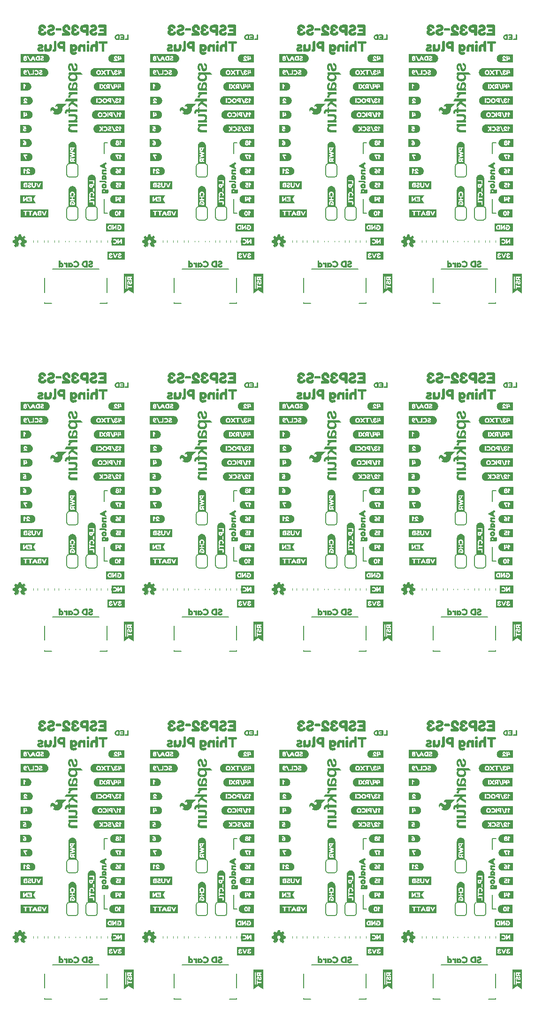
<source format=gbo>
%TF.GenerationSoftware,KiCad,Pcbnew,7.0.10*%
%TF.CreationDate,2024-01-23T14:15:21-07:00*%
%TF.ProjectId,SparkFun_Thing_Plus_ESP32-S3_panelized,53706172-6b46-4756-9e5f-5468696e675f,rev?*%
%TF.SameCoordinates,Original*%
%TF.FileFunction,Legend,Bot*%
%TF.FilePolarity,Positive*%
%FSLAX46Y46*%
G04 Gerber Fmt 4.6, Leading zero omitted, Abs format (unit mm)*
G04 Created by KiCad (PCBNEW 7.0.10) date 2024-01-23 14:15:21*
%MOMM*%
%LPD*%
G01*
G04 APERTURE LIST*
%ADD10C,0.150000*%
%ADD11C,0.120000*%
%ADD12C,0.152400*%
%ADD13C,0.018437*%
%ADD14C,0.177800*%
G04 APERTURE END LIST*
D10*
X87225000Y149590000D02*
X87225000Y152130000D01*
X87225000Y86860000D02*
X87225000Y89400000D01*
X87225000Y24130000D02*
X87225000Y26670000D01*
X63865000Y149590000D02*
X63865000Y152130000D01*
X63865000Y86860000D02*
X63865000Y89400000D01*
X63865000Y24130000D02*
X63865000Y26670000D01*
X40505000Y149590000D02*
X40505000Y152130000D01*
X40505000Y86860000D02*
X40505000Y89400000D01*
X40505000Y24130000D02*
X40505000Y26670000D01*
X17145000Y149590000D02*
X17145000Y152130000D01*
X17145000Y86860000D02*
X17145000Y89400000D01*
X87860000Y149590000D02*
X87225000Y149590000D01*
X87860000Y86860000D02*
X87225000Y86860000D01*
X87860000Y24130000D02*
X87225000Y24130000D01*
X64500000Y149590000D02*
X63865000Y149590000D01*
X64500000Y86860000D02*
X63865000Y86860000D01*
X64500000Y24130000D02*
X63865000Y24130000D01*
X41140000Y149590000D02*
X40505000Y149590000D01*
X41140000Y86860000D02*
X40505000Y86860000D01*
X41140000Y24130000D02*
X40505000Y24130000D01*
X17780000Y149590000D02*
X17145000Y149590000D01*
X17780000Y86860000D02*
X17145000Y86860000D01*
X87860000Y162290000D02*
X87225000Y162290000D01*
X87860000Y99560000D02*
X87225000Y99560000D01*
X87860000Y36830000D02*
X87225000Y36830000D01*
X64500000Y162290000D02*
X63865000Y162290000D01*
X64500000Y99560000D02*
X63865000Y99560000D01*
X64500000Y36830000D02*
X63865000Y36830000D01*
X41140000Y162290000D02*
X40505000Y162290000D01*
X41140000Y99560000D02*
X40505000Y99560000D01*
X41140000Y36830000D02*
X40505000Y36830000D01*
X17780000Y162290000D02*
X17145000Y162290000D01*
X17780000Y99560000D02*
X17145000Y99560000D01*
X87225000Y162290000D02*
X87225000Y160385000D01*
X87225000Y99560000D02*
X87225000Y97655000D01*
X87225000Y36830000D02*
X87225000Y34925000D01*
X63865000Y162290000D02*
X63865000Y160385000D01*
X63865000Y99560000D02*
X63865000Y97655000D01*
X63865000Y36830000D02*
X63865000Y34925000D01*
X40505000Y162290000D02*
X40505000Y160385000D01*
X40505000Y99560000D02*
X40505000Y97655000D01*
X40505000Y36830000D02*
X40505000Y34925000D01*
X17145000Y162290000D02*
X17145000Y160385000D01*
X17145000Y99560000D02*
X17145000Y97655000D01*
X17145000Y36830000D02*
X17145000Y34925000D01*
X17780000Y36830000D02*
X17145000Y36830000D01*
X17780000Y24130000D02*
X17145000Y24130000D01*
X17145000Y24130000D02*
X17145000Y26670000D01*
%TO.C,kibuzzard-65A99350*%
G36*
X73693213Y168081988D02*
G01*
X73762662Y168071686D01*
X73830768Y168054627D01*
X73896873Y168030974D01*
X73960341Y168000956D01*
X74020562Y167964861D01*
X74076954Y167923037D01*
X74128976Y167875888D01*
X74176126Y167823866D01*
X74217949Y167767473D01*
X74254044Y167707253D01*
X74284063Y167643784D01*
X74307715Y167577679D01*
X74324775Y167509574D01*
X74335077Y167440125D01*
X74338522Y167370000D01*
X74335077Y167299875D01*
X74324775Y167230426D01*
X74307715Y167162321D01*
X74284063Y167096216D01*
X74254044Y167032747D01*
X74217949Y166972527D01*
X74176126Y166916134D01*
X74128976Y166864112D01*
X74076954Y166816963D01*
X74020562Y166775139D01*
X73960341Y166739044D01*
X73896873Y166709026D01*
X73830768Y166685373D01*
X73762662Y166668314D01*
X73693213Y166658012D01*
X73623088Y166654567D01*
X73358505Y166654567D01*
X72818755Y166654567D01*
X72700645Y166654567D01*
X72171478Y166654567D01*
X72171478Y167034720D01*
X72700645Y167034720D01*
X72703185Y166990905D01*
X72715885Y166955980D01*
X72751445Y166928040D01*
X72818755Y166919150D01*
X72884795Y166928040D01*
X72920355Y166957250D01*
X72932420Y166992175D01*
X72934325Y167035990D01*
X72934325Y167168070D01*
X73242935Y167168070D01*
X73308975Y167176960D01*
X73344535Y167206170D01*
X73356600Y167241095D01*
X73358505Y167284910D01*
X73354695Y167325550D01*
X73256905Y167720520D01*
X73209280Y167804340D01*
X73113395Y167803070D01*
X73039735Y167766240D01*
X73021955Y167710360D01*
X73100695Y167386510D01*
X72934325Y167386510D01*
X72934325Y167697660D01*
X72932420Y167739570D01*
X72920355Y167772590D01*
X72884160Y167799895D01*
X72816215Y167808150D01*
X72750175Y167799260D01*
X72715250Y167770050D01*
X72703185Y167734490D01*
X72700645Y167691310D01*
X72700645Y167034720D01*
X72171478Y167034720D01*
X72171478Y168085433D01*
X72700645Y168085433D01*
X73358505Y168085433D01*
X73623088Y168085433D01*
X73693213Y168081988D01*
G37*
G36*
X73693213Y105351988D02*
G01*
X73762662Y105341686D01*
X73830768Y105324627D01*
X73896873Y105300974D01*
X73960341Y105270956D01*
X74020562Y105234861D01*
X74076954Y105193037D01*
X74128976Y105145888D01*
X74176126Y105093866D01*
X74217949Y105037473D01*
X74254044Y104977253D01*
X74284063Y104913784D01*
X74307715Y104847679D01*
X74324775Y104779574D01*
X74335077Y104710125D01*
X74338522Y104640000D01*
X74335077Y104569875D01*
X74324775Y104500426D01*
X74307715Y104432321D01*
X74284063Y104366216D01*
X74254044Y104302747D01*
X74217949Y104242527D01*
X74176126Y104186134D01*
X74128976Y104134112D01*
X74076954Y104086963D01*
X74020562Y104045139D01*
X73960341Y104009044D01*
X73896873Y103979026D01*
X73830768Y103955373D01*
X73762662Y103938314D01*
X73693213Y103928012D01*
X73623088Y103924567D01*
X73358505Y103924567D01*
X72818755Y103924567D01*
X72700645Y103924567D01*
X72171478Y103924567D01*
X72171478Y104304720D01*
X72700645Y104304720D01*
X72703185Y104260905D01*
X72715885Y104225980D01*
X72751445Y104198040D01*
X72818755Y104189150D01*
X72884795Y104198040D01*
X72920355Y104227250D01*
X72932420Y104262175D01*
X72934325Y104305990D01*
X72934325Y104438070D01*
X73242935Y104438070D01*
X73308975Y104446960D01*
X73344535Y104476170D01*
X73356600Y104511095D01*
X73358505Y104554910D01*
X73354695Y104595550D01*
X73256905Y104990520D01*
X73209280Y105074340D01*
X73113395Y105073070D01*
X73039735Y105036240D01*
X73021955Y104980360D01*
X73100695Y104656510D01*
X72934325Y104656510D01*
X72934325Y104967660D01*
X72932420Y105009570D01*
X72920355Y105042590D01*
X72884160Y105069895D01*
X72816215Y105078150D01*
X72750175Y105069260D01*
X72715250Y105040050D01*
X72703185Y105004490D01*
X72700645Y104961310D01*
X72700645Y104304720D01*
X72171478Y104304720D01*
X72171478Y105355433D01*
X72700645Y105355433D01*
X73358505Y105355433D01*
X73623088Y105355433D01*
X73693213Y105351988D01*
G37*
G36*
X73693213Y42621988D02*
G01*
X73762662Y42611686D01*
X73830768Y42594627D01*
X73896873Y42570974D01*
X73960341Y42540956D01*
X74020562Y42504861D01*
X74076954Y42463037D01*
X74128976Y42415888D01*
X74176126Y42363866D01*
X74217949Y42307473D01*
X74254044Y42247253D01*
X74284063Y42183784D01*
X74307715Y42117679D01*
X74324775Y42049574D01*
X74335077Y41980125D01*
X74338522Y41910000D01*
X74335077Y41839875D01*
X74324775Y41770426D01*
X74307715Y41702321D01*
X74284063Y41636216D01*
X74254044Y41572747D01*
X74217949Y41512527D01*
X74176126Y41456134D01*
X74128976Y41404112D01*
X74076954Y41356963D01*
X74020562Y41315139D01*
X73960341Y41279044D01*
X73896873Y41249026D01*
X73830768Y41225373D01*
X73762662Y41208314D01*
X73693213Y41198012D01*
X73623088Y41194567D01*
X73358505Y41194567D01*
X72818755Y41194567D01*
X72700645Y41194567D01*
X72171478Y41194567D01*
X72171478Y41574720D01*
X72700645Y41574720D01*
X72703185Y41530905D01*
X72715885Y41495980D01*
X72751445Y41468040D01*
X72818755Y41459150D01*
X72884795Y41468040D01*
X72920355Y41497250D01*
X72932420Y41532175D01*
X72934325Y41575990D01*
X72934325Y41708070D01*
X73242935Y41708070D01*
X73308975Y41716960D01*
X73344535Y41746170D01*
X73356600Y41781095D01*
X73358505Y41824910D01*
X73354695Y41865550D01*
X73256905Y42260520D01*
X73209280Y42344340D01*
X73113395Y42343070D01*
X73039735Y42306240D01*
X73021955Y42250360D01*
X73100695Y41926510D01*
X72934325Y41926510D01*
X72934325Y42237660D01*
X72932420Y42279570D01*
X72920355Y42312590D01*
X72884160Y42339895D01*
X72816215Y42348150D01*
X72750175Y42339260D01*
X72715250Y42310050D01*
X72703185Y42274490D01*
X72700645Y42231310D01*
X72700645Y41574720D01*
X72171478Y41574720D01*
X72171478Y42625433D01*
X72700645Y42625433D01*
X73358505Y42625433D01*
X73623088Y42625433D01*
X73693213Y42621988D01*
G37*
G36*
X50333213Y168081988D02*
G01*
X50402662Y168071686D01*
X50470768Y168054627D01*
X50536873Y168030974D01*
X50600341Y168000956D01*
X50660562Y167964861D01*
X50716954Y167923037D01*
X50768976Y167875888D01*
X50816126Y167823866D01*
X50857949Y167767473D01*
X50894044Y167707253D01*
X50924063Y167643784D01*
X50947715Y167577679D01*
X50964775Y167509574D01*
X50975077Y167440125D01*
X50978522Y167370000D01*
X50975077Y167299875D01*
X50964775Y167230426D01*
X50947715Y167162321D01*
X50924063Y167096216D01*
X50894044Y167032747D01*
X50857949Y166972527D01*
X50816126Y166916134D01*
X50768976Y166864112D01*
X50716954Y166816963D01*
X50660562Y166775139D01*
X50600341Y166739044D01*
X50536873Y166709026D01*
X50470768Y166685373D01*
X50402662Y166668314D01*
X50333213Y166658012D01*
X50263088Y166654567D01*
X49998505Y166654567D01*
X49458755Y166654567D01*
X49340645Y166654567D01*
X48811478Y166654567D01*
X48811478Y167034720D01*
X49340645Y167034720D01*
X49343185Y166990905D01*
X49355885Y166955980D01*
X49391445Y166928040D01*
X49458755Y166919150D01*
X49524795Y166928040D01*
X49560355Y166957250D01*
X49572420Y166992175D01*
X49574325Y167035990D01*
X49574325Y167168070D01*
X49882935Y167168070D01*
X49948975Y167176960D01*
X49984535Y167206170D01*
X49996600Y167241095D01*
X49998505Y167284910D01*
X49994695Y167325550D01*
X49896905Y167720520D01*
X49849280Y167804340D01*
X49753395Y167803070D01*
X49679735Y167766240D01*
X49661955Y167710360D01*
X49740695Y167386510D01*
X49574325Y167386510D01*
X49574325Y167697660D01*
X49572420Y167739570D01*
X49560355Y167772590D01*
X49524160Y167799895D01*
X49456215Y167808150D01*
X49390175Y167799260D01*
X49355250Y167770050D01*
X49343185Y167734490D01*
X49340645Y167691310D01*
X49340645Y167034720D01*
X48811478Y167034720D01*
X48811478Y168085433D01*
X49340645Y168085433D01*
X49998505Y168085433D01*
X50263088Y168085433D01*
X50333213Y168081988D01*
G37*
G36*
X50333213Y105351988D02*
G01*
X50402662Y105341686D01*
X50470768Y105324627D01*
X50536873Y105300974D01*
X50600341Y105270956D01*
X50660562Y105234861D01*
X50716954Y105193037D01*
X50768976Y105145888D01*
X50816126Y105093866D01*
X50857949Y105037473D01*
X50894044Y104977253D01*
X50924063Y104913784D01*
X50947715Y104847679D01*
X50964775Y104779574D01*
X50975077Y104710125D01*
X50978522Y104640000D01*
X50975077Y104569875D01*
X50964775Y104500426D01*
X50947715Y104432321D01*
X50924063Y104366216D01*
X50894044Y104302747D01*
X50857949Y104242527D01*
X50816126Y104186134D01*
X50768976Y104134112D01*
X50716954Y104086963D01*
X50660562Y104045139D01*
X50600341Y104009044D01*
X50536873Y103979026D01*
X50470768Y103955373D01*
X50402662Y103938314D01*
X50333213Y103928012D01*
X50263088Y103924567D01*
X49998505Y103924567D01*
X49458755Y103924567D01*
X49340645Y103924567D01*
X48811478Y103924567D01*
X48811478Y104304720D01*
X49340645Y104304720D01*
X49343185Y104260905D01*
X49355885Y104225980D01*
X49391445Y104198040D01*
X49458755Y104189150D01*
X49524795Y104198040D01*
X49560355Y104227250D01*
X49572420Y104262175D01*
X49574325Y104305990D01*
X49574325Y104438070D01*
X49882935Y104438070D01*
X49948975Y104446960D01*
X49984535Y104476170D01*
X49996600Y104511095D01*
X49998505Y104554910D01*
X49994695Y104595550D01*
X49896905Y104990520D01*
X49849280Y105074340D01*
X49753395Y105073070D01*
X49679735Y105036240D01*
X49661955Y104980360D01*
X49740695Y104656510D01*
X49574325Y104656510D01*
X49574325Y104967660D01*
X49572420Y105009570D01*
X49560355Y105042590D01*
X49524160Y105069895D01*
X49456215Y105078150D01*
X49390175Y105069260D01*
X49355250Y105040050D01*
X49343185Y105004490D01*
X49340645Y104961310D01*
X49340645Y104304720D01*
X48811478Y104304720D01*
X48811478Y105355433D01*
X49340645Y105355433D01*
X49998505Y105355433D01*
X50263088Y105355433D01*
X50333213Y105351988D01*
G37*
G36*
X50333213Y42621988D02*
G01*
X50402662Y42611686D01*
X50470768Y42594627D01*
X50536873Y42570974D01*
X50600341Y42540956D01*
X50660562Y42504861D01*
X50716954Y42463037D01*
X50768976Y42415888D01*
X50816126Y42363866D01*
X50857949Y42307473D01*
X50894044Y42247253D01*
X50924063Y42183784D01*
X50947715Y42117679D01*
X50964775Y42049574D01*
X50975077Y41980125D01*
X50978522Y41910000D01*
X50975077Y41839875D01*
X50964775Y41770426D01*
X50947715Y41702321D01*
X50924063Y41636216D01*
X50894044Y41572747D01*
X50857949Y41512527D01*
X50816126Y41456134D01*
X50768976Y41404112D01*
X50716954Y41356963D01*
X50660562Y41315139D01*
X50600341Y41279044D01*
X50536873Y41249026D01*
X50470768Y41225373D01*
X50402662Y41208314D01*
X50333213Y41198012D01*
X50263088Y41194567D01*
X49998505Y41194567D01*
X49458755Y41194567D01*
X49340645Y41194567D01*
X48811478Y41194567D01*
X48811478Y41574720D01*
X49340645Y41574720D01*
X49343185Y41530905D01*
X49355885Y41495980D01*
X49391445Y41468040D01*
X49458755Y41459150D01*
X49524795Y41468040D01*
X49560355Y41497250D01*
X49572420Y41532175D01*
X49574325Y41575990D01*
X49574325Y41708070D01*
X49882935Y41708070D01*
X49948975Y41716960D01*
X49984535Y41746170D01*
X49996600Y41781095D01*
X49998505Y41824910D01*
X49994695Y41865550D01*
X49896905Y42260520D01*
X49849280Y42344340D01*
X49753395Y42343070D01*
X49679735Y42306240D01*
X49661955Y42250360D01*
X49740695Y41926510D01*
X49574325Y41926510D01*
X49574325Y42237660D01*
X49572420Y42279570D01*
X49560355Y42312590D01*
X49524160Y42339895D01*
X49456215Y42348150D01*
X49390175Y42339260D01*
X49355250Y42310050D01*
X49343185Y42274490D01*
X49340645Y42231310D01*
X49340645Y41574720D01*
X48811478Y41574720D01*
X48811478Y42625433D01*
X49340645Y42625433D01*
X49998505Y42625433D01*
X50263088Y42625433D01*
X50333213Y42621988D01*
G37*
G36*
X26973213Y168081988D02*
G01*
X27042662Y168071686D01*
X27110768Y168054627D01*
X27176873Y168030974D01*
X27240341Y168000956D01*
X27300562Y167964861D01*
X27356954Y167923037D01*
X27408976Y167875888D01*
X27456126Y167823866D01*
X27497949Y167767473D01*
X27534044Y167707253D01*
X27564063Y167643784D01*
X27587715Y167577679D01*
X27604775Y167509574D01*
X27615077Y167440125D01*
X27618522Y167370000D01*
X27615077Y167299875D01*
X27604775Y167230426D01*
X27587715Y167162321D01*
X27564063Y167096216D01*
X27534044Y167032747D01*
X27497949Y166972527D01*
X27456126Y166916134D01*
X27408976Y166864112D01*
X27356954Y166816963D01*
X27300562Y166775139D01*
X27240341Y166739044D01*
X27176873Y166709026D01*
X27110768Y166685373D01*
X27042662Y166668314D01*
X26973213Y166658012D01*
X26903088Y166654567D01*
X26638505Y166654567D01*
X26098755Y166654567D01*
X25980645Y166654567D01*
X25451478Y166654567D01*
X25451478Y167034720D01*
X25980645Y167034720D01*
X25983185Y166990905D01*
X25995885Y166955980D01*
X26031445Y166928040D01*
X26098755Y166919150D01*
X26164795Y166928040D01*
X26200355Y166957250D01*
X26212420Y166992175D01*
X26214325Y167035990D01*
X26214325Y167168070D01*
X26522935Y167168070D01*
X26588975Y167176960D01*
X26624535Y167206170D01*
X26636600Y167241095D01*
X26638505Y167284910D01*
X26634695Y167325550D01*
X26536905Y167720520D01*
X26489280Y167804340D01*
X26393395Y167803070D01*
X26319735Y167766240D01*
X26301955Y167710360D01*
X26380695Y167386510D01*
X26214325Y167386510D01*
X26214325Y167697660D01*
X26212420Y167739570D01*
X26200355Y167772590D01*
X26164160Y167799895D01*
X26096215Y167808150D01*
X26030175Y167799260D01*
X25995250Y167770050D01*
X25983185Y167734490D01*
X25980645Y167691310D01*
X25980645Y167034720D01*
X25451478Y167034720D01*
X25451478Y168085433D01*
X25980645Y168085433D01*
X26638505Y168085433D01*
X26903088Y168085433D01*
X26973213Y168081988D01*
G37*
G36*
X26973213Y105351988D02*
G01*
X27042662Y105341686D01*
X27110768Y105324627D01*
X27176873Y105300974D01*
X27240341Y105270956D01*
X27300562Y105234861D01*
X27356954Y105193037D01*
X27408976Y105145888D01*
X27456126Y105093866D01*
X27497949Y105037473D01*
X27534044Y104977253D01*
X27564063Y104913784D01*
X27587715Y104847679D01*
X27604775Y104779574D01*
X27615077Y104710125D01*
X27618522Y104640000D01*
X27615077Y104569875D01*
X27604775Y104500426D01*
X27587715Y104432321D01*
X27564063Y104366216D01*
X27534044Y104302747D01*
X27497949Y104242527D01*
X27456126Y104186134D01*
X27408976Y104134112D01*
X27356954Y104086963D01*
X27300562Y104045139D01*
X27240341Y104009044D01*
X27176873Y103979026D01*
X27110768Y103955373D01*
X27042662Y103938314D01*
X26973213Y103928012D01*
X26903088Y103924567D01*
X26638505Y103924567D01*
X26098755Y103924567D01*
X25980645Y103924567D01*
X25451478Y103924567D01*
X25451478Y104304720D01*
X25980645Y104304720D01*
X25983185Y104260905D01*
X25995885Y104225980D01*
X26031445Y104198040D01*
X26098755Y104189150D01*
X26164795Y104198040D01*
X26200355Y104227250D01*
X26212420Y104262175D01*
X26214325Y104305990D01*
X26214325Y104438070D01*
X26522935Y104438070D01*
X26588975Y104446960D01*
X26624535Y104476170D01*
X26636600Y104511095D01*
X26638505Y104554910D01*
X26634695Y104595550D01*
X26536905Y104990520D01*
X26489280Y105074340D01*
X26393395Y105073070D01*
X26319735Y105036240D01*
X26301955Y104980360D01*
X26380695Y104656510D01*
X26214325Y104656510D01*
X26214325Y104967660D01*
X26212420Y105009570D01*
X26200355Y105042590D01*
X26164160Y105069895D01*
X26096215Y105078150D01*
X26030175Y105069260D01*
X25995250Y105040050D01*
X25983185Y105004490D01*
X25980645Y104961310D01*
X25980645Y104304720D01*
X25451478Y104304720D01*
X25451478Y105355433D01*
X25980645Y105355433D01*
X26638505Y105355433D01*
X26903088Y105355433D01*
X26973213Y105351988D01*
G37*
G36*
X26973213Y42621988D02*
G01*
X27042662Y42611686D01*
X27110768Y42594627D01*
X27176873Y42570974D01*
X27240341Y42540956D01*
X27300562Y42504861D01*
X27356954Y42463037D01*
X27408976Y42415888D01*
X27456126Y42363866D01*
X27497949Y42307473D01*
X27534044Y42247253D01*
X27564063Y42183784D01*
X27587715Y42117679D01*
X27604775Y42049574D01*
X27615077Y41980125D01*
X27618522Y41910000D01*
X27615077Y41839875D01*
X27604775Y41770426D01*
X27587715Y41702321D01*
X27564063Y41636216D01*
X27534044Y41572747D01*
X27497949Y41512527D01*
X27456126Y41456134D01*
X27408976Y41404112D01*
X27356954Y41356963D01*
X27300562Y41315139D01*
X27240341Y41279044D01*
X27176873Y41249026D01*
X27110768Y41225373D01*
X27042662Y41208314D01*
X26973213Y41198012D01*
X26903088Y41194567D01*
X26638505Y41194567D01*
X26098755Y41194567D01*
X25980645Y41194567D01*
X25451478Y41194567D01*
X25451478Y41574720D01*
X25980645Y41574720D01*
X25983185Y41530905D01*
X25995885Y41495980D01*
X26031445Y41468040D01*
X26098755Y41459150D01*
X26164795Y41468040D01*
X26200355Y41497250D01*
X26212420Y41532175D01*
X26214325Y41575990D01*
X26214325Y41708070D01*
X26522935Y41708070D01*
X26588975Y41716960D01*
X26624535Y41746170D01*
X26636600Y41781095D01*
X26638505Y41824910D01*
X26634695Y41865550D01*
X26536905Y42260520D01*
X26489280Y42344340D01*
X26393395Y42343070D01*
X26319735Y42306240D01*
X26301955Y42250360D01*
X26380695Y41926510D01*
X26214325Y41926510D01*
X26214325Y42237660D01*
X26212420Y42279570D01*
X26200355Y42312590D01*
X26164160Y42339895D01*
X26096215Y42348150D01*
X26030175Y42339260D01*
X25995250Y42310050D01*
X25983185Y42274490D01*
X25980645Y42231310D01*
X25980645Y41574720D01*
X25451478Y41574720D01*
X25451478Y42625433D01*
X25980645Y42625433D01*
X26638505Y42625433D01*
X26903088Y42625433D01*
X26973213Y42621988D01*
G37*
G36*
X3613213Y168081988D02*
G01*
X3682662Y168071686D01*
X3750768Y168054627D01*
X3816873Y168030974D01*
X3880341Y168000956D01*
X3940562Y167964861D01*
X3996954Y167923037D01*
X4048976Y167875888D01*
X4096126Y167823866D01*
X4137949Y167767473D01*
X4174044Y167707253D01*
X4204063Y167643784D01*
X4227715Y167577679D01*
X4244775Y167509574D01*
X4255077Y167440125D01*
X4258522Y167370000D01*
X4255077Y167299875D01*
X4244775Y167230426D01*
X4227715Y167162321D01*
X4204063Y167096216D01*
X4174044Y167032747D01*
X4137949Y166972527D01*
X4096126Y166916134D01*
X4048976Y166864112D01*
X3996954Y166816963D01*
X3940562Y166775139D01*
X3880341Y166739044D01*
X3816873Y166709026D01*
X3750768Y166685373D01*
X3682662Y166668314D01*
X3613213Y166658012D01*
X3543088Y166654567D01*
X3278505Y166654567D01*
X2738755Y166654567D01*
X2620645Y166654567D01*
X2091478Y166654567D01*
X2091478Y167034720D01*
X2620645Y167034720D01*
X2623185Y166990905D01*
X2635885Y166955980D01*
X2671445Y166928040D01*
X2738755Y166919150D01*
X2804795Y166928040D01*
X2840355Y166957250D01*
X2852420Y166992175D01*
X2854325Y167035990D01*
X2854325Y167168070D01*
X3162935Y167168070D01*
X3228975Y167176960D01*
X3264535Y167206170D01*
X3276600Y167241095D01*
X3278505Y167284910D01*
X3274695Y167325550D01*
X3176905Y167720520D01*
X3129280Y167804340D01*
X3033395Y167803070D01*
X2959735Y167766240D01*
X2941955Y167710360D01*
X3020695Y167386510D01*
X2854325Y167386510D01*
X2854325Y167697660D01*
X2852420Y167739570D01*
X2840355Y167772590D01*
X2804160Y167799895D01*
X2736215Y167808150D01*
X2670175Y167799260D01*
X2635250Y167770050D01*
X2623185Y167734490D01*
X2620645Y167691310D01*
X2620645Y167034720D01*
X2091478Y167034720D01*
X2091478Y168085433D01*
X2620645Y168085433D01*
X3278505Y168085433D01*
X3543088Y168085433D01*
X3613213Y168081988D01*
G37*
G36*
X3613213Y105351988D02*
G01*
X3682662Y105341686D01*
X3750768Y105324627D01*
X3816873Y105300974D01*
X3880341Y105270956D01*
X3940562Y105234861D01*
X3996954Y105193037D01*
X4048976Y105145888D01*
X4096126Y105093866D01*
X4137949Y105037473D01*
X4174044Y104977253D01*
X4204063Y104913784D01*
X4227715Y104847679D01*
X4244775Y104779574D01*
X4255077Y104710125D01*
X4258522Y104640000D01*
X4255077Y104569875D01*
X4244775Y104500426D01*
X4227715Y104432321D01*
X4204063Y104366216D01*
X4174044Y104302747D01*
X4137949Y104242527D01*
X4096126Y104186134D01*
X4048976Y104134112D01*
X3996954Y104086963D01*
X3940562Y104045139D01*
X3880341Y104009044D01*
X3816873Y103979026D01*
X3750768Y103955373D01*
X3682662Y103938314D01*
X3613213Y103928012D01*
X3543088Y103924567D01*
X3278505Y103924567D01*
X2738755Y103924567D01*
X2620645Y103924567D01*
X2091478Y103924567D01*
X2091478Y104304720D01*
X2620645Y104304720D01*
X2623185Y104260905D01*
X2635885Y104225980D01*
X2671445Y104198040D01*
X2738755Y104189150D01*
X2804795Y104198040D01*
X2840355Y104227250D01*
X2852420Y104262175D01*
X2854325Y104305990D01*
X2854325Y104438070D01*
X3162935Y104438070D01*
X3228975Y104446960D01*
X3264535Y104476170D01*
X3276600Y104511095D01*
X3278505Y104554910D01*
X3274695Y104595550D01*
X3176905Y104990520D01*
X3129280Y105074340D01*
X3033395Y105073070D01*
X2959735Y105036240D01*
X2941955Y104980360D01*
X3020695Y104656510D01*
X2854325Y104656510D01*
X2854325Y104967660D01*
X2852420Y105009570D01*
X2840355Y105042590D01*
X2804160Y105069895D01*
X2736215Y105078150D01*
X2670175Y105069260D01*
X2635250Y105040050D01*
X2623185Y105004490D01*
X2620645Y104961310D01*
X2620645Y104304720D01*
X2091478Y104304720D01*
X2091478Y105355433D01*
X2620645Y105355433D01*
X3278505Y105355433D01*
X3543088Y105355433D01*
X3613213Y105351988D01*
G37*
D11*
%TO.C,R2*%
X84747500Y144663641D02*
X84747500Y144356359D01*
X83987500Y144663641D02*
X83987500Y144356359D01*
X84747500Y81933641D02*
X84747500Y81626359D01*
X83987500Y81933641D02*
X83987500Y81626359D01*
X84747500Y19203641D02*
X84747500Y18896359D01*
X83987500Y19203641D02*
X83987500Y18896359D01*
X61387500Y144663641D02*
X61387500Y144356359D01*
X60627500Y144663641D02*
X60627500Y144356359D01*
X61387500Y81933641D02*
X61387500Y81626359D01*
X60627500Y81933641D02*
X60627500Y81626359D01*
X61387500Y19203641D02*
X61387500Y18896359D01*
X60627500Y19203641D02*
X60627500Y18896359D01*
X38027500Y144663641D02*
X38027500Y144356359D01*
X37267500Y144663641D02*
X37267500Y144356359D01*
X38027500Y81933641D02*
X38027500Y81626359D01*
X37267500Y81933641D02*
X37267500Y81626359D01*
X38027500Y19203641D02*
X38027500Y18896359D01*
X37267500Y19203641D02*
X37267500Y18896359D01*
X14667500Y144663641D02*
X14667500Y144356359D01*
X13907500Y144663641D02*
X13907500Y144356359D01*
X14667500Y81933641D02*
X14667500Y81626359D01*
X13907500Y81933641D02*
X13907500Y81626359D01*
%TO.C,kibuzzard-65A99364*%
G36*
X73156787Y154457275D02*
G01*
X72975177Y154457275D01*
X72957397Y154458545D01*
X72937712Y154465530D01*
X72918662Y154487120D01*
X72911677Y154527125D01*
X72928187Y154579830D01*
X72981527Y154591895D01*
X72998037Y154591895D01*
X73070427Y154614120D01*
X73092017Y154689685D01*
X73069157Y154762710D01*
X72991687Y154783665D01*
X72976447Y154783665D01*
X72945967Y154792555D01*
X72937077Y154831925D01*
X72950412Y154871295D01*
X73003117Y154881455D01*
X73156787Y154881455D01*
X73156787Y154457275D01*
G37*
G36*
X76137900Y153945042D02*
G01*
X75873317Y153945042D01*
X75432627Y153945042D01*
X74546167Y153945042D01*
X73771467Y153945042D01*
X73273627Y153945042D01*
X72679267Y153945042D01*
X72150100Y153945042D01*
X72150100Y154513155D01*
X72679267Y154513155D01*
X72689215Y154436814D01*
X72717367Y154368657D01*
X72763722Y154308685D01*
X72822777Y154262118D01*
X72889028Y154234178D01*
X72962477Y154224865D01*
X73273627Y154224865D01*
X73339667Y154233755D01*
X73375227Y154262965D01*
X73387292Y154298525D01*
X73389197Y154342975D01*
X73389197Y154510615D01*
X73445077Y154510615D01*
X73450474Y154449972D01*
X73466667Y154395045D01*
X73521912Y154309320D01*
X73600017Y154252805D01*
X73687012Y154220420D01*
X73771467Y154210895D01*
X73842587Y154216610D01*
X73902277Y154230580D01*
X73951172Y154251535D01*
X73990542Y154275665D01*
X74021022Y154300430D01*
X74043247Y154322655D01*
X74057217Y154340435D01*
X74064837Y154349325D01*
X74096587Y154431875D01*
X74043247Y154513155D01*
X73990471Y154542506D01*
X73935438Y154534039D01*
X73878147Y154487755D01*
X73826712Y154441400D01*
X73776547Y154429335D01*
X73701617Y154447750D01*
X73678757Y154506805D01*
X73711777Y154546175D01*
X73811472Y154576020D01*
X73871955Y154592371D01*
X73920057Y154609675D01*
X73971175Y154638885D01*
X74151197Y154638885D01*
X74157705Y154562050D01*
X74177232Y154486485D01*
X74208823Y154414571D01*
X74251527Y154348690D01*
X74306930Y154292016D01*
X74376622Y154247725D01*
X74457425Y154219150D01*
X74546167Y154209625D01*
X74634749Y154219309D01*
X74715077Y154248360D01*
X74784133Y154293286D01*
X74838902Y154350595D01*
X74880970Y154416952D01*
X74911927Y154489025D01*
X74930977Y154564590D01*
X74937327Y154641425D01*
X74937327Y154997025D01*
X74935560Y155037665D01*
X75007812Y155037665D01*
X75022417Y154950035D01*
X75323407Y154288365D01*
X75367222Y154242010D01*
X75432627Y154224865D01*
X75503747Y154240740D01*
X75546927Y154288365D01*
X75847917Y154950035D01*
X75860617Y155038300D01*
X75789497Y155098625D01*
X75694247Y155117675D01*
X75635827Y155045285D01*
X75435167Y154551255D01*
X75234507Y155045285D01*
X75174817Y155117040D01*
X75080837Y155098625D01*
X75007812Y155037665D01*
X74935560Y155037665D01*
X74935422Y155040840D01*
X74923357Y155075765D01*
X74887797Y155104975D01*
X74820487Y155113865D01*
X74753812Y155104975D01*
X74718887Y155076400D01*
X74706187Y155040840D01*
X74703647Y154995755D01*
X74703647Y154641425D01*
X74690947Y154551890D01*
X74640147Y154476960D01*
X74596649Y154451719D01*
X74542357Y154443305D01*
X74477269Y154456957D01*
X74426787Y154497915D01*
X74394402Y154561415D01*
X74383607Y154642695D01*
X74383607Y155003375D01*
X74381067Y155044650D01*
X74368367Y155077670D01*
X74332807Y155104975D01*
X74266767Y155113865D01*
X74200727Y155104975D01*
X74165167Y155075130D01*
X74153102Y155039570D01*
X74151197Y154995755D01*
X74151197Y154638885D01*
X73971175Y154638885D01*
X73991177Y154650315D01*
X74041977Y154704925D01*
X74072457Y154773505D01*
X74082617Y154856055D01*
X74073162Y154929503D01*
X74044799Y154994062D01*
X73997527Y155049730D01*
X73935861Y155092416D01*
X73864318Y155118028D01*
X73782897Y155126565D01*
X73687082Y155118098D01*
X73606226Y155092698D01*
X73540327Y155050365D01*
X73494607Y154984960D01*
X73525087Y154906855D01*
X73600017Y154845260D01*
X73685107Y154868755D01*
X73699712Y154880820D01*
X73717492Y154895425D01*
X73742257Y154904950D01*
X73784167Y154909395D01*
X73831157Y154893520D01*
X73851477Y154854785D01*
X73829252Y154813510D01*
X73779087Y154791285D01*
X73701617Y154775410D01*
X73620337Y154755725D01*
X73548423Y154722705D01*
X73492702Y154674445D01*
X73456983Y154605548D01*
X73445077Y154510615D01*
X73389197Y154510615D01*
X73389197Y154998295D01*
X73387292Y155040840D01*
X73375227Y155075765D01*
X73339667Y155104975D01*
X73272357Y155113865D01*
X72975177Y155113865D01*
X72903633Y155104904D01*
X72839710Y155078023D01*
X72783407Y155033220D01*
X72739662Y154976141D01*
X72713416Y154912429D01*
X72704667Y154842085D01*
X72715144Y154767790D01*
X72746577Y154699845D01*
X72696094Y154610627D01*
X72679267Y154513155D01*
X72150100Y154513155D01*
X72150100Y155394958D01*
X72679267Y155394958D01*
X75873317Y155394958D01*
X76137900Y155394958D01*
X76137900Y153945042D01*
G37*
G36*
X73156787Y91727275D02*
G01*
X72975177Y91727275D01*
X72957397Y91728545D01*
X72937712Y91735530D01*
X72918662Y91757120D01*
X72911677Y91797125D01*
X72928187Y91849830D01*
X72981527Y91861895D01*
X72998037Y91861895D01*
X73070427Y91884120D01*
X73092017Y91959685D01*
X73069157Y92032710D01*
X72991687Y92053665D01*
X72976447Y92053665D01*
X72945967Y92062555D01*
X72937077Y92101925D01*
X72950412Y92141295D01*
X73003117Y92151455D01*
X73156787Y92151455D01*
X73156787Y91727275D01*
G37*
G36*
X76137900Y91215042D02*
G01*
X75873317Y91215042D01*
X75432627Y91215042D01*
X74546167Y91215042D01*
X73771467Y91215042D01*
X73273627Y91215042D01*
X72679267Y91215042D01*
X72150100Y91215042D01*
X72150100Y91783155D01*
X72679267Y91783155D01*
X72689215Y91706814D01*
X72717367Y91638657D01*
X72763722Y91578685D01*
X72822777Y91532118D01*
X72889028Y91504178D01*
X72962477Y91494865D01*
X73273627Y91494865D01*
X73339667Y91503755D01*
X73375227Y91532965D01*
X73387292Y91568525D01*
X73389197Y91612975D01*
X73389197Y91780615D01*
X73445077Y91780615D01*
X73450474Y91719972D01*
X73466667Y91665045D01*
X73521912Y91579320D01*
X73600017Y91522805D01*
X73687012Y91490420D01*
X73771467Y91480895D01*
X73842587Y91486610D01*
X73902277Y91500580D01*
X73951172Y91521535D01*
X73990542Y91545665D01*
X74021022Y91570430D01*
X74043247Y91592655D01*
X74057217Y91610435D01*
X74064837Y91619325D01*
X74096587Y91701875D01*
X74043247Y91783155D01*
X73990471Y91812506D01*
X73935438Y91804039D01*
X73878147Y91757755D01*
X73826712Y91711400D01*
X73776547Y91699335D01*
X73701617Y91717750D01*
X73678757Y91776805D01*
X73711777Y91816175D01*
X73811472Y91846020D01*
X73871955Y91862371D01*
X73920057Y91879675D01*
X73971175Y91908885D01*
X74151197Y91908885D01*
X74157705Y91832050D01*
X74177232Y91756485D01*
X74208823Y91684571D01*
X74251527Y91618690D01*
X74306930Y91562016D01*
X74376622Y91517725D01*
X74457425Y91489150D01*
X74546167Y91479625D01*
X74634749Y91489309D01*
X74715077Y91518360D01*
X74784133Y91563286D01*
X74838902Y91620595D01*
X74880970Y91686952D01*
X74911927Y91759025D01*
X74930977Y91834590D01*
X74937327Y91911425D01*
X74937327Y92267025D01*
X74935560Y92307665D01*
X75007812Y92307665D01*
X75022417Y92220035D01*
X75323407Y91558365D01*
X75367222Y91512010D01*
X75432627Y91494865D01*
X75503747Y91510740D01*
X75546927Y91558365D01*
X75847917Y92220035D01*
X75860617Y92308300D01*
X75789497Y92368625D01*
X75694247Y92387675D01*
X75635827Y92315285D01*
X75435167Y91821255D01*
X75234507Y92315285D01*
X75174817Y92387040D01*
X75080837Y92368625D01*
X75007812Y92307665D01*
X74935560Y92307665D01*
X74935422Y92310840D01*
X74923357Y92345765D01*
X74887797Y92374975D01*
X74820487Y92383865D01*
X74753812Y92374975D01*
X74718887Y92346400D01*
X74706187Y92310840D01*
X74703647Y92265755D01*
X74703647Y91911425D01*
X74690947Y91821890D01*
X74640147Y91746960D01*
X74596649Y91721719D01*
X74542357Y91713305D01*
X74477269Y91726957D01*
X74426787Y91767915D01*
X74394402Y91831415D01*
X74383607Y91912695D01*
X74383607Y92273375D01*
X74381067Y92314650D01*
X74368367Y92347670D01*
X74332807Y92374975D01*
X74266767Y92383865D01*
X74200727Y92374975D01*
X74165167Y92345130D01*
X74153102Y92309570D01*
X74151197Y92265755D01*
X74151197Y91908885D01*
X73971175Y91908885D01*
X73991177Y91920315D01*
X74041977Y91974925D01*
X74072457Y92043505D01*
X74082617Y92126055D01*
X74073162Y92199503D01*
X74044799Y92264062D01*
X73997527Y92319730D01*
X73935861Y92362416D01*
X73864318Y92388028D01*
X73782897Y92396565D01*
X73687082Y92388098D01*
X73606226Y92362698D01*
X73540327Y92320365D01*
X73494607Y92254960D01*
X73525087Y92176855D01*
X73600017Y92115260D01*
X73685107Y92138755D01*
X73699712Y92150820D01*
X73717492Y92165425D01*
X73742257Y92174950D01*
X73784167Y92179395D01*
X73831157Y92163520D01*
X73851477Y92124785D01*
X73829252Y92083510D01*
X73779087Y92061285D01*
X73701617Y92045410D01*
X73620337Y92025725D01*
X73548423Y91992705D01*
X73492702Y91944445D01*
X73456983Y91875548D01*
X73445077Y91780615D01*
X73389197Y91780615D01*
X73389197Y92268295D01*
X73387292Y92310840D01*
X73375227Y92345765D01*
X73339667Y92374975D01*
X73272357Y92383865D01*
X72975177Y92383865D01*
X72903633Y92374904D01*
X72839710Y92348023D01*
X72783407Y92303220D01*
X72739662Y92246141D01*
X72713416Y92182429D01*
X72704667Y92112085D01*
X72715144Y92037790D01*
X72746577Y91969845D01*
X72696094Y91880627D01*
X72679267Y91783155D01*
X72150100Y91783155D01*
X72150100Y92664958D01*
X72679267Y92664958D01*
X75873317Y92664958D01*
X76137900Y92664958D01*
X76137900Y91215042D01*
G37*
G36*
X73156787Y28997275D02*
G01*
X72975177Y28997275D01*
X72957397Y28998545D01*
X72937712Y29005530D01*
X72918662Y29027120D01*
X72911677Y29067125D01*
X72928187Y29119830D01*
X72981527Y29131895D01*
X72998037Y29131895D01*
X73070427Y29154120D01*
X73092017Y29229685D01*
X73069157Y29302710D01*
X72991687Y29323665D01*
X72976447Y29323665D01*
X72945967Y29332555D01*
X72937077Y29371925D01*
X72950412Y29411295D01*
X73003117Y29421455D01*
X73156787Y29421455D01*
X73156787Y28997275D01*
G37*
G36*
X76137900Y28485042D02*
G01*
X75873317Y28485042D01*
X75432627Y28485042D01*
X74546167Y28485042D01*
X73771467Y28485042D01*
X73273627Y28485042D01*
X72679267Y28485042D01*
X72150100Y28485042D01*
X72150100Y29053155D01*
X72679267Y29053155D01*
X72689215Y28976814D01*
X72717367Y28908657D01*
X72763722Y28848685D01*
X72822777Y28802118D01*
X72889028Y28774178D01*
X72962477Y28764865D01*
X73273627Y28764865D01*
X73339667Y28773755D01*
X73375227Y28802965D01*
X73387292Y28838525D01*
X73389197Y28882975D01*
X73389197Y29050615D01*
X73445077Y29050615D01*
X73450474Y28989972D01*
X73466667Y28935045D01*
X73521912Y28849320D01*
X73600017Y28792805D01*
X73687012Y28760420D01*
X73771467Y28750895D01*
X73842587Y28756610D01*
X73902277Y28770580D01*
X73951172Y28791535D01*
X73990542Y28815665D01*
X74021022Y28840430D01*
X74043247Y28862655D01*
X74057217Y28880435D01*
X74064837Y28889325D01*
X74096587Y28971875D01*
X74043247Y29053155D01*
X73990471Y29082506D01*
X73935438Y29074039D01*
X73878147Y29027755D01*
X73826712Y28981400D01*
X73776547Y28969335D01*
X73701617Y28987750D01*
X73678757Y29046805D01*
X73711777Y29086175D01*
X73811472Y29116020D01*
X73871955Y29132371D01*
X73920057Y29149675D01*
X73971175Y29178885D01*
X74151197Y29178885D01*
X74157705Y29102050D01*
X74177232Y29026485D01*
X74208823Y28954571D01*
X74251527Y28888690D01*
X74306930Y28832016D01*
X74376622Y28787725D01*
X74457425Y28759150D01*
X74546167Y28749625D01*
X74634749Y28759309D01*
X74715077Y28788360D01*
X74784133Y28833286D01*
X74838902Y28890595D01*
X74880970Y28956952D01*
X74911927Y29029025D01*
X74930977Y29104590D01*
X74937327Y29181425D01*
X74937327Y29537025D01*
X74935560Y29577665D01*
X75007812Y29577665D01*
X75022417Y29490035D01*
X75323407Y28828365D01*
X75367222Y28782010D01*
X75432627Y28764865D01*
X75503747Y28780740D01*
X75546927Y28828365D01*
X75847917Y29490035D01*
X75860617Y29578300D01*
X75789497Y29638625D01*
X75694247Y29657675D01*
X75635827Y29585285D01*
X75435167Y29091255D01*
X75234507Y29585285D01*
X75174817Y29657040D01*
X75080837Y29638625D01*
X75007812Y29577665D01*
X74935560Y29577665D01*
X74935422Y29580840D01*
X74923357Y29615765D01*
X74887797Y29644975D01*
X74820487Y29653865D01*
X74753812Y29644975D01*
X74718887Y29616400D01*
X74706187Y29580840D01*
X74703647Y29535755D01*
X74703647Y29181425D01*
X74690947Y29091890D01*
X74640147Y29016960D01*
X74596649Y28991719D01*
X74542357Y28983305D01*
X74477269Y28996957D01*
X74426787Y29037915D01*
X74394402Y29101415D01*
X74383607Y29182695D01*
X74383607Y29543375D01*
X74381067Y29584650D01*
X74368367Y29617670D01*
X74332807Y29644975D01*
X74266767Y29653865D01*
X74200727Y29644975D01*
X74165167Y29615130D01*
X74153102Y29579570D01*
X74151197Y29535755D01*
X74151197Y29178885D01*
X73971175Y29178885D01*
X73991177Y29190315D01*
X74041977Y29244925D01*
X74072457Y29313505D01*
X74082617Y29396055D01*
X74073162Y29469503D01*
X74044799Y29534062D01*
X73997527Y29589730D01*
X73935861Y29632416D01*
X73864318Y29658028D01*
X73782897Y29666565D01*
X73687082Y29658098D01*
X73606226Y29632698D01*
X73540327Y29590365D01*
X73494607Y29524960D01*
X73525087Y29446855D01*
X73600017Y29385260D01*
X73685107Y29408755D01*
X73699712Y29420820D01*
X73717492Y29435425D01*
X73742257Y29444950D01*
X73784167Y29449395D01*
X73831157Y29433520D01*
X73851477Y29394785D01*
X73829252Y29353510D01*
X73779087Y29331285D01*
X73701617Y29315410D01*
X73620337Y29295725D01*
X73548423Y29262705D01*
X73492702Y29214445D01*
X73456983Y29145548D01*
X73445077Y29050615D01*
X73389197Y29050615D01*
X73389197Y29538295D01*
X73387292Y29580840D01*
X73375227Y29615765D01*
X73339667Y29644975D01*
X73272357Y29653865D01*
X72975177Y29653865D01*
X72903633Y29644904D01*
X72839710Y29618023D01*
X72783407Y29573220D01*
X72739662Y29516141D01*
X72713416Y29452429D01*
X72704667Y29382085D01*
X72715144Y29307790D01*
X72746577Y29239845D01*
X72696094Y29150627D01*
X72679267Y29053155D01*
X72150100Y29053155D01*
X72150100Y29934958D01*
X72679267Y29934958D01*
X75873317Y29934958D01*
X76137900Y29934958D01*
X76137900Y28485042D01*
G37*
G36*
X49796787Y154457275D02*
G01*
X49615177Y154457275D01*
X49597397Y154458545D01*
X49577712Y154465530D01*
X49558662Y154487120D01*
X49551677Y154527125D01*
X49568187Y154579830D01*
X49621527Y154591895D01*
X49638037Y154591895D01*
X49710427Y154614120D01*
X49732017Y154689685D01*
X49709157Y154762710D01*
X49631687Y154783665D01*
X49616447Y154783665D01*
X49585967Y154792555D01*
X49577077Y154831925D01*
X49590412Y154871295D01*
X49643117Y154881455D01*
X49796787Y154881455D01*
X49796787Y154457275D01*
G37*
G36*
X52777900Y153945042D02*
G01*
X52513317Y153945042D01*
X52072627Y153945042D01*
X51186167Y153945042D01*
X50411467Y153945042D01*
X49913627Y153945042D01*
X49319267Y153945042D01*
X48790100Y153945042D01*
X48790100Y154513155D01*
X49319267Y154513155D01*
X49329215Y154436814D01*
X49357367Y154368657D01*
X49403722Y154308685D01*
X49462777Y154262118D01*
X49529028Y154234178D01*
X49602477Y154224865D01*
X49913627Y154224865D01*
X49979667Y154233755D01*
X50015227Y154262965D01*
X50027292Y154298525D01*
X50029197Y154342975D01*
X50029197Y154510615D01*
X50085077Y154510615D01*
X50090474Y154449972D01*
X50106667Y154395045D01*
X50161912Y154309320D01*
X50240017Y154252805D01*
X50327012Y154220420D01*
X50411467Y154210895D01*
X50482587Y154216610D01*
X50542277Y154230580D01*
X50591172Y154251535D01*
X50630542Y154275665D01*
X50661022Y154300430D01*
X50683247Y154322655D01*
X50697217Y154340435D01*
X50704837Y154349325D01*
X50736587Y154431875D01*
X50683247Y154513155D01*
X50630471Y154542506D01*
X50575438Y154534039D01*
X50518147Y154487755D01*
X50466712Y154441400D01*
X50416547Y154429335D01*
X50341617Y154447750D01*
X50318757Y154506805D01*
X50351777Y154546175D01*
X50451472Y154576020D01*
X50511955Y154592371D01*
X50560057Y154609675D01*
X50611175Y154638885D01*
X50791197Y154638885D01*
X50797705Y154562050D01*
X50817232Y154486485D01*
X50848823Y154414571D01*
X50891527Y154348690D01*
X50946930Y154292016D01*
X51016622Y154247725D01*
X51097425Y154219150D01*
X51186167Y154209625D01*
X51274749Y154219309D01*
X51355077Y154248360D01*
X51424133Y154293286D01*
X51478902Y154350595D01*
X51520970Y154416952D01*
X51551927Y154489025D01*
X51570977Y154564590D01*
X51577327Y154641425D01*
X51577327Y154997025D01*
X51575560Y155037665D01*
X51647812Y155037665D01*
X51662417Y154950035D01*
X51963407Y154288365D01*
X52007222Y154242010D01*
X52072627Y154224865D01*
X52143747Y154240740D01*
X52186927Y154288365D01*
X52487917Y154950035D01*
X52500617Y155038300D01*
X52429497Y155098625D01*
X52334247Y155117675D01*
X52275827Y155045285D01*
X52075167Y154551255D01*
X51874507Y155045285D01*
X51814817Y155117040D01*
X51720837Y155098625D01*
X51647812Y155037665D01*
X51575560Y155037665D01*
X51575422Y155040840D01*
X51563357Y155075765D01*
X51527797Y155104975D01*
X51460487Y155113865D01*
X51393812Y155104975D01*
X51358887Y155076400D01*
X51346187Y155040840D01*
X51343647Y154995755D01*
X51343647Y154641425D01*
X51330947Y154551890D01*
X51280147Y154476960D01*
X51236649Y154451719D01*
X51182357Y154443305D01*
X51117269Y154456957D01*
X51066787Y154497915D01*
X51034402Y154561415D01*
X51023607Y154642695D01*
X51023607Y155003375D01*
X51021067Y155044650D01*
X51008367Y155077670D01*
X50972807Y155104975D01*
X50906767Y155113865D01*
X50840727Y155104975D01*
X50805167Y155075130D01*
X50793102Y155039570D01*
X50791197Y154995755D01*
X50791197Y154638885D01*
X50611175Y154638885D01*
X50631177Y154650315D01*
X50681977Y154704925D01*
X50712457Y154773505D01*
X50722617Y154856055D01*
X50713162Y154929503D01*
X50684799Y154994062D01*
X50637527Y155049730D01*
X50575861Y155092416D01*
X50504318Y155118028D01*
X50422897Y155126565D01*
X50327082Y155118098D01*
X50246226Y155092698D01*
X50180327Y155050365D01*
X50134607Y154984960D01*
X50165087Y154906855D01*
X50240017Y154845260D01*
X50325107Y154868755D01*
X50339712Y154880820D01*
X50357492Y154895425D01*
X50382257Y154904950D01*
X50424167Y154909395D01*
X50471157Y154893520D01*
X50491477Y154854785D01*
X50469252Y154813510D01*
X50419087Y154791285D01*
X50341617Y154775410D01*
X50260337Y154755725D01*
X50188423Y154722705D01*
X50132702Y154674445D01*
X50096983Y154605548D01*
X50085077Y154510615D01*
X50029197Y154510615D01*
X50029197Y154998295D01*
X50027292Y155040840D01*
X50015227Y155075765D01*
X49979667Y155104975D01*
X49912357Y155113865D01*
X49615177Y155113865D01*
X49543633Y155104904D01*
X49479710Y155078023D01*
X49423407Y155033220D01*
X49379662Y154976141D01*
X49353416Y154912429D01*
X49344667Y154842085D01*
X49355144Y154767790D01*
X49386577Y154699845D01*
X49336094Y154610627D01*
X49319267Y154513155D01*
X48790100Y154513155D01*
X48790100Y155394958D01*
X49319267Y155394958D01*
X52513317Y155394958D01*
X52777900Y155394958D01*
X52777900Y153945042D01*
G37*
G36*
X49796787Y91727275D02*
G01*
X49615177Y91727275D01*
X49597397Y91728545D01*
X49577712Y91735530D01*
X49558662Y91757120D01*
X49551677Y91797125D01*
X49568187Y91849830D01*
X49621527Y91861895D01*
X49638037Y91861895D01*
X49710427Y91884120D01*
X49732017Y91959685D01*
X49709157Y92032710D01*
X49631687Y92053665D01*
X49616447Y92053665D01*
X49585967Y92062555D01*
X49577077Y92101925D01*
X49590412Y92141295D01*
X49643117Y92151455D01*
X49796787Y92151455D01*
X49796787Y91727275D01*
G37*
G36*
X52777900Y91215042D02*
G01*
X52513317Y91215042D01*
X52072627Y91215042D01*
X51186167Y91215042D01*
X50411467Y91215042D01*
X49913627Y91215042D01*
X49319267Y91215042D01*
X48790100Y91215042D01*
X48790100Y91783155D01*
X49319267Y91783155D01*
X49329215Y91706814D01*
X49357367Y91638657D01*
X49403722Y91578685D01*
X49462777Y91532118D01*
X49529028Y91504178D01*
X49602477Y91494865D01*
X49913627Y91494865D01*
X49979667Y91503755D01*
X50015227Y91532965D01*
X50027292Y91568525D01*
X50029197Y91612975D01*
X50029197Y91780615D01*
X50085077Y91780615D01*
X50090474Y91719972D01*
X50106667Y91665045D01*
X50161912Y91579320D01*
X50240017Y91522805D01*
X50327012Y91490420D01*
X50411467Y91480895D01*
X50482587Y91486610D01*
X50542277Y91500580D01*
X50591172Y91521535D01*
X50630542Y91545665D01*
X50661022Y91570430D01*
X50683247Y91592655D01*
X50697217Y91610435D01*
X50704837Y91619325D01*
X50736587Y91701875D01*
X50683247Y91783155D01*
X50630471Y91812506D01*
X50575438Y91804039D01*
X50518147Y91757755D01*
X50466712Y91711400D01*
X50416547Y91699335D01*
X50341617Y91717750D01*
X50318757Y91776805D01*
X50351777Y91816175D01*
X50451472Y91846020D01*
X50511955Y91862371D01*
X50560057Y91879675D01*
X50611175Y91908885D01*
X50791197Y91908885D01*
X50797705Y91832050D01*
X50817232Y91756485D01*
X50848823Y91684571D01*
X50891527Y91618690D01*
X50946930Y91562016D01*
X51016622Y91517725D01*
X51097425Y91489150D01*
X51186167Y91479625D01*
X51274749Y91489309D01*
X51355077Y91518360D01*
X51424133Y91563286D01*
X51478902Y91620595D01*
X51520970Y91686952D01*
X51551927Y91759025D01*
X51570977Y91834590D01*
X51577327Y91911425D01*
X51577327Y92267025D01*
X51575560Y92307665D01*
X51647812Y92307665D01*
X51662417Y92220035D01*
X51963407Y91558365D01*
X52007222Y91512010D01*
X52072627Y91494865D01*
X52143747Y91510740D01*
X52186927Y91558365D01*
X52487917Y92220035D01*
X52500617Y92308300D01*
X52429497Y92368625D01*
X52334247Y92387675D01*
X52275827Y92315285D01*
X52075167Y91821255D01*
X51874507Y92315285D01*
X51814817Y92387040D01*
X51720837Y92368625D01*
X51647812Y92307665D01*
X51575560Y92307665D01*
X51575422Y92310840D01*
X51563357Y92345765D01*
X51527797Y92374975D01*
X51460487Y92383865D01*
X51393812Y92374975D01*
X51358887Y92346400D01*
X51346187Y92310840D01*
X51343647Y92265755D01*
X51343647Y91911425D01*
X51330947Y91821890D01*
X51280147Y91746960D01*
X51236649Y91721719D01*
X51182357Y91713305D01*
X51117269Y91726957D01*
X51066787Y91767915D01*
X51034402Y91831415D01*
X51023607Y91912695D01*
X51023607Y92273375D01*
X51021067Y92314650D01*
X51008367Y92347670D01*
X50972807Y92374975D01*
X50906767Y92383865D01*
X50840727Y92374975D01*
X50805167Y92345130D01*
X50793102Y92309570D01*
X50791197Y92265755D01*
X50791197Y91908885D01*
X50611175Y91908885D01*
X50631177Y91920315D01*
X50681977Y91974925D01*
X50712457Y92043505D01*
X50722617Y92126055D01*
X50713162Y92199503D01*
X50684799Y92264062D01*
X50637527Y92319730D01*
X50575861Y92362416D01*
X50504318Y92388028D01*
X50422897Y92396565D01*
X50327082Y92388098D01*
X50246226Y92362698D01*
X50180327Y92320365D01*
X50134607Y92254960D01*
X50165087Y92176855D01*
X50240017Y92115260D01*
X50325107Y92138755D01*
X50339712Y92150820D01*
X50357492Y92165425D01*
X50382257Y92174950D01*
X50424167Y92179395D01*
X50471157Y92163520D01*
X50491477Y92124785D01*
X50469252Y92083510D01*
X50419087Y92061285D01*
X50341617Y92045410D01*
X50260337Y92025725D01*
X50188423Y91992705D01*
X50132702Y91944445D01*
X50096983Y91875548D01*
X50085077Y91780615D01*
X50029197Y91780615D01*
X50029197Y92268295D01*
X50027292Y92310840D01*
X50015227Y92345765D01*
X49979667Y92374975D01*
X49912357Y92383865D01*
X49615177Y92383865D01*
X49543633Y92374904D01*
X49479710Y92348023D01*
X49423407Y92303220D01*
X49379662Y92246141D01*
X49353416Y92182429D01*
X49344667Y92112085D01*
X49355144Y92037790D01*
X49386577Y91969845D01*
X49336094Y91880627D01*
X49319267Y91783155D01*
X48790100Y91783155D01*
X48790100Y92664958D01*
X49319267Y92664958D01*
X52513317Y92664958D01*
X52777900Y92664958D01*
X52777900Y91215042D01*
G37*
G36*
X49796787Y28997275D02*
G01*
X49615177Y28997275D01*
X49597397Y28998545D01*
X49577712Y29005530D01*
X49558662Y29027120D01*
X49551677Y29067125D01*
X49568187Y29119830D01*
X49621527Y29131895D01*
X49638037Y29131895D01*
X49710427Y29154120D01*
X49732017Y29229685D01*
X49709157Y29302710D01*
X49631687Y29323665D01*
X49616447Y29323665D01*
X49585967Y29332555D01*
X49577077Y29371925D01*
X49590412Y29411295D01*
X49643117Y29421455D01*
X49796787Y29421455D01*
X49796787Y28997275D01*
G37*
G36*
X52777900Y28485042D02*
G01*
X52513317Y28485042D01*
X52072627Y28485042D01*
X51186167Y28485042D01*
X50411467Y28485042D01*
X49913627Y28485042D01*
X49319267Y28485042D01*
X48790100Y28485042D01*
X48790100Y29053155D01*
X49319267Y29053155D01*
X49329215Y28976814D01*
X49357367Y28908657D01*
X49403722Y28848685D01*
X49462777Y28802118D01*
X49529028Y28774178D01*
X49602477Y28764865D01*
X49913627Y28764865D01*
X49979667Y28773755D01*
X50015227Y28802965D01*
X50027292Y28838525D01*
X50029197Y28882975D01*
X50029197Y29050615D01*
X50085077Y29050615D01*
X50090474Y28989972D01*
X50106667Y28935045D01*
X50161912Y28849320D01*
X50240017Y28792805D01*
X50327012Y28760420D01*
X50411467Y28750895D01*
X50482587Y28756610D01*
X50542277Y28770580D01*
X50591172Y28791535D01*
X50630542Y28815665D01*
X50661022Y28840430D01*
X50683247Y28862655D01*
X50697217Y28880435D01*
X50704837Y28889325D01*
X50736587Y28971875D01*
X50683247Y29053155D01*
X50630471Y29082506D01*
X50575438Y29074039D01*
X50518147Y29027755D01*
X50466712Y28981400D01*
X50416547Y28969335D01*
X50341617Y28987750D01*
X50318757Y29046805D01*
X50351777Y29086175D01*
X50451472Y29116020D01*
X50511955Y29132371D01*
X50560057Y29149675D01*
X50611175Y29178885D01*
X50791197Y29178885D01*
X50797705Y29102050D01*
X50817232Y29026485D01*
X50848823Y28954571D01*
X50891527Y28888690D01*
X50946930Y28832016D01*
X51016622Y28787725D01*
X51097425Y28759150D01*
X51186167Y28749625D01*
X51274749Y28759309D01*
X51355077Y28788360D01*
X51424133Y28833286D01*
X51478902Y28890595D01*
X51520970Y28956952D01*
X51551927Y29029025D01*
X51570977Y29104590D01*
X51577327Y29181425D01*
X51577327Y29537025D01*
X51575560Y29577665D01*
X51647812Y29577665D01*
X51662417Y29490035D01*
X51963407Y28828365D01*
X52007222Y28782010D01*
X52072627Y28764865D01*
X52143747Y28780740D01*
X52186927Y28828365D01*
X52487917Y29490035D01*
X52500617Y29578300D01*
X52429497Y29638625D01*
X52334247Y29657675D01*
X52275827Y29585285D01*
X52075167Y29091255D01*
X51874507Y29585285D01*
X51814817Y29657040D01*
X51720837Y29638625D01*
X51647812Y29577665D01*
X51575560Y29577665D01*
X51575422Y29580840D01*
X51563357Y29615765D01*
X51527797Y29644975D01*
X51460487Y29653865D01*
X51393812Y29644975D01*
X51358887Y29616400D01*
X51346187Y29580840D01*
X51343647Y29535755D01*
X51343647Y29181425D01*
X51330947Y29091890D01*
X51280147Y29016960D01*
X51236649Y28991719D01*
X51182357Y28983305D01*
X51117269Y28996957D01*
X51066787Y29037915D01*
X51034402Y29101415D01*
X51023607Y29182695D01*
X51023607Y29543375D01*
X51021067Y29584650D01*
X51008367Y29617670D01*
X50972807Y29644975D01*
X50906767Y29653865D01*
X50840727Y29644975D01*
X50805167Y29615130D01*
X50793102Y29579570D01*
X50791197Y29535755D01*
X50791197Y29178885D01*
X50611175Y29178885D01*
X50631177Y29190315D01*
X50681977Y29244925D01*
X50712457Y29313505D01*
X50722617Y29396055D01*
X50713162Y29469503D01*
X50684799Y29534062D01*
X50637527Y29589730D01*
X50575861Y29632416D01*
X50504318Y29658028D01*
X50422897Y29666565D01*
X50327082Y29658098D01*
X50246226Y29632698D01*
X50180327Y29590365D01*
X50134607Y29524960D01*
X50165087Y29446855D01*
X50240017Y29385260D01*
X50325107Y29408755D01*
X50339712Y29420820D01*
X50357492Y29435425D01*
X50382257Y29444950D01*
X50424167Y29449395D01*
X50471157Y29433520D01*
X50491477Y29394785D01*
X50469252Y29353510D01*
X50419087Y29331285D01*
X50341617Y29315410D01*
X50260337Y29295725D01*
X50188423Y29262705D01*
X50132702Y29214445D01*
X50096983Y29145548D01*
X50085077Y29050615D01*
X50029197Y29050615D01*
X50029197Y29538295D01*
X50027292Y29580840D01*
X50015227Y29615765D01*
X49979667Y29644975D01*
X49912357Y29653865D01*
X49615177Y29653865D01*
X49543633Y29644904D01*
X49479710Y29618023D01*
X49423407Y29573220D01*
X49379662Y29516141D01*
X49353416Y29452429D01*
X49344667Y29382085D01*
X49355144Y29307790D01*
X49386577Y29239845D01*
X49336094Y29150627D01*
X49319267Y29053155D01*
X48790100Y29053155D01*
X48790100Y29934958D01*
X49319267Y29934958D01*
X52513317Y29934958D01*
X52777900Y29934958D01*
X52777900Y28485042D01*
G37*
G36*
X26436787Y154457275D02*
G01*
X26255177Y154457275D01*
X26237397Y154458545D01*
X26217712Y154465530D01*
X26198662Y154487120D01*
X26191677Y154527125D01*
X26208187Y154579830D01*
X26261527Y154591895D01*
X26278037Y154591895D01*
X26350427Y154614120D01*
X26372017Y154689685D01*
X26349157Y154762710D01*
X26271687Y154783665D01*
X26256447Y154783665D01*
X26225967Y154792555D01*
X26217077Y154831925D01*
X26230412Y154871295D01*
X26283117Y154881455D01*
X26436787Y154881455D01*
X26436787Y154457275D01*
G37*
G36*
X29417900Y153945042D02*
G01*
X29153317Y153945042D01*
X28712627Y153945042D01*
X27826167Y153945042D01*
X27051467Y153945042D01*
X26553627Y153945042D01*
X25959267Y153945042D01*
X25430100Y153945042D01*
X25430100Y154513155D01*
X25959267Y154513155D01*
X25969215Y154436814D01*
X25997367Y154368657D01*
X26043722Y154308685D01*
X26102777Y154262118D01*
X26169028Y154234178D01*
X26242477Y154224865D01*
X26553627Y154224865D01*
X26619667Y154233755D01*
X26655227Y154262965D01*
X26667292Y154298525D01*
X26669197Y154342975D01*
X26669197Y154510615D01*
X26725077Y154510615D01*
X26730474Y154449972D01*
X26746667Y154395045D01*
X26801912Y154309320D01*
X26880017Y154252805D01*
X26967012Y154220420D01*
X27051467Y154210895D01*
X27122587Y154216610D01*
X27182277Y154230580D01*
X27231172Y154251535D01*
X27270542Y154275665D01*
X27301022Y154300430D01*
X27323247Y154322655D01*
X27337217Y154340435D01*
X27344837Y154349325D01*
X27376587Y154431875D01*
X27323247Y154513155D01*
X27270471Y154542506D01*
X27215438Y154534039D01*
X27158147Y154487755D01*
X27106712Y154441400D01*
X27056547Y154429335D01*
X26981617Y154447750D01*
X26958757Y154506805D01*
X26991777Y154546175D01*
X27091472Y154576020D01*
X27151955Y154592371D01*
X27200057Y154609675D01*
X27251175Y154638885D01*
X27431197Y154638885D01*
X27437705Y154562050D01*
X27457232Y154486485D01*
X27488823Y154414571D01*
X27531527Y154348690D01*
X27586930Y154292016D01*
X27656622Y154247725D01*
X27737425Y154219150D01*
X27826167Y154209625D01*
X27914749Y154219309D01*
X27995077Y154248360D01*
X28064133Y154293286D01*
X28118902Y154350595D01*
X28160970Y154416952D01*
X28191927Y154489025D01*
X28210977Y154564590D01*
X28217327Y154641425D01*
X28217327Y154997025D01*
X28215560Y155037665D01*
X28287812Y155037665D01*
X28302417Y154950035D01*
X28603407Y154288365D01*
X28647222Y154242010D01*
X28712627Y154224865D01*
X28783747Y154240740D01*
X28826927Y154288365D01*
X29127917Y154950035D01*
X29140617Y155038300D01*
X29069497Y155098625D01*
X28974247Y155117675D01*
X28915827Y155045285D01*
X28715167Y154551255D01*
X28514507Y155045285D01*
X28454817Y155117040D01*
X28360837Y155098625D01*
X28287812Y155037665D01*
X28215560Y155037665D01*
X28215422Y155040840D01*
X28203357Y155075765D01*
X28167797Y155104975D01*
X28100487Y155113865D01*
X28033812Y155104975D01*
X27998887Y155076400D01*
X27986187Y155040840D01*
X27983647Y154995755D01*
X27983647Y154641425D01*
X27970947Y154551890D01*
X27920147Y154476960D01*
X27876649Y154451719D01*
X27822357Y154443305D01*
X27757269Y154456957D01*
X27706787Y154497915D01*
X27674402Y154561415D01*
X27663607Y154642695D01*
X27663607Y155003375D01*
X27661067Y155044650D01*
X27648367Y155077670D01*
X27612807Y155104975D01*
X27546767Y155113865D01*
X27480727Y155104975D01*
X27445167Y155075130D01*
X27433102Y155039570D01*
X27431197Y154995755D01*
X27431197Y154638885D01*
X27251175Y154638885D01*
X27271177Y154650315D01*
X27321977Y154704925D01*
X27352457Y154773505D01*
X27362617Y154856055D01*
X27353162Y154929503D01*
X27324799Y154994062D01*
X27277527Y155049730D01*
X27215861Y155092416D01*
X27144318Y155118028D01*
X27062897Y155126565D01*
X26967082Y155118098D01*
X26886226Y155092698D01*
X26820327Y155050365D01*
X26774607Y154984960D01*
X26805087Y154906855D01*
X26880017Y154845260D01*
X26965107Y154868755D01*
X26979712Y154880820D01*
X26997492Y154895425D01*
X27022257Y154904950D01*
X27064167Y154909395D01*
X27111157Y154893520D01*
X27131477Y154854785D01*
X27109252Y154813510D01*
X27059087Y154791285D01*
X26981617Y154775410D01*
X26900337Y154755725D01*
X26828423Y154722705D01*
X26772702Y154674445D01*
X26736983Y154605548D01*
X26725077Y154510615D01*
X26669197Y154510615D01*
X26669197Y154998295D01*
X26667292Y155040840D01*
X26655227Y155075765D01*
X26619667Y155104975D01*
X26552357Y155113865D01*
X26255177Y155113865D01*
X26183633Y155104904D01*
X26119710Y155078023D01*
X26063407Y155033220D01*
X26019662Y154976141D01*
X25993416Y154912429D01*
X25984667Y154842085D01*
X25995144Y154767790D01*
X26026577Y154699845D01*
X25976094Y154610627D01*
X25959267Y154513155D01*
X25430100Y154513155D01*
X25430100Y155394958D01*
X25959267Y155394958D01*
X29153317Y155394958D01*
X29417900Y155394958D01*
X29417900Y153945042D01*
G37*
G36*
X26436787Y91727275D02*
G01*
X26255177Y91727275D01*
X26237397Y91728545D01*
X26217712Y91735530D01*
X26198662Y91757120D01*
X26191677Y91797125D01*
X26208187Y91849830D01*
X26261527Y91861895D01*
X26278037Y91861895D01*
X26350427Y91884120D01*
X26372017Y91959685D01*
X26349157Y92032710D01*
X26271687Y92053665D01*
X26256447Y92053665D01*
X26225967Y92062555D01*
X26217077Y92101925D01*
X26230412Y92141295D01*
X26283117Y92151455D01*
X26436787Y92151455D01*
X26436787Y91727275D01*
G37*
G36*
X29417900Y91215042D02*
G01*
X29153317Y91215042D01*
X28712627Y91215042D01*
X27826167Y91215042D01*
X27051467Y91215042D01*
X26553627Y91215042D01*
X25959267Y91215042D01*
X25430100Y91215042D01*
X25430100Y91783155D01*
X25959267Y91783155D01*
X25969215Y91706814D01*
X25997367Y91638657D01*
X26043722Y91578685D01*
X26102777Y91532118D01*
X26169028Y91504178D01*
X26242477Y91494865D01*
X26553627Y91494865D01*
X26619667Y91503755D01*
X26655227Y91532965D01*
X26667292Y91568525D01*
X26669197Y91612975D01*
X26669197Y91780615D01*
X26725077Y91780615D01*
X26730474Y91719972D01*
X26746667Y91665045D01*
X26801912Y91579320D01*
X26880017Y91522805D01*
X26967012Y91490420D01*
X27051467Y91480895D01*
X27122587Y91486610D01*
X27182277Y91500580D01*
X27231172Y91521535D01*
X27270542Y91545665D01*
X27301022Y91570430D01*
X27323247Y91592655D01*
X27337217Y91610435D01*
X27344837Y91619325D01*
X27376587Y91701875D01*
X27323247Y91783155D01*
X27270471Y91812506D01*
X27215438Y91804039D01*
X27158147Y91757755D01*
X27106712Y91711400D01*
X27056547Y91699335D01*
X26981617Y91717750D01*
X26958757Y91776805D01*
X26991777Y91816175D01*
X27091472Y91846020D01*
X27151955Y91862371D01*
X27200057Y91879675D01*
X27251175Y91908885D01*
X27431197Y91908885D01*
X27437705Y91832050D01*
X27457232Y91756485D01*
X27488823Y91684571D01*
X27531527Y91618690D01*
X27586930Y91562016D01*
X27656622Y91517725D01*
X27737425Y91489150D01*
X27826167Y91479625D01*
X27914749Y91489309D01*
X27995077Y91518360D01*
X28064133Y91563286D01*
X28118902Y91620595D01*
X28160970Y91686952D01*
X28191927Y91759025D01*
X28210977Y91834590D01*
X28217327Y91911425D01*
X28217327Y92267025D01*
X28215560Y92307665D01*
X28287812Y92307665D01*
X28302417Y92220035D01*
X28603407Y91558365D01*
X28647222Y91512010D01*
X28712627Y91494865D01*
X28783747Y91510740D01*
X28826927Y91558365D01*
X29127917Y92220035D01*
X29140617Y92308300D01*
X29069497Y92368625D01*
X28974247Y92387675D01*
X28915827Y92315285D01*
X28715167Y91821255D01*
X28514507Y92315285D01*
X28454817Y92387040D01*
X28360837Y92368625D01*
X28287812Y92307665D01*
X28215560Y92307665D01*
X28215422Y92310840D01*
X28203357Y92345765D01*
X28167797Y92374975D01*
X28100487Y92383865D01*
X28033812Y92374975D01*
X27998887Y92346400D01*
X27986187Y92310840D01*
X27983647Y92265755D01*
X27983647Y91911425D01*
X27970947Y91821890D01*
X27920147Y91746960D01*
X27876649Y91721719D01*
X27822357Y91713305D01*
X27757269Y91726957D01*
X27706787Y91767915D01*
X27674402Y91831415D01*
X27663607Y91912695D01*
X27663607Y92273375D01*
X27661067Y92314650D01*
X27648367Y92347670D01*
X27612807Y92374975D01*
X27546767Y92383865D01*
X27480727Y92374975D01*
X27445167Y92345130D01*
X27433102Y92309570D01*
X27431197Y92265755D01*
X27431197Y91908885D01*
X27251175Y91908885D01*
X27271177Y91920315D01*
X27321977Y91974925D01*
X27352457Y92043505D01*
X27362617Y92126055D01*
X27353162Y92199503D01*
X27324799Y92264062D01*
X27277527Y92319730D01*
X27215861Y92362416D01*
X27144318Y92388028D01*
X27062897Y92396565D01*
X26967082Y92388098D01*
X26886226Y92362698D01*
X26820327Y92320365D01*
X26774607Y92254960D01*
X26805087Y92176855D01*
X26880017Y92115260D01*
X26965107Y92138755D01*
X26979712Y92150820D01*
X26997492Y92165425D01*
X27022257Y92174950D01*
X27064167Y92179395D01*
X27111157Y92163520D01*
X27131477Y92124785D01*
X27109252Y92083510D01*
X27059087Y92061285D01*
X26981617Y92045410D01*
X26900337Y92025725D01*
X26828423Y91992705D01*
X26772702Y91944445D01*
X26736983Y91875548D01*
X26725077Y91780615D01*
X26669197Y91780615D01*
X26669197Y92268295D01*
X26667292Y92310840D01*
X26655227Y92345765D01*
X26619667Y92374975D01*
X26552357Y92383865D01*
X26255177Y92383865D01*
X26183633Y92374904D01*
X26119710Y92348023D01*
X26063407Y92303220D01*
X26019662Y92246141D01*
X25993416Y92182429D01*
X25984667Y92112085D01*
X25995144Y92037790D01*
X26026577Y91969845D01*
X25976094Y91880627D01*
X25959267Y91783155D01*
X25430100Y91783155D01*
X25430100Y92664958D01*
X25959267Y92664958D01*
X29153317Y92664958D01*
X29417900Y92664958D01*
X29417900Y91215042D01*
G37*
G36*
X26436787Y28997275D02*
G01*
X26255177Y28997275D01*
X26237397Y28998545D01*
X26217712Y29005530D01*
X26198662Y29027120D01*
X26191677Y29067125D01*
X26208187Y29119830D01*
X26261527Y29131895D01*
X26278037Y29131895D01*
X26350427Y29154120D01*
X26372017Y29229685D01*
X26349157Y29302710D01*
X26271687Y29323665D01*
X26256447Y29323665D01*
X26225967Y29332555D01*
X26217077Y29371925D01*
X26230412Y29411295D01*
X26283117Y29421455D01*
X26436787Y29421455D01*
X26436787Y28997275D01*
G37*
G36*
X29417900Y28485042D02*
G01*
X29153317Y28485042D01*
X28712627Y28485042D01*
X27826167Y28485042D01*
X27051467Y28485042D01*
X26553627Y28485042D01*
X25959267Y28485042D01*
X25430100Y28485042D01*
X25430100Y29053155D01*
X25959267Y29053155D01*
X25969215Y28976814D01*
X25997367Y28908657D01*
X26043722Y28848685D01*
X26102777Y28802118D01*
X26169028Y28774178D01*
X26242477Y28764865D01*
X26553627Y28764865D01*
X26619667Y28773755D01*
X26655227Y28802965D01*
X26667292Y28838525D01*
X26669197Y28882975D01*
X26669197Y29050615D01*
X26725077Y29050615D01*
X26730474Y28989972D01*
X26746667Y28935045D01*
X26801912Y28849320D01*
X26880017Y28792805D01*
X26967012Y28760420D01*
X27051467Y28750895D01*
X27122587Y28756610D01*
X27182277Y28770580D01*
X27231172Y28791535D01*
X27270542Y28815665D01*
X27301022Y28840430D01*
X27323247Y28862655D01*
X27337217Y28880435D01*
X27344837Y28889325D01*
X27376587Y28971875D01*
X27323247Y29053155D01*
X27270471Y29082506D01*
X27215438Y29074039D01*
X27158147Y29027755D01*
X27106712Y28981400D01*
X27056547Y28969335D01*
X26981617Y28987750D01*
X26958757Y29046805D01*
X26991777Y29086175D01*
X27091472Y29116020D01*
X27151955Y29132371D01*
X27200057Y29149675D01*
X27251175Y29178885D01*
X27431197Y29178885D01*
X27437705Y29102050D01*
X27457232Y29026485D01*
X27488823Y28954571D01*
X27531527Y28888690D01*
X27586930Y28832016D01*
X27656622Y28787725D01*
X27737425Y28759150D01*
X27826167Y28749625D01*
X27914749Y28759309D01*
X27995077Y28788360D01*
X28064133Y28833286D01*
X28118902Y28890595D01*
X28160970Y28956952D01*
X28191927Y29029025D01*
X28210977Y29104590D01*
X28217327Y29181425D01*
X28217327Y29537025D01*
X28215560Y29577665D01*
X28287812Y29577665D01*
X28302417Y29490035D01*
X28603407Y28828365D01*
X28647222Y28782010D01*
X28712627Y28764865D01*
X28783747Y28780740D01*
X28826927Y28828365D01*
X29127917Y29490035D01*
X29140617Y29578300D01*
X29069497Y29638625D01*
X28974247Y29657675D01*
X28915827Y29585285D01*
X28715167Y29091255D01*
X28514507Y29585285D01*
X28454817Y29657040D01*
X28360837Y29638625D01*
X28287812Y29577665D01*
X28215560Y29577665D01*
X28215422Y29580840D01*
X28203357Y29615765D01*
X28167797Y29644975D01*
X28100487Y29653865D01*
X28033812Y29644975D01*
X27998887Y29616400D01*
X27986187Y29580840D01*
X27983647Y29535755D01*
X27983647Y29181425D01*
X27970947Y29091890D01*
X27920147Y29016960D01*
X27876649Y28991719D01*
X27822357Y28983305D01*
X27757269Y28996957D01*
X27706787Y29037915D01*
X27674402Y29101415D01*
X27663607Y29182695D01*
X27663607Y29543375D01*
X27661067Y29584650D01*
X27648367Y29617670D01*
X27612807Y29644975D01*
X27546767Y29653865D01*
X27480727Y29644975D01*
X27445167Y29615130D01*
X27433102Y29579570D01*
X27431197Y29535755D01*
X27431197Y29178885D01*
X27251175Y29178885D01*
X27271177Y29190315D01*
X27321977Y29244925D01*
X27352457Y29313505D01*
X27362617Y29396055D01*
X27353162Y29469503D01*
X27324799Y29534062D01*
X27277527Y29589730D01*
X27215861Y29632416D01*
X27144318Y29658028D01*
X27062897Y29666565D01*
X26967082Y29658098D01*
X26886226Y29632698D01*
X26820327Y29590365D01*
X26774607Y29524960D01*
X26805087Y29446855D01*
X26880017Y29385260D01*
X26965107Y29408755D01*
X26979712Y29420820D01*
X26997492Y29435425D01*
X27022257Y29444950D01*
X27064167Y29449395D01*
X27111157Y29433520D01*
X27131477Y29394785D01*
X27109252Y29353510D01*
X27059087Y29331285D01*
X26981617Y29315410D01*
X26900337Y29295725D01*
X26828423Y29262705D01*
X26772702Y29214445D01*
X26736983Y29145548D01*
X26725077Y29050615D01*
X26669197Y29050615D01*
X26669197Y29538295D01*
X26667292Y29580840D01*
X26655227Y29615765D01*
X26619667Y29644975D01*
X26552357Y29653865D01*
X26255177Y29653865D01*
X26183633Y29644904D01*
X26119710Y29618023D01*
X26063407Y29573220D01*
X26019662Y29516141D01*
X25993416Y29452429D01*
X25984667Y29382085D01*
X25995144Y29307790D01*
X26026577Y29239845D01*
X25976094Y29150627D01*
X25959267Y29053155D01*
X25430100Y29053155D01*
X25430100Y29934958D01*
X25959267Y29934958D01*
X29153317Y29934958D01*
X29417900Y29934958D01*
X29417900Y28485042D01*
G37*
G36*
X3076787Y154457275D02*
G01*
X2895177Y154457275D01*
X2877397Y154458545D01*
X2857712Y154465530D01*
X2838662Y154487120D01*
X2831677Y154527125D01*
X2848187Y154579830D01*
X2901527Y154591895D01*
X2918037Y154591895D01*
X2990427Y154614120D01*
X3012017Y154689685D01*
X2989157Y154762710D01*
X2911687Y154783665D01*
X2896447Y154783665D01*
X2865967Y154792555D01*
X2857077Y154831925D01*
X2870412Y154871295D01*
X2923117Y154881455D01*
X3076787Y154881455D01*
X3076787Y154457275D01*
G37*
G36*
X6057900Y153945042D02*
G01*
X5793317Y153945042D01*
X5352627Y153945042D01*
X4466167Y153945042D01*
X3691467Y153945042D01*
X3193627Y153945042D01*
X2599267Y153945042D01*
X2070100Y153945042D01*
X2070100Y154513155D01*
X2599267Y154513155D01*
X2609215Y154436814D01*
X2637367Y154368657D01*
X2683722Y154308685D01*
X2742777Y154262118D01*
X2809028Y154234178D01*
X2882477Y154224865D01*
X3193627Y154224865D01*
X3259667Y154233755D01*
X3295227Y154262965D01*
X3307292Y154298525D01*
X3309197Y154342975D01*
X3309197Y154510615D01*
X3365077Y154510615D01*
X3370474Y154449972D01*
X3386667Y154395045D01*
X3441912Y154309320D01*
X3520017Y154252805D01*
X3607012Y154220420D01*
X3691467Y154210895D01*
X3762587Y154216610D01*
X3822277Y154230580D01*
X3871172Y154251535D01*
X3910542Y154275665D01*
X3941022Y154300430D01*
X3963247Y154322655D01*
X3977217Y154340435D01*
X3984837Y154349325D01*
X4016587Y154431875D01*
X3963247Y154513155D01*
X3910471Y154542506D01*
X3855438Y154534039D01*
X3798147Y154487755D01*
X3746712Y154441400D01*
X3696547Y154429335D01*
X3621617Y154447750D01*
X3598757Y154506805D01*
X3631777Y154546175D01*
X3731472Y154576020D01*
X3791955Y154592371D01*
X3840057Y154609675D01*
X3891175Y154638885D01*
X4071197Y154638885D01*
X4077705Y154562050D01*
X4097232Y154486485D01*
X4128823Y154414571D01*
X4171527Y154348690D01*
X4226930Y154292016D01*
X4296622Y154247725D01*
X4377425Y154219150D01*
X4466167Y154209625D01*
X4554749Y154219309D01*
X4635077Y154248360D01*
X4704133Y154293286D01*
X4758902Y154350595D01*
X4800970Y154416952D01*
X4831927Y154489025D01*
X4850977Y154564590D01*
X4857327Y154641425D01*
X4857327Y154997025D01*
X4855560Y155037665D01*
X4927812Y155037665D01*
X4942417Y154950035D01*
X5243407Y154288365D01*
X5287222Y154242010D01*
X5352627Y154224865D01*
X5423747Y154240740D01*
X5466927Y154288365D01*
X5767917Y154950035D01*
X5780617Y155038300D01*
X5709497Y155098625D01*
X5614247Y155117675D01*
X5555827Y155045285D01*
X5355167Y154551255D01*
X5154507Y155045285D01*
X5094817Y155117040D01*
X5000837Y155098625D01*
X4927812Y155037665D01*
X4855560Y155037665D01*
X4855422Y155040840D01*
X4843357Y155075765D01*
X4807797Y155104975D01*
X4740487Y155113865D01*
X4673812Y155104975D01*
X4638887Y155076400D01*
X4626187Y155040840D01*
X4623647Y154995755D01*
X4623647Y154641425D01*
X4610947Y154551890D01*
X4560147Y154476960D01*
X4516649Y154451719D01*
X4462357Y154443305D01*
X4397269Y154456957D01*
X4346787Y154497915D01*
X4314402Y154561415D01*
X4303607Y154642695D01*
X4303607Y155003375D01*
X4301067Y155044650D01*
X4288367Y155077670D01*
X4252807Y155104975D01*
X4186767Y155113865D01*
X4120727Y155104975D01*
X4085167Y155075130D01*
X4073102Y155039570D01*
X4071197Y154995755D01*
X4071197Y154638885D01*
X3891175Y154638885D01*
X3911177Y154650315D01*
X3961977Y154704925D01*
X3992457Y154773505D01*
X4002617Y154856055D01*
X3993162Y154929503D01*
X3964799Y154994062D01*
X3917527Y155049730D01*
X3855861Y155092416D01*
X3784318Y155118028D01*
X3702897Y155126565D01*
X3607082Y155118098D01*
X3526226Y155092698D01*
X3460327Y155050365D01*
X3414607Y154984960D01*
X3445087Y154906855D01*
X3520017Y154845260D01*
X3605107Y154868755D01*
X3619712Y154880820D01*
X3637492Y154895425D01*
X3662257Y154904950D01*
X3704167Y154909395D01*
X3751157Y154893520D01*
X3771477Y154854785D01*
X3749252Y154813510D01*
X3699087Y154791285D01*
X3621617Y154775410D01*
X3540337Y154755725D01*
X3468423Y154722705D01*
X3412702Y154674445D01*
X3376983Y154605548D01*
X3365077Y154510615D01*
X3309197Y154510615D01*
X3309197Y154998295D01*
X3307292Y155040840D01*
X3295227Y155075765D01*
X3259667Y155104975D01*
X3192357Y155113865D01*
X2895177Y155113865D01*
X2823633Y155104904D01*
X2759710Y155078023D01*
X2703407Y155033220D01*
X2659662Y154976141D01*
X2633416Y154912429D01*
X2624667Y154842085D01*
X2635144Y154767790D01*
X2666577Y154699845D01*
X2616094Y154610627D01*
X2599267Y154513155D01*
X2070100Y154513155D01*
X2070100Y155394958D01*
X2599267Y155394958D01*
X5793317Y155394958D01*
X6057900Y155394958D01*
X6057900Y153945042D01*
G37*
G36*
X3076787Y91727275D02*
G01*
X2895177Y91727275D01*
X2877397Y91728545D01*
X2857712Y91735530D01*
X2838662Y91757120D01*
X2831677Y91797125D01*
X2848187Y91849830D01*
X2901527Y91861895D01*
X2918037Y91861895D01*
X2990427Y91884120D01*
X3012017Y91959685D01*
X2989157Y92032710D01*
X2911687Y92053665D01*
X2896447Y92053665D01*
X2865967Y92062555D01*
X2857077Y92101925D01*
X2870412Y92141295D01*
X2923117Y92151455D01*
X3076787Y92151455D01*
X3076787Y91727275D01*
G37*
G36*
X6057900Y91215042D02*
G01*
X5793317Y91215042D01*
X5352627Y91215042D01*
X4466167Y91215042D01*
X3691467Y91215042D01*
X3193627Y91215042D01*
X2599267Y91215042D01*
X2070100Y91215042D01*
X2070100Y91783155D01*
X2599267Y91783155D01*
X2609215Y91706814D01*
X2637367Y91638657D01*
X2683722Y91578685D01*
X2742777Y91532118D01*
X2809028Y91504178D01*
X2882477Y91494865D01*
X3193627Y91494865D01*
X3259667Y91503755D01*
X3295227Y91532965D01*
X3307292Y91568525D01*
X3309197Y91612975D01*
X3309197Y91780615D01*
X3365077Y91780615D01*
X3370474Y91719972D01*
X3386667Y91665045D01*
X3441912Y91579320D01*
X3520017Y91522805D01*
X3607012Y91490420D01*
X3691467Y91480895D01*
X3762587Y91486610D01*
X3822277Y91500580D01*
X3871172Y91521535D01*
X3910542Y91545665D01*
X3941022Y91570430D01*
X3963247Y91592655D01*
X3977217Y91610435D01*
X3984837Y91619325D01*
X4016587Y91701875D01*
X3963247Y91783155D01*
X3910471Y91812506D01*
X3855438Y91804039D01*
X3798147Y91757755D01*
X3746712Y91711400D01*
X3696547Y91699335D01*
X3621617Y91717750D01*
X3598757Y91776805D01*
X3631777Y91816175D01*
X3731472Y91846020D01*
X3791955Y91862371D01*
X3840057Y91879675D01*
X3891175Y91908885D01*
X4071197Y91908885D01*
X4077705Y91832050D01*
X4097232Y91756485D01*
X4128823Y91684571D01*
X4171527Y91618690D01*
X4226930Y91562016D01*
X4296622Y91517725D01*
X4377425Y91489150D01*
X4466167Y91479625D01*
X4554749Y91489309D01*
X4635077Y91518360D01*
X4704133Y91563286D01*
X4758902Y91620595D01*
X4800970Y91686952D01*
X4831927Y91759025D01*
X4850977Y91834590D01*
X4857327Y91911425D01*
X4857327Y92267025D01*
X4855560Y92307665D01*
X4927812Y92307665D01*
X4942417Y92220035D01*
X5243407Y91558365D01*
X5287222Y91512010D01*
X5352627Y91494865D01*
X5423747Y91510740D01*
X5466927Y91558365D01*
X5767917Y92220035D01*
X5780617Y92308300D01*
X5709497Y92368625D01*
X5614247Y92387675D01*
X5555827Y92315285D01*
X5355167Y91821255D01*
X5154507Y92315285D01*
X5094817Y92387040D01*
X5000837Y92368625D01*
X4927812Y92307665D01*
X4855560Y92307665D01*
X4855422Y92310840D01*
X4843357Y92345765D01*
X4807797Y92374975D01*
X4740487Y92383865D01*
X4673812Y92374975D01*
X4638887Y92346400D01*
X4626187Y92310840D01*
X4623647Y92265755D01*
X4623647Y91911425D01*
X4610947Y91821890D01*
X4560147Y91746960D01*
X4516649Y91721719D01*
X4462357Y91713305D01*
X4397269Y91726957D01*
X4346787Y91767915D01*
X4314402Y91831415D01*
X4303607Y91912695D01*
X4303607Y92273375D01*
X4301067Y92314650D01*
X4288367Y92347670D01*
X4252807Y92374975D01*
X4186767Y92383865D01*
X4120727Y92374975D01*
X4085167Y92345130D01*
X4073102Y92309570D01*
X4071197Y92265755D01*
X4071197Y91908885D01*
X3891175Y91908885D01*
X3911177Y91920315D01*
X3961977Y91974925D01*
X3992457Y92043505D01*
X4002617Y92126055D01*
X3993162Y92199503D01*
X3964799Y92264062D01*
X3917527Y92319730D01*
X3855861Y92362416D01*
X3784318Y92388028D01*
X3702897Y92396565D01*
X3607082Y92388098D01*
X3526226Y92362698D01*
X3460327Y92320365D01*
X3414607Y92254960D01*
X3445087Y92176855D01*
X3520017Y92115260D01*
X3605107Y92138755D01*
X3619712Y92150820D01*
X3637492Y92165425D01*
X3662257Y92174950D01*
X3704167Y92179395D01*
X3751157Y92163520D01*
X3771477Y92124785D01*
X3749252Y92083510D01*
X3699087Y92061285D01*
X3621617Y92045410D01*
X3540337Y92025725D01*
X3468423Y91992705D01*
X3412702Y91944445D01*
X3376983Y91875548D01*
X3365077Y91780615D01*
X3309197Y91780615D01*
X3309197Y92268295D01*
X3307292Y92310840D01*
X3295227Y92345765D01*
X3259667Y92374975D01*
X3192357Y92383865D01*
X2895177Y92383865D01*
X2823633Y92374904D01*
X2759710Y92348023D01*
X2703407Y92303220D01*
X2659662Y92246141D01*
X2633416Y92182429D01*
X2624667Y92112085D01*
X2635144Y92037790D01*
X2666577Y91969845D01*
X2616094Y91880627D01*
X2599267Y91783155D01*
X2070100Y91783155D01*
X2070100Y92664958D01*
X2599267Y92664958D01*
X5793317Y92664958D01*
X6057900Y92664958D01*
X6057900Y91215042D01*
G37*
%TO.C,kibuzzard-65A99268*%
G36*
X88041610Y172480480D02*
G01*
X87901910Y172480480D01*
X87840950Y172503340D01*
X87811740Y172573190D01*
X87839045Y172639230D01*
X87904450Y172665900D01*
X88041610Y172665900D01*
X88041610Y172480480D01*
G37*
G36*
X90861857Y171672337D02*
G01*
X90332690Y171672337D01*
X89792940Y171672337D01*
X89093170Y171672337D01*
X88775670Y171672337D01*
X87716490Y171672337D01*
X86823680Y171672337D01*
X86525230Y171672337D01*
X86408390Y171672337D01*
X86143807Y171672337D01*
X86067582Y171676081D01*
X85992092Y171687279D01*
X85918063Y171705823D01*
X85846208Y171731533D01*
X85777219Y171764162D01*
X85711760Y171803397D01*
X85650462Y171848858D01*
X85593916Y171900109D01*
X85542665Y171956656D01*
X85497203Y172017953D01*
X85457969Y172083412D01*
X85438356Y172124880D01*
X86408390Y172124880D01*
X86410295Y172081065D01*
X86422360Y172046775D01*
X86457920Y172018200D01*
X86525230Y172009310D01*
X86591270Y172018200D01*
X86626830Y172047410D01*
X86638895Y172082335D01*
X86640800Y172126150D01*
X86640800Y172782740D01*
X86640686Y172785280D01*
X86686520Y172785280D01*
X86729700Y172704000D01*
X86958300Y172453810D01*
X86730970Y172203620D01*
X86687155Y172121705D01*
X86737320Y172041060D01*
X86823680Y171995975D01*
X86901150Y172048680D01*
X87113240Y172282360D01*
X87326600Y172048680D01*
X87404070Y171995975D01*
X87490430Y172041060D01*
X87537040Y172115990D01*
X87565360Y172115990D01*
X87626320Y172041060D01*
X87716490Y172006135D01*
X87787610Y172065190D01*
X87923500Y172249340D01*
X88041610Y172249340D01*
X88041610Y172126150D01*
X88043515Y172082335D01*
X88055580Y172048045D01*
X88091140Y172019470D01*
X88158450Y172010580D01*
X88224490Y172019470D01*
X88260050Y172048680D01*
X88272115Y172083605D01*
X88274020Y172127420D01*
X88274020Y172782740D01*
X88272115Y172825285D01*
X88260050Y172860210D01*
X88239178Y172877355D01*
X88323550Y172877355D01*
X88341330Y172795440D01*
X88721060Y172006770D01*
X88775670Y171945175D01*
X88863300Y171962320D01*
X88933150Y172017565D01*
X88919180Y172096940D01*
X88905204Y172126150D01*
X88975060Y172126150D01*
X88977600Y172082335D01*
X88990300Y172047410D01*
X89025860Y172019470D01*
X89093170Y172010580D01*
X89159210Y172019470D01*
X89194770Y172048680D01*
X89206835Y172083605D01*
X89208685Y172126150D01*
X89674830Y172126150D01*
X89677370Y172082335D01*
X89690070Y172047410D01*
X89725630Y172019470D01*
X89792940Y172010580D01*
X89858980Y172019470D01*
X89894540Y172048680D01*
X89906605Y172083605D01*
X89908510Y172127420D01*
X89908510Y172259500D01*
X90217120Y172259500D01*
X90283160Y172268390D01*
X90318720Y172297600D01*
X90330785Y172332525D01*
X90332690Y172376340D01*
X90328880Y172416980D01*
X90231090Y172811950D01*
X90183465Y172895770D01*
X90087580Y172894500D01*
X90013920Y172857670D01*
X89996140Y172801790D01*
X90074880Y172477940D01*
X89908510Y172477940D01*
X89908510Y172789090D01*
X89906605Y172831000D01*
X89894540Y172864020D01*
X89858345Y172891325D01*
X89790400Y172899580D01*
X89724360Y172890690D01*
X89689435Y172861480D01*
X89677370Y172825920D01*
X89674830Y172782740D01*
X89674830Y172126150D01*
X89208685Y172126150D01*
X89208740Y172127420D01*
X89208740Y172259500D01*
X89517350Y172259500D01*
X89583390Y172268390D01*
X89618950Y172297600D01*
X89631015Y172332525D01*
X89632920Y172376340D01*
X89629110Y172416980D01*
X89531320Y172811950D01*
X89483695Y172895770D01*
X89387810Y172894500D01*
X89314150Y172857670D01*
X89296370Y172801790D01*
X89375110Y172477940D01*
X89208740Y172477940D01*
X89208740Y172789090D01*
X89206835Y172831000D01*
X89194770Y172864020D01*
X89158575Y172891325D01*
X89090630Y172899580D01*
X89024590Y172890690D01*
X88989665Y172861480D01*
X88977600Y172825920D01*
X88975060Y172782740D01*
X88975060Y172126150D01*
X88905204Y172126150D01*
X88538180Y172893230D01*
X88481665Y172954825D01*
X88394670Y172936410D01*
X88323550Y172877355D01*
X88239178Y172877355D01*
X88224490Y172889420D01*
X88157180Y172898310D01*
X87901910Y172898310D01*
X87850316Y172893230D01*
X87797135Y172877990D01*
X87744112Y172853225D01*
X87692995Y172819570D01*
X87647434Y172774644D01*
X87611080Y172716065D01*
X87587267Y172647326D01*
X87579330Y172571920D01*
X87591748Y172476811D01*
X87629001Y172394684D01*
X87691090Y172325540D01*
X87599650Y172203620D01*
X87565360Y172115990D01*
X87537040Y172115990D01*
X87540595Y172121705D01*
X87496780Y172203620D01*
X87269450Y172453810D01*
X87498050Y172704000D01*
X87540595Y172785280D01*
X87491700Y172867830D01*
X87405340Y172912915D01*
X87327870Y172860210D01*
X87113240Y172625260D01*
X86899880Y172860210D01*
X86822410Y172912915D01*
X86736050Y172867830D01*
X86686520Y172785280D01*
X86640686Y172785280D01*
X86638895Y172825285D01*
X86626830Y172860210D01*
X86591270Y172889420D01*
X86523960Y172898310D01*
X86457920Y172889420D01*
X86422360Y172860210D01*
X86410295Y172825285D01*
X86408390Y172781470D01*
X86408390Y172124880D01*
X85438356Y172124880D01*
X85425339Y172152401D01*
X85399629Y172224256D01*
X85381086Y172298285D01*
X85369888Y172373776D01*
X85366143Y172450000D01*
X85369888Y172526224D01*
X85381086Y172601715D01*
X85399629Y172675744D01*
X85425339Y172747599D01*
X85457969Y172816588D01*
X85497203Y172882047D01*
X85542665Y172943344D01*
X85593916Y172999891D01*
X85650462Y173051142D01*
X85711760Y173096603D01*
X85777219Y173135838D01*
X85846208Y173168467D01*
X85918063Y173194177D01*
X85992092Y173212721D01*
X86067582Y173223919D01*
X86143807Y173227663D01*
X86408390Y173227663D01*
X90332690Y173227663D01*
X90861857Y173227663D01*
X90861857Y171672337D01*
G37*
G36*
X88041610Y109750480D02*
G01*
X87901910Y109750480D01*
X87840950Y109773340D01*
X87811740Y109843190D01*
X87839045Y109909230D01*
X87904450Y109935900D01*
X88041610Y109935900D01*
X88041610Y109750480D01*
G37*
G36*
X90861857Y108942337D02*
G01*
X90332690Y108942337D01*
X89792940Y108942337D01*
X89093170Y108942337D01*
X88775670Y108942337D01*
X87716490Y108942337D01*
X86823680Y108942337D01*
X86525230Y108942337D01*
X86408390Y108942337D01*
X86143807Y108942337D01*
X86067582Y108946081D01*
X85992092Y108957279D01*
X85918063Y108975823D01*
X85846208Y109001533D01*
X85777219Y109034162D01*
X85711760Y109073397D01*
X85650462Y109118858D01*
X85593916Y109170109D01*
X85542665Y109226656D01*
X85497203Y109287953D01*
X85457969Y109353412D01*
X85438356Y109394880D01*
X86408390Y109394880D01*
X86410295Y109351065D01*
X86422360Y109316775D01*
X86457920Y109288200D01*
X86525230Y109279310D01*
X86591270Y109288200D01*
X86626830Y109317410D01*
X86638895Y109352335D01*
X86640800Y109396150D01*
X86640800Y110052740D01*
X86640686Y110055280D01*
X86686520Y110055280D01*
X86729700Y109974000D01*
X86958300Y109723810D01*
X86730970Y109473620D01*
X86687155Y109391705D01*
X86737320Y109311060D01*
X86823680Y109265975D01*
X86901150Y109318680D01*
X87113240Y109552360D01*
X87326600Y109318680D01*
X87404070Y109265975D01*
X87490430Y109311060D01*
X87537040Y109385990D01*
X87565360Y109385990D01*
X87626320Y109311060D01*
X87716490Y109276135D01*
X87787610Y109335190D01*
X87923500Y109519340D01*
X88041610Y109519340D01*
X88041610Y109396150D01*
X88043515Y109352335D01*
X88055580Y109318045D01*
X88091140Y109289470D01*
X88158450Y109280580D01*
X88224490Y109289470D01*
X88260050Y109318680D01*
X88272115Y109353605D01*
X88274020Y109397420D01*
X88274020Y110052740D01*
X88272115Y110095285D01*
X88260050Y110130210D01*
X88239178Y110147355D01*
X88323550Y110147355D01*
X88341330Y110065440D01*
X88721060Y109276770D01*
X88775670Y109215175D01*
X88863300Y109232320D01*
X88933150Y109287565D01*
X88919180Y109366940D01*
X88905204Y109396150D01*
X88975060Y109396150D01*
X88977600Y109352335D01*
X88990300Y109317410D01*
X89025860Y109289470D01*
X89093170Y109280580D01*
X89159210Y109289470D01*
X89194770Y109318680D01*
X89206835Y109353605D01*
X89208685Y109396150D01*
X89674830Y109396150D01*
X89677370Y109352335D01*
X89690070Y109317410D01*
X89725630Y109289470D01*
X89792940Y109280580D01*
X89858980Y109289470D01*
X89894540Y109318680D01*
X89906605Y109353605D01*
X89908510Y109397420D01*
X89908510Y109529500D01*
X90217120Y109529500D01*
X90283160Y109538390D01*
X90318720Y109567600D01*
X90330785Y109602525D01*
X90332690Y109646340D01*
X90328880Y109686980D01*
X90231090Y110081950D01*
X90183465Y110165770D01*
X90087580Y110164500D01*
X90013920Y110127670D01*
X89996140Y110071790D01*
X90074880Y109747940D01*
X89908510Y109747940D01*
X89908510Y110059090D01*
X89906605Y110101000D01*
X89894540Y110134020D01*
X89858345Y110161325D01*
X89790400Y110169580D01*
X89724360Y110160690D01*
X89689435Y110131480D01*
X89677370Y110095920D01*
X89674830Y110052740D01*
X89674830Y109396150D01*
X89208685Y109396150D01*
X89208740Y109397420D01*
X89208740Y109529500D01*
X89517350Y109529500D01*
X89583390Y109538390D01*
X89618950Y109567600D01*
X89631015Y109602525D01*
X89632920Y109646340D01*
X89629110Y109686980D01*
X89531320Y110081950D01*
X89483695Y110165770D01*
X89387810Y110164500D01*
X89314150Y110127670D01*
X89296370Y110071790D01*
X89375110Y109747940D01*
X89208740Y109747940D01*
X89208740Y110059090D01*
X89206835Y110101000D01*
X89194770Y110134020D01*
X89158575Y110161325D01*
X89090630Y110169580D01*
X89024590Y110160690D01*
X88989665Y110131480D01*
X88977600Y110095920D01*
X88975060Y110052740D01*
X88975060Y109396150D01*
X88905204Y109396150D01*
X88538180Y110163230D01*
X88481665Y110224825D01*
X88394670Y110206410D01*
X88323550Y110147355D01*
X88239178Y110147355D01*
X88224490Y110159420D01*
X88157180Y110168310D01*
X87901910Y110168310D01*
X87850316Y110163230D01*
X87797135Y110147990D01*
X87744112Y110123225D01*
X87692995Y110089570D01*
X87647434Y110044644D01*
X87611080Y109986065D01*
X87587267Y109917326D01*
X87579330Y109841920D01*
X87591748Y109746811D01*
X87629001Y109664684D01*
X87691090Y109595540D01*
X87599650Y109473620D01*
X87565360Y109385990D01*
X87537040Y109385990D01*
X87540595Y109391705D01*
X87496780Y109473620D01*
X87269450Y109723810D01*
X87498050Y109974000D01*
X87540595Y110055280D01*
X87491700Y110137830D01*
X87405340Y110182915D01*
X87327870Y110130210D01*
X87113240Y109895260D01*
X86899880Y110130210D01*
X86822410Y110182915D01*
X86736050Y110137830D01*
X86686520Y110055280D01*
X86640686Y110055280D01*
X86638895Y110095285D01*
X86626830Y110130210D01*
X86591270Y110159420D01*
X86523960Y110168310D01*
X86457920Y110159420D01*
X86422360Y110130210D01*
X86410295Y110095285D01*
X86408390Y110051470D01*
X86408390Y109394880D01*
X85438356Y109394880D01*
X85425339Y109422401D01*
X85399629Y109494256D01*
X85381086Y109568285D01*
X85369888Y109643776D01*
X85366143Y109720000D01*
X85369888Y109796224D01*
X85381086Y109871715D01*
X85399629Y109945744D01*
X85425339Y110017599D01*
X85457969Y110086588D01*
X85497203Y110152047D01*
X85542665Y110213344D01*
X85593916Y110269891D01*
X85650462Y110321142D01*
X85711760Y110366603D01*
X85777219Y110405838D01*
X85846208Y110438467D01*
X85918063Y110464177D01*
X85992092Y110482721D01*
X86067582Y110493919D01*
X86143807Y110497663D01*
X86408390Y110497663D01*
X90332690Y110497663D01*
X90861857Y110497663D01*
X90861857Y108942337D01*
G37*
G36*
X88041610Y47020480D02*
G01*
X87901910Y47020480D01*
X87840950Y47043340D01*
X87811740Y47113190D01*
X87839045Y47179230D01*
X87904450Y47205900D01*
X88041610Y47205900D01*
X88041610Y47020480D01*
G37*
G36*
X90861857Y46212337D02*
G01*
X90332690Y46212337D01*
X89792940Y46212337D01*
X89093170Y46212337D01*
X88775670Y46212337D01*
X87716490Y46212337D01*
X86823680Y46212337D01*
X86525230Y46212337D01*
X86408390Y46212337D01*
X86143807Y46212337D01*
X86067582Y46216081D01*
X85992092Y46227279D01*
X85918063Y46245823D01*
X85846208Y46271533D01*
X85777219Y46304162D01*
X85711760Y46343397D01*
X85650462Y46388858D01*
X85593916Y46440109D01*
X85542665Y46496656D01*
X85497203Y46557953D01*
X85457969Y46623412D01*
X85438356Y46664880D01*
X86408390Y46664880D01*
X86410295Y46621065D01*
X86422360Y46586775D01*
X86457920Y46558200D01*
X86525230Y46549310D01*
X86591270Y46558200D01*
X86626830Y46587410D01*
X86638895Y46622335D01*
X86640800Y46666150D01*
X86640800Y47322740D01*
X86640686Y47325280D01*
X86686520Y47325280D01*
X86729700Y47244000D01*
X86958300Y46993810D01*
X86730970Y46743620D01*
X86687155Y46661705D01*
X86737320Y46581060D01*
X86823680Y46535975D01*
X86901150Y46588680D01*
X87113240Y46822360D01*
X87326600Y46588680D01*
X87404070Y46535975D01*
X87490430Y46581060D01*
X87537040Y46655990D01*
X87565360Y46655990D01*
X87626320Y46581060D01*
X87716490Y46546135D01*
X87787610Y46605190D01*
X87923500Y46789340D01*
X88041610Y46789340D01*
X88041610Y46666150D01*
X88043515Y46622335D01*
X88055580Y46588045D01*
X88091140Y46559470D01*
X88158450Y46550580D01*
X88224490Y46559470D01*
X88260050Y46588680D01*
X88272115Y46623605D01*
X88274020Y46667420D01*
X88274020Y47322740D01*
X88272115Y47365285D01*
X88260050Y47400210D01*
X88239178Y47417355D01*
X88323550Y47417355D01*
X88341330Y47335440D01*
X88721060Y46546770D01*
X88775670Y46485175D01*
X88863300Y46502320D01*
X88933150Y46557565D01*
X88919180Y46636940D01*
X88905204Y46666150D01*
X88975060Y46666150D01*
X88977600Y46622335D01*
X88990300Y46587410D01*
X89025860Y46559470D01*
X89093170Y46550580D01*
X89159210Y46559470D01*
X89194770Y46588680D01*
X89206835Y46623605D01*
X89208685Y46666150D01*
X89674830Y46666150D01*
X89677370Y46622335D01*
X89690070Y46587410D01*
X89725630Y46559470D01*
X89792940Y46550580D01*
X89858980Y46559470D01*
X89894540Y46588680D01*
X89906605Y46623605D01*
X89908510Y46667420D01*
X89908510Y46799500D01*
X90217120Y46799500D01*
X90283160Y46808390D01*
X90318720Y46837600D01*
X90330785Y46872525D01*
X90332690Y46916340D01*
X90328880Y46956980D01*
X90231090Y47351950D01*
X90183465Y47435770D01*
X90087580Y47434500D01*
X90013920Y47397670D01*
X89996140Y47341790D01*
X90074880Y47017940D01*
X89908510Y47017940D01*
X89908510Y47329090D01*
X89906605Y47371000D01*
X89894540Y47404020D01*
X89858345Y47431325D01*
X89790400Y47439580D01*
X89724360Y47430690D01*
X89689435Y47401480D01*
X89677370Y47365920D01*
X89674830Y47322740D01*
X89674830Y46666150D01*
X89208685Y46666150D01*
X89208740Y46667420D01*
X89208740Y46799500D01*
X89517350Y46799500D01*
X89583390Y46808390D01*
X89618950Y46837600D01*
X89631015Y46872525D01*
X89632920Y46916340D01*
X89629110Y46956980D01*
X89531320Y47351950D01*
X89483695Y47435770D01*
X89387810Y47434500D01*
X89314150Y47397670D01*
X89296370Y47341790D01*
X89375110Y47017940D01*
X89208740Y47017940D01*
X89208740Y47329090D01*
X89206835Y47371000D01*
X89194770Y47404020D01*
X89158575Y47431325D01*
X89090630Y47439580D01*
X89024590Y47430690D01*
X88989665Y47401480D01*
X88977600Y47365920D01*
X88975060Y47322740D01*
X88975060Y46666150D01*
X88905204Y46666150D01*
X88538180Y47433230D01*
X88481665Y47494825D01*
X88394670Y47476410D01*
X88323550Y47417355D01*
X88239178Y47417355D01*
X88224490Y47429420D01*
X88157180Y47438310D01*
X87901910Y47438310D01*
X87850316Y47433230D01*
X87797135Y47417990D01*
X87744112Y47393225D01*
X87692995Y47359570D01*
X87647434Y47314644D01*
X87611080Y47256065D01*
X87587267Y47187326D01*
X87579330Y47111920D01*
X87591748Y47016811D01*
X87629001Y46934684D01*
X87691090Y46865540D01*
X87599650Y46743620D01*
X87565360Y46655990D01*
X87537040Y46655990D01*
X87540595Y46661705D01*
X87496780Y46743620D01*
X87269450Y46993810D01*
X87498050Y47244000D01*
X87540595Y47325280D01*
X87491700Y47407830D01*
X87405340Y47452915D01*
X87327870Y47400210D01*
X87113240Y47165260D01*
X86899880Y47400210D01*
X86822410Y47452915D01*
X86736050Y47407830D01*
X86686520Y47325280D01*
X86640686Y47325280D01*
X86638895Y47365285D01*
X86626830Y47400210D01*
X86591270Y47429420D01*
X86523960Y47438310D01*
X86457920Y47429420D01*
X86422360Y47400210D01*
X86410295Y47365285D01*
X86408390Y47321470D01*
X86408390Y46664880D01*
X85438356Y46664880D01*
X85425339Y46692401D01*
X85399629Y46764256D01*
X85381086Y46838285D01*
X85369888Y46913776D01*
X85366143Y46990000D01*
X85369888Y47066224D01*
X85381086Y47141715D01*
X85399629Y47215744D01*
X85425339Y47287599D01*
X85457969Y47356588D01*
X85497203Y47422047D01*
X85542665Y47483344D01*
X85593916Y47539891D01*
X85650462Y47591142D01*
X85711760Y47636603D01*
X85777219Y47675838D01*
X85846208Y47708467D01*
X85918063Y47734177D01*
X85992092Y47752721D01*
X86067582Y47763919D01*
X86143807Y47767663D01*
X86408390Y47767663D01*
X90332690Y47767663D01*
X90861857Y47767663D01*
X90861857Y46212337D01*
G37*
G36*
X64681610Y172480480D02*
G01*
X64541910Y172480480D01*
X64480950Y172503340D01*
X64451740Y172573190D01*
X64479045Y172639230D01*
X64544450Y172665900D01*
X64681610Y172665900D01*
X64681610Y172480480D01*
G37*
G36*
X67501857Y171672337D02*
G01*
X66972690Y171672337D01*
X66432940Y171672337D01*
X65733170Y171672337D01*
X65415670Y171672337D01*
X64356490Y171672337D01*
X63463680Y171672337D01*
X63165230Y171672337D01*
X63048390Y171672337D01*
X62783807Y171672337D01*
X62707582Y171676081D01*
X62632092Y171687279D01*
X62558063Y171705823D01*
X62486208Y171731533D01*
X62417219Y171764162D01*
X62351760Y171803397D01*
X62290462Y171848858D01*
X62233916Y171900109D01*
X62182665Y171956656D01*
X62137203Y172017953D01*
X62097969Y172083412D01*
X62078356Y172124880D01*
X63048390Y172124880D01*
X63050295Y172081065D01*
X63062360Y172046775D01*
X63097920Y172018200D01*
X63165230Y172009310D01*
X63231270Y172018200D01*
X63266830Y172047410D01*
X63278895Y172082335D01*
X63280800Y172126150D01*
X63280800Y172782740D01*
X63280686Y172785280D01*
X63326520Y172785280D01*
X63369700Y172704000D01*
X63598300Y172453810D01*
X63370970Y172203620D01*
X63327155Y172121705D01*
X63377320Y172041060D01*
X63463680Y171995975D01*
X63541150Y172048680D01*
X63753240Y172282360D01*
X63966600Y172048680D01*
X64044070Y171995975D01*
X64130430Y172041060D01*
X64177040Y172115990D01*
X64205360Y172115990D01*
X64266320Y172041060D01*
X64356490Y172006135D01*
X64427610Y172065190D01*
X64563500Y172249340D01*
X64681610Y172249340D01*
X64681610Y172126150D01*
X64683515Y172082335D01*
X64695580Y172048045D01*
X64731140Y172019470D01*
X64798450Y172010580D01*
X64864490Y172019470D01*
X64900050Y172048680D01*
X64912115Y172083605D01*
X64914020Y172127420D01*
X64914020Y172782740D01*
X64912115Y172825285D01*
X64900050Y172860210D01*
X64879178Y172877355D01*
X64963550Y172877355D01*
X64981330Y172795440D01*
X65361060Y172006770D01*
X65415670Y171945175D01*
X65503300Y171962320D01*
X65573150Y172017565D01*
X65559180Y172096940D01*
X65545204Y172126150D01*
X65615060Y172126150D01*
X65617600Y172082335D01*
X65630300Y172047410D01*
X65665860Y172019470D01*
X65733170Y172010580D01*
X65799210Y172019470D01*
X65834770Y172048680D01*
X65846835Y172083605D01*
X65848685Y172126150D01*
X66314830Y172126150D01*
X66317370Y172082335D01*
X66330070Y172047410D01*
X66365630Y172019470D01*
X66432940Y172010580D01*
X66498980Y172019470D01*
X66534540Y172048680D01*
X66546605Y172083605D01*
X66548510Y172127420D01*
X66548510Y172259500D01*
X66857120Y172259500D01*
X66923160Y172268390D01*
X66958720Y172297600D01*
X66970785Y172332525D01*
X66972690Y172376340D01*
X66968880Y172416980D01*
X66871090Y172811950D01*
X66823465Y172895770D01*
X66727580Y172894500D01*
X66653920Y172857670D01*
X66636140Y172801790D01*
X66714880Y172477940D01*
X66548510Y172477940D01*
X66548510Y172789090D01*
X66546605Y172831000D01*
X66534540Y172864020D01*
X66498345Y172891325D01*
X66430400Y172899580D01*
X66364360Y172890690D01*
X66329435Y172861480D01*
X66317370Y172825920D01*
X66314830Y172782740D01*
X66314830Y172126150D01*
X65848685Y172126150D01*
X65848740Y172127420D01*
X65848740Y172259500D01*
X66157350Y172259500D01*
X66223390Y172268390D01*
X66258950Y172297600D01*
X66271015Y172332525D01*
X66272920Y172376340D01*
X66269110Y172416980D01*
X66171320Y172811950D01*
X66123695Y172895770D01*
X66027810Y172894500D01*
X65954150Y172857670D01*
X65936370Y172801790D01*
X66015110Y172477940D01*
X65848740Y172477940D01*
X65848740Y172789090D01*
X65846835Y172831000D01*
X65834770Y172864020D01*
X65798575Y172891325D01*
X65730630Y172899580D01*
X65664590Y172890690D01*
X65629665Y172861480D01*
X65617600Y172825920D01*
X65615060Y172782740D01*
X65615060Y172126150D01*
X65545204Y172126150D01*
X65178180Y172893230D01*
X65121665Y172954825D01*
X65034670Y172936410D01*
X64963550Y172877355D01*
X64879178Y172877355D01*
X64864490Y172889420D01*
X64797180Y172898310D01*
X64541910Y172898310D01*
X64490316Y172893230D01*
X64437135Y172877990D01*
X64384112Y172853225D01*
X64332995Y172819570D01*
X64287434Y172774644D01*
X64251080Y172716065D01*
X64227267Y172647326D01*
X64219330Y172571920D01*
X64231748Y172476811D01*
X64269001Y172394684D01*
X64331090Y172325540D01*
X64239650Y172203620D01*
X64205360Y172115990D01*
X64177040Y172115990D01*
X64180595Y172121705D01*
X64136780Y172203620D01*
X63909450Y172453810D01*
X64138050Y172704000D01*
X64180595Y172785280D01*
X64131700Y172867830D01*
X64045340Y172912915D01*
X63967870Y172860210D01*
X63753240Y172625260D01*
X63539880Y172860210D01*
X63462410Y172912915D01*
X63376050Y172867830D01*
X63326520Y172785280D01*
X63280686Y172785280D01*
X63278895Y172825285D01*
X63266830Y172860210D01*
X63231270Y172889420D01*
X63163960Y172898310D01*
X63097920Y172889420D01*
X63062360Y172860210D01*
X63050295Y172825285D01*
X63048390Y172781470D01*
X63048390Y172124880D01*
X62078356Y172124880D01*
X62065339Y172152401D01*
X62039629Y172224256D01*
X62021086Y172298285D01*
X62009888Y172373776D01*
X62006143Y172450000D01*
X62009888Y172526224D01*
X62021086Y172601715D01*
X62039629Y172675744D01*
X62065339Y172747599D01*
X62097969Y172816588D01*
X62137203Y172882047D01*
X62182665Y172943344D01*
X62233916Y172999891D01*
X62290462Y173051142D01*
X62351760Y173096603D01*
X62417219Y173135838D01*
X62486208Y173168467D01*
X62558063Y173194177D01*
X62632092Y173212721D01*
X62707582Y173223919D01*
X62783807Y173227663D01*
X63048390Y173227663D01*
X66972690Y173227663D01*
X67501857Y173227663D01*
X67501857Y171672337D01*
G37*
G36*
X64681610Y109750480D02*
G01*
X64541910Y109750480D01*
X64480950Y109773340D01*
X64451740Y109843190D01*
X64479045Y109909230D01*
X64544450Y109935900D01*
X64681610Y109935900D01*
X64681610Y109750480D01*
G37*
G36*
X67501857Y108942337D02*
G01*
X66972690Y108942337D01*
X66432940Y108942337D01*
X65733170Y108942337D01*
X65415670Y108942337D01*
X64356490Y108942337D01*
X63463680Y108942337D01*
X63165230Y108942337D01*
X63048390Y108942337D01*
X62783807Y108942337D01*
X62707582Y108946081D01*
X62632092Y108957279D01*
X62558063Y108975823D01*
X62486208Y109001533D01*
X62417219Y109034162D01*
X62351760Y109073397D01*
X62290462Y109118858D01*
X62233916Y109170109D01*
X62182665Y109226656D01*
X62137203Y109287953D01*
X62097969Y109353412D01*
X62078356Y109394880D01*
X63048390Y109394880D01*
X63050295Y109351065D01*
X63062360Y109316775D01*
X63097920Y109288200D01*
X63165230Y109279310D01*
X63231270Y109288200D01*
X63266830Y109317410D01*
X63278895Y109352335D01*
X63280800Y109396150D01*
X63280800Y110052740D01*
X63280686Y110055280D01*
X63326520Y110055280D01*
X63369700Y109974000D01*
X63598300Y109723810D01*
X63370970Y109473620D01*
X63327155Y109391705D01*
X63377320Y109311060D01*
X63463680Y109265975D01*
X63541150Y109318680D01*
X63753240Y109552360D01*
X63966600Y109318680D01*
X64044070Y109265975D01*
X64130430Y109311060D01*
X64177040Y109385990D01*
X64205360Y109385990D01*
X64266320Y109311060D01*
X64356490Y109276135D01*
X64427610Y109335190D01*
X64563500Y109519340D01*
X64681610Y109519340D01*
X64681610Y109396150D01*
X64683515Y109352335D01*
X64695580Y109318045D01*
X64731140Y109289470D01*
X64798450Y109280580D01*
X64864490Y109289470D01*
X64900050Y109318680D01*
X64912115Y109353605D01*
X64914020Y109397420D01*
X64914020Y110052740D01*
X64912115Y110095285D01*
X64900050Y110130210D01*
X64879178Y110147355D01*
X64963550Y110147355D01*
X64981330Y110065440D01*
X65361060Y109276770D01*
X65415670Y109215175D01*
X65503300Y109232320D01*
X65573150Y109287565D01*
X65559180Y109366940D01*
X65545204Y109396150D01*
X65615060Y109396150D01*
X65617600Y109352335D01*
X65630300Y109317410D01*
X65665860Y109289470D01*
X65733170Y109280580D01*
X65799210Y109289470D01*
X65834770Y109318680D01*
X65846835Y109353605D01*
X65848685Y109396150D01*
X66314830Y109396150D01*
X66317370Y109352335D01*
X66330070Y109317410D01*
X66365630Y109289470D01*
X66432940Y109280580D01*
X66498980Y109289470D01*
X66534540Y109318680D01*
X66546605Y109353605D01*
X66548510Y109397420D01*
X66548510Y109529500D01*
X66857120Y109529500D01*
X66923160Y109538390D01*
X66958720Y109567600D01*
X66970785Y109602525D01*
X66972690Y109646340D01*
X66968880Y109686980D01*
X66871090Y110081950D01*
X66823465Y110165770D01*
X66727580Y110164500D01*
X66653920Y110127670D01*
X66636140Y110071790D01*
X66714880Y109747940D01*
X66548510Y109747940D01*
X66548510Y110059090D01*
X66546605Y110101000D01*
X66534540Y110134020D01*
X66498345Y110161325D01*
X66430400Y110169580D01*
X66364360Y110160690D01*
X66329435Y110131480D01*
X66317370Y110095920D01*
X66314830Y110052740D01*
X66314830Y109396150D01*
X65848685Y109396150D01*
X65848740Y109397420D01*
X65848740Y109529500D01*
X66157350Y109529500D01*
X66223390Y109538390D01*
X66258950Y109567600D01*
X66271015Y109602525D01*
X66272920Y109646340D01*
X66269110Y109686980D01*
X66171320Y110081950D01*
X66123695Y110165770D01*
X66027810Y110164500D01*
X65954150Y110127670D01*
X65936370Y110071790D01*
X66015110Y109747940D01*
X65848740Y109747940D01*
X65848740Y110059090D01*
X65846835Y110101000D01*
X65834770Y110134020D01*
X65798575Y110161325D01*
X65730630Y110169580D01*
X65664590Y110160690D01*
X65629665Y110131480D01*
X65617600Y110095920D01*
X65615060Y110052740D01*
X65615060Y109396150D01*
X65545204Y109396150D01*
X65178180Y110163230D01*
X65121665Y110224825D01*
X65034670Y110206410D01*
X64963550Y110147355D01*
X64879178Y110147355D01*
X64864490Y110159420D01*
X64797180Y110168310D01*
X64541910Y110168310D01*
X64490316Y110163230D01*
X64437135Y110147990D01*
X64384112Y110123225D01*
X64332995Y110089570D01*
X64287434Y110044644D01*
X64251080Y109986065D01*
X64227267Y109917326D01*
X64219330Y109841920D01*
X64231748Y109746811D01*
X64269001Y109664684D01*
X64331090Y109595540D01*
X64239650Y109473620D01*
X64205360Y109385990D01*
X64177040Y109385990D01*
X64180595Y109391705D01*
X64136780Y109473620D01*
X63909450Y109723810D01*
X64138050Y109974000D01*
X64180595Y110055280D01*
X64131700Y110137830D01*
X64045340Y110182915D01*
X63967870Y110130210D01*
X63753240Y109895260D01*
X63539880Y110130210D01*
X63462410Y110182915D01*
X63376050Y110137830D01*
X63326520Y110055280D01*
X63280686Y110055280D01*
X63278895Y110095285D01*
X63266830Y110130210D01*
X63231270Y110159420D01*
X63163960Y110168310D01*
X63097920Y110159420D01*
X63062360Y110130210D01*
X63050295Y110095285D01*
X63048390Y110051470D01*
X63048390Y109394880D01*
X62078356Y109394880D01*
X62065339Y109422401D01*
X62039629Y109494256D01*
X62021086Y109568285D01*
X62009888Y109643776D01*
X62006143Y109720000D01*
X62009888Y109796224D01*
X62021086Y109871715D01*
X62039629Y109945744D01*
X62065339Y110017599D01*
X62097969Y110086588D01*
X62137203Y110152047D01*
X62182665Y110213344D01*
X62233916Y110269891D01*
X62290462Y110321142D01*
X62351760Y110366603D01*
X62417219Y110405838D01*
X62486208Y110438467D01*
X62558063Y110464177D01*
X62632092Y110482721D01*
X62707582Y110493919D01*
X62783807Y110497663D01*
X63048390Y110497663D01*
X66972690Y110497663D01*
X67501857Y110497663D01*
X67501857Y108942337D01*
G37*
G36*
X64681610Y47020480D02*
G01*
X64541910Y47020480D01*
X64480950Y47043340D01*
X64451740Y47113190D01*
X64479045Y47179230D01*
X64544450Y47205900D01*
X64681610Y47205900D01*
X64681610Y47020480D01*
G37*
G36*
X67501857Y46212337D02*
G01*
X66972690Y46212337D01*
X66432940Y46212337D01*
X65733170Y46212337D01*
X65415670Y46212337D01*
X64356490Y46212337D01*
X63463680Y46212337D01*
X63165230Y46212337D01*
X63048390Y46212337D01*
X62783807Y46212337D01*
X62707582Y46216081D01*
X62632092Y46227279D01*
X62558063Y46245823D01*
X62486208Y46271533D01*
X62417219Y46304162D01*
X62351760Y46343397D01*
X62290462Y46388858D01*
X62233916Y46440109D01*
X62182665Y46496656D01*
X62137203Y46557953D01*
X62097969Y46623412D01*
X62078356Y46664880D01*
X63048390Y46664880D01*
X63050295Y46621065D01*
X63062360Y46586775D01*
X63097920Y46558200D01*
X63165230Y46549310D01*
X63231270Y46558200D01*
X63266830Y46587410D01*
X63278895Y46622335D01*
X63280800Y46666150D01*
X63280800Y47322740D01*
X63280686Y47325280D01*
X63326520Y47325280D01*
X63369700Y47244000D01*
X63598300Y46993810D01*
X63370970Y46743620D01*
X63327155Y46661705D01*
X63377320Y46581060D01*
X63463680Y46535975D01*
X63541150Y46588680D01*
X63753240Y46822360D01*
X63966600Y46588680D01*
X64044070Y46535975D01*
X64130430Y46581060D01*
X64177040Y46655990D01*
X64205360Y46655990D01*
X64266320Y46581060D01*
X64356490Y46546135D01*
X64427610Y46605190D01*
X64563500Y46789340D01*
X64681610Y46789340D01*
X64681610Y46666150D01*
X64683515Y46622335D01*
X64695580Y46588045D01*
X64731140Y46559470D01*
X64798450Y46550580D01*
X64864490Y46559470D01*
X64900050Y46588680D01*
X64912115Y46623605D01*
X64914020Y46667420D01*
X64914020Y47322740D01*
X64912115Y47365285D01*
X64900050Y47400210D01*
X64879178Y47417355D01*
X64963550Y47417355D01*
X64981330Y47335440D01*
X65361060Y46546770D01*
X65415670Y46485175D01*
X65503300Y46502320D01*
X65573150Y46557565D01*
X65559180Y46636940D01*
X65545204Y46666150D01*
X65615060Y46666150D01*
X65617600Y46622335D01*
X65630300Y46587410D01*
X65665860Y46559470D01*
X65733170Y46550580D01*
X65799210Y46559470D01*
X65834770Y46588680D01*
X65846835Y46623605D01*
X65848685Y46666150D01*
X66314830Y46666150D01*
X66317370Y46622335D01*
X66330070Y46587410D01*
X66365630Y46559470D01*
X66432940Y46550580D01*
X66498980Y46559470D01*
X66534540Y46588680D01*
X66546605Y46623605D01*
X66548510Y46667420D01*
X66548510Y46799500D01*
X66857120Y46799500D01*
X66923160Y46808390D01*
X66958720Y46837600D01*
X66970785Y46872525D01*
X66972690Y46916340D01*
X66968880Y46956980D01*
X66871090Y47351950D01*
X66823465Y47435770D01*
X66727580Y47434500D01*
X66653920Y47397670D01*
X66636140Y47341790D01*
X66714880Y47017940D01*
X66548510Y47017940D01*
X66548510Y47329090D01*
X66546605Y47371000D01*
X66534540Y47404020D01*
X66498345Y47431325D01*
X66430400Y47439580D01*
X66364360Y47430690D01*
X66329435Y47401480D01*
X66317370Y47365920D01*
X66314830Y47322740D01*
X66314830Y46666150D01*
X65848685Y46666150D01*
X65848740Y46667420D01*
X65848740Y46799500D01*
X66157350Y46799500D01*
X66223390Y46808390D01*
X66258950Y46837600D01*
X66271015Y46872525D01*
X66272920Y46916340D01*
X66269110Y46956980D01*
X66171320Y47351950D01*
X66123695Y47435770D01*
X66027810Y47434500D01*
X65954150Y47397670D01*
X65936370Y47341790D01*
X66015110Y47017940D01*
X65848740Y47017940D01*
X65848740Y47329090D01*
X65846835Y47371000D01*
X65834770Y47404020D01*
X65798575Y47431325D01*
X65730630Y47439580D01*
X65664590Y47430690D01*
X65629665Y47401480D01*
X65617600Y47365920D01*
X65615060Y47322740D01*
X65615060Y46666150D01*
X65545204Y46666150D01*
X65178180Y47433230D01*
X65121665Y47494825D01*
X65034670Y47476410D01*
X64963550Y47417355D01*
X64879178Y47417355D01*
X64864490Y47429420D01*
X64797180Y47438310D01*
X64541910Y47438310D01*
X64490316Y47433230D01*
X64437135Y47417990D01*
X64384112Y47393225D01*
X64332995Y47359570D01*
X64287434Y47314644D01*
X64251080Y47256065D01*
X64227267Y47187326D01*
X64219330Y47111920D01*
X64231748Y47016811D01*
X64269001Y46934684D01*
X64331090Y46865540D01*
X64239650Y46743620D01*
X64205360Y46655990D01*
X64177040Y46655990D01*
X64180595Y46661705D01*
X64136780Y46743620D01*
X63909450Y46993810D01*
X64138050Y47244000D01*
X64180595Y47325280D01*
X64131700Y47407830D01*
X64045340Y47452915D01*
X63967870Y47400210D01*
X63753240Y47165260D01*
X63539880Y47400210D01*
X63462410Y47452915D01*
X63376050Y47407830D01*
X63326520Y47325280D01*
X63280686Y47325280D01*
X63278895Y47365285D01*
X63266830Y47400210D01*
X63231270Y47429420D01*
X63163960Y47438310D01*
X63097920Y47429420D01*
X63062360Y47400210D01*
X63050295Y47365285D01*
X63048390Y47321470D01*
X63048390Y46664880D01*
X62078356Y46664880D01*
X62065339Y46692401D01*
X62039629Y46764256D01*
X62021086Y46838285D01*
X62009888Y46913776D01*
X62006143Y46990000D01*
X62009888Y47066224D01*
X62021086Y47141715D01*
X62039629Y47215744D01*
X62065339Y47287599D01*
X62097969Y47356588D01*
X62137203Y47422047D01*
X62182665Y47483344D01*
X62233916Y47539891D01*
X62290462Y47591142D01*
X62351760Y47636603D01*
X62417219Y47675838D01*
X62486208Y47708467D01*
X62558063Y47734177D01*
X62632092Y47752721D01*
X62707582Y47763919D01*
X62783807Y47767663D01*
X63048390Y47767663D01*
X66972690Y47767663D01*
X67501857Y47767663D01*
X67501857Y46212337D01*
G37*
G36*
X41321610Y172480480D02*
G01*
X41181910Y172480480D01*
X41120950Y172503340D01*
X41091740Y172573190D01*
X41119045Y172639230D01*
X41184450Y172665900D01*
X41321610Y172665900D01*
X41321610Y172480480D01*
G37*
G36*
X44141857Y171672337D02*
G01*
X43612690Y171672337D01*
X43072940Y171672337D01*
X42373170Y171672337D01*
X42055670Y171672337D01*
X40996490Y171672337D01*
X40103680Y171672337D01*
X39805230Y171672337D01*
X39688390Y171672337D01*
X39423807Y171672337D01*
X39347582Y171676081D01*
X39272092Y171687279D01*
X39198063Y171705823D01*
X39126208Y171731533D01*
X39057219Y171764162D01*
X38991760Y171803397D01*
X38930462Y171848858D01*
X38873916Y171900109D01*
X38822665Y171956656D01*
X38777203Y172017953D01*
X38737969Y172083412D01*
X38718356Y172124880D01*
X39688390Y172124880D01*
X39690295Y172081065D01*
X39702360Y172046775D01*
X39737920Y172018200D01*
X39805230Y172009310D01*
X39871270Y172018200D01*
X39906830Y172047410D01*
X39918895Y172082335D01*
X39920800Y172126150D01*
X39920800Y172782740D01*
X39920686Y172785280D01*
X39966520Y172785280D01*
X40009700Y172704000D01*
X40238300Y172453810D01*
X40010970Y172203620D01*
X39967155Y172121705D01*
X40017320Y172041060D01*
X40103680Y171995975D01*
X40181150Y172048680D01*
X40393240Y172282360D01*
X40606600Y172048680D01*
X40684070Y171995975D01*
X40770430Y172041060D01*
X40817040Y172115990D01*
X40845360Y172115990D01*
X40906320Y172041060D01*
X40996490Y172006135D01*
X41067610Y172065190D01*
X41203500Y172249340D01*
X41321610Y172249340D01*
X41321610Y172126150D01*
X41323515Y172082335D01*
X41335580Y172048045D01*
X41371140Y172019470D01*
X41438450Y172010580D01*
X41504490Y172019470D01*
X41540050Y172048680D01*
X41552115Y172083605D01*
X41554020Y172127420D01*
X41554020Y172782740D01*
X41552115Y172825285D01*
X41540050Y172860210D01*
X41519178Y172877355D01*
X41603550Y172877355D01*
X41621330Y172795440D01*
X42001060Y172006770D01*
X42055670Y171945175D01*
X42143300Y171962320D01*
X42213150Y172017565D01*
X42199180Y172096940D01*
X42185204Y172126150D01*
X42255060Y172126150D01*
X42257600Y172082335D01*
X42270300Y172047410D01*
X42305860Y172019470D01*
X42373170Y172010580D01*
X42439210Y172019470D01*
X42474770Y172048680D01*
X42486835Y172083605D01*
X42488685Y172126150D01*
X42954830Y172126150D01*
X42957370Y172082335D01*
X42970070Y172047410D01*
X43005630Y172019470D01*
X43072940Y172010580D01*
X43138980Y172019470D01*
X43174540Y172048680D01*
X43186605Y172083605D01*
X43188510Y172127420D01*
X43188510Y172259500D01*
X43497120Y172259500D01*
X43563160Y172268390D01*
X43598720Y172297600D01*
X43610785Y172332525D01*
X43612690Y172376340D01*
X43608880Y172416980D01*
X43511090Y172811950D01*
X43463465Y172895770D01*
X43367580Y172894500D01*
X43293920Y172857670D01*
X43276140Y172801790D01*
X43354880Y172477940D01*
X43188510Y172477940D01*
X43188510Y172789090D01*
X43186605Y172831000D01*
X43174540Y172864020D01*
X43138345Y172891325D01*
X43070400Y172899580D01*
X43004360Y172890690D01*
X42969435Y172861480D01*
X42957370Y172825920D01*
X42954830Y172782740D01*
X42954830Y172126150D01*
X42488685Y172126150D01*
X42488740Y172127420D01*
X42488740Y172259500D01*
X42797350Y172259500D01*
X42863390Y172268390D01*
X42898950Y172297600D01*
X42911015Y172332525D01*
X42912920Y172376340D01*
X42909110Y172416980D01*
X42811320Y172811950D01*
X42763695Y172895770D01*
X42667810Y172894500D01*
X42594150Y172857670D01*
X42576370Y172801790D01*
X42655110Y172477940D01*
X42488740Y172477940D01*
X42488740Y172789090D01*
X42486835Y172831000D01*
X42474770Y172864020D01*
X42438575Y172891325D01*
X42370630Y172899580D01*
X42304590Y172890690D01*
X42269665Y172861480D01*
X42257600Y172825920D01*
X42255060Y172782740D01*
X42255060Y172126150D01*
X42185204Y172126150D01*
X41818180Y172893230D01*
X41761665Y172954825D01*
X41674670Y172936410D01*
X41603550Y172877355D01*
X41519178Y172877355D01*
X41504490Y172889420D01*
X41437180Y172898310D01*
X41181910Y172898310D01*
X41130316Y172893230D01*
X41077135Y172877990D01*
X41024112Y172853225D01*
X40972995Y172819570D01*
X40927434Y172774644D01*
X40891080Y172716065D01*
X40867267Y172647326D01*
X40859330Y172571920D01*
X40871748Y172476811D01*
X40909001Y172394684D01*
X40971090Y172325540D01*
X40879650Y172203620D01*
X40845360Y172115990D01*
X40817040Y172115990D01*
X40820595Y172121705D01*
X40776780Y172203620D01*
X40549450Y172453810D01*
X40778050Y172704000D01*
X40820595Y172785280D01*
X40771700Y172867830D01*
X40685340Y172912915D01*
X40607870Y172860210D01*
X40393240Y172625260D01*
X40179880Y172860210D01*
X40102410Y172912915D01*
X40016050Y172867830D01*
X39966520Y172785280D01*
X39920686Y172785280D01*
X39918895Y172825285D01*
X39906830Y172860210D01*
X39871270Y172889420D01*
X39803960Y172898310D01*
X39737920Y172889420D01*
X39702360Y172860210D01*
X39690295Y172825285D01*
X39688390Y172781470D01*
X39688390Y172124880D01*
X38718356Y172124880D01*
X38705339Y172152401D01*
X38679629Y172224256D01*
X38661086Y172298285D01*
X38649888Y172373776D01*
X38646143Y172450000D01*
X38649888Y172526224D01*
X38661086Y172601715D01*
X38679629Y172675744D01*
X38705339Y172747599D01*
X38737969Y172816588D01*
X38777203Y172882047D01*
X38822665Y172943344D01*
X38873916Y172999891D01*
X38930462Y173051142D01*
X38991760Y173096603D01*
X39057219Y173135838D01*
X39126208Y173168467D01*
X39198063Y173194177D01*
X39272092Y173212721D01*
X39347582Y173223919D01*
X39423807Y173227663D01*
X39688390Y173227663D01*
X43612690Y173227663D01*
X44141857Y173227663D01*
X44141857Y171672337D01*
G37*
G36*
X41321610Y109750480D02*
G01*
X41181910Y109750480D01*
X41120950Y109773340D01*
X41091740Y109843190D01*
X41119045Y109909230D01*
X41184450Y109935900D01*
X41321610Y109935900D01*
X41321610Y109750480D01*
G37*
G36*
X44141857Y108942337D02*
G01*
X43612690Y108942337D01*
X43072940Y108942337D01*
X42373170Y108942337D01*
X42055670Y108942337D01*
X40996490Y108942337D01*
X40103680Y108942337D01*
X39805230Y108942337D01*
X39688390Y108942337D01*
X39423807Y108942337D01*
X39347582Y108946081D01*
X39272092Y108957279D01*
X39198063Y108975823D01*
X39126208Y109001533D01*
X39057219Y109034162D01*
X38991760Y109073397D01*
X38930462Y109118858D01*
X38873916Y109170109D01*
X38822665Y109226656D01*
X38777203Y109287953D01*
X38737969Y109353412D01*
X38718356Y109394880D01*
X39688390Y109394880D01*
X39690295Y109351065D01*
X39702360Y109316775D01*
X39737920Y109288200D01*
X39805230Y109279310D01*
X39871270Y109288200D01*
X39906830Y109317410D01*
X39918895Y109352335D01*
X39920800Y109396150D01*
X39920800Y110052740D01*
X39920686Y110055280D01*
X39966520Y110055280D01*
X40009700Y109974000D01*
X40238300Y109723810D01*
X40010970Y109473620D01*
X39967155Y109391705D01*
X40017320Y109311060D01*
X40103680Y109265975D01*
X40181150Y109318680D01*
X40393240Y109552360D01*
X40606600Y109318680D01*
X40684070Y109265975D01*
X40770430Y109311060D01*
X40817040Y109385990D01*
X40845360Y109385990D01*
X40906320Y109311060D01*
X40996490Y109276135D01*
X41067610Y109335190D01*
X41203500Y109519340D01*
X41321610Y109519340D01*
X41321610Y109396150D01*
X41323515Y109352335D01*
X41335580Y109318045D01*
X41371140Y109289470D01*
X41438450Y109280580D01*
X41504490Y109289470D01*
X41540050Y109318680D01*
X41552115Y109353605D01*
X41554020Y109397420D01*
X41554020Y110052740D01*
X41552115Y110095285D01*
X41540050Y110130210D01*
X41519178Y110147355D01*
X41603550Y110147355D01*
X41621330Y110065440D01*
X42001060Y109276770D01*
X42055670Y109215175D01*
X42143300Y109232320D01*
X42213150Y109287565D01*
X42199180Y109366940D01*
X42185204Y109396150D01*
X42255060Y109396150D01*
X42257600Y109352335D01*
X42270300Y109317410D01*
X42305860Y109289470D01*
X42373170Y109280580D01*
X42439210Y109289470D01*
X42474770Y109318680D01*
X42486835Y109353605D01*
X42488685Y109396150D01*
X42954830Y109396150D01*
X42957370Y109352335D01*
X42970070Y109317410D01*
X43005630Y109289470D01*
X43072940Y109280580D01*
X43138980Y109289470D01*
X43174540Y109318680D01*
X43186605Y109353605D01*
X43188510Y109397420D01*
X43188510Y109529500D01*
X43497120Y109529500D01*
X43563160Y109538390D01*
X43598720Y109567600D01*
X43610785Y109602525D01*
X43612690Y109646340D01*
X43608880Y109686980D01*
X43511090Y110081950D01*
X43463465Y110165770D01*
X43367580Y110164500D01*
X43293920Y110127670D01*
X43276140Y110071790D01*
X43354880Y109747940D01*
X43188510Y109747940D01*
X43188510Y110059090D01*
X43186605Y110101000D01*
X43174540Y110134020D01*
X43138345Y110161325D01*
X43070400Y110169580D01*
X43004360Y110160690D01*
X42969435Y110131480D01*
X42957370Y110095920D01*
X42954830Y110052740D01*
X42954830Y109396150D01*
X42488685Y109396150D01*
X42488740Y109397420D01*
X42488740Y109529500D01*
X42797350Y109529500D01*
X42863390Y109538390D01*
X42898950Y109567600D01*
X42911015Y109602525D01*
X42912920Y109646340D01*
X42909110Y109686980D01*
X42811320Y110081950D01*
X42763695Y110165770D01*
X42667810Y110164500D01*
X42594150Y110127670D01*
X42576370Y110071790D01*
X42655110Y109747940D01*
X42488740Y109747940D01*
X42488740Y110059090D01*
X42486835Y110101000D01*
X42474770Y110134020D01*
X42438575Y110161325D01*
X42370630Y110169580D01*
X42304590Y110160690D01*
X42269665Y110131480D01*
X42257600Y110095920D01*
X42255060Y110052740D01*
X42255060Y109396150D01*
X42185204Y109396150D01*
X41818180Y110163230D01*
X41761665Y110224825D01*
X41674670Y110206410D01*
X41603550Y110147355D01*
X41519178Y110147355D01*
X41504490Y110159420D01*
X41437180Y110168310D01*
X41181910Y110168310D01*
X41130316Y110163230D01*
X41077135Y110147990D01*
X41024112Y110123225D01*
X40972995Y110089570D01*
X40927434Y110044644D01*
X40891080Y109986065D01*
X40867267Y109917326D01*
X40859330Y109841920D01*
X40871748Y109746811D01*
X40909001Y109664684D01*
X40971090Y109595540D01*
X40879650Y109473620D01*
X40845360Y109385990D01*
X40817040Y109385990D01*
X40820595Y109391705D01*
X40776780Y109473620D01*
X40549450Y109723810D01*
X40778050Y109974000D01*
X40820595Y110055280D01*
X40771700Y110137830D01*
X40685340Y110182915D01*
X40607870Y110130210D01*
X40393240Y109895260D01*
X40179880Y110130210D01*
X40102410Y110182915D01*
X40016050Y110137830D01*
X39966520Y110055280D01*
X39920686Y110055280D01*
X39918895Y110095285D01*
X39906830Y110130210D01*
X39871270Y110159420D01*
X39803960Y110168310D01*
X39737920Y110159420D01*
X39702360Y110130210D01*
X39690295Y110095285D01*
X39688390Y110051470D01*
X39688390Y109394880D01*
X38718356Y109394880D01*
X38705339Y109422401D01*
X38679629Y109494256D01*
X38661086Y109568285D01*
X38649888Y109643776D01*
X38646143Y109720000D01*
X38649888Y109796224D01*
X38661086Y109871715D01*
X38679629Y109945744D01*
X38705339Y110017599D01*
X38737969Y110086588D01*
X38777203Y110152047D01*
X38822665Y110213344D01*
X38873916Y110269891D01*
X38930462Y110321142D01*
X38991760Y110366603D01*
X39057219Y110405838D01*
X39126208Y110438467D01*
X39198063Y110464177D01*
X39272092Y110482721D01*
X39347582Y110493919D01*
X39423807Y110497663D01*
X39688390Y110497663D01*
X43612690Y110497663D01*
X44141857Y110497663D01*
X44141857Y108942337D01*
G37*
G36*
X41321610Y47020480D02*
G01*
X41181910Y47020480D01*
X41120950Y47043340D01*
X41091740Y47113190D01*
X41119045Y47179230D01*
X41184450Y47205900D01*
X41321610Y47205900D01*
X41321610Y47020480D01*
G37*
G36*
X44141857Y46212337D02*
G01*
X43612690Y46212337D01*
X43072940Y46212337D01*
X42373170Y46212337D01*
X42055670Y46212337D01*
X40996490Y46212337D01*
X40103680Y46212337D01*
X39805230Y46212337D01*
X39688390Y46212337D01*
X39423807Y46212337D01*
X39347582Y46216081D01*
X39272092Y46227279D01*
X39198063Y46245823D01*
X39126208Y46271533D01*
X39057219Y46304162D01*
X38991760Y46343397D01*
X38930462Y46388858D01*
X38873916Y46440109D01*
X38822665Y46496656D01*
X38777203Y46557953D01*
X38737969Y46623412D01*
X38718356Y46664880D01*
X39688390Y46664880D01*
X39690295Y46621065D01*
X39702360Y46586775D01*
X39737920Y46558200D01*
X39805230Y46549310D01*
X39871270Y46558200D01*
X39906830Y46587410D01*
X39918895Y46622335D01*
X39920800Y46666150D01*
X39920800Y47322740D01*
X39920686Y47325280D01*
X39966520Y47325280D01*
X40009700Y47244000D01*
X40238300Y46993810D01*
X40010970Y46743620D01*
X39967155Y46661705D01*
X40017320Y46581060D01*
X40103680Y46535975D01*
X40181150Y46588680D01*
X40393240Y46822360D01*
X40606600Y46588680D01*
X40684070Y46535975D01*
X40770430Y46581060D01*
X40817040Y46655990D01*
X40845360Y46655990D01*
X40906320Y46581060D01*
X40996490Y46546135D01*
X41067610Y46605190D01*
X41203500Y46789340D01*
X41321610Y46789340D01*
X41321610Y46666150D01*
X41323515Y46622335D01*
X41335580Y46588045D01*
X41371140Y46559470D01*
X41438450Y46550580D01*
X41504490Y46559470D01*
X41540050Y46588680D01*
X41552115Y46623605D01*
X41554020Y46667420D01*
X41554020Y47322740D01*
X41552115Y47365285D01*
X41540050Y47400210D01*
X41519178Y47417355D01*
X41603550Y47417355D01*
X41621330Y47335440D01*
X42001060Y46546770D01*
X42055670Y46485175D01*
X42143300Y46502320D01*
X42213150Y46557565D01*
X42199180Y46636940D01*
X42185204Y46666150D01*
X42255060Y46666150D01*
X42257600Y46622335D01*
X42270300Y46587410D01*
X42305860Y46559470D01*
X42373170Y46550580D01*
X42439210Y46559470D01*
X42474770Y46588680D01*
X42486835Y46623605D01*
X42488685Y46666150D01*
X42954830Y46666150D01*
X42957370Y46622335D01*
X42970070Y46587410D01*
X43005630Y46559470D01*
X43072940Y46550580D01*
X43138980Y46559470D01*
X43174540Y46588680D01*
X43186605Y46623605D01*
X43188510Y46667420D01*
X43188510Y46799500D01*
X43497120Y46799500D01*
X43563160Y46808390D01*
X43598720Y46837600D01*
X43610785Y46872525D01*
X43612690Y46916340D01*
X43608880Y46956980D01*
X43511090Y47351950D01*
X43463465Y47435770D01*
X43367580Y47434500D01*
X43293920Y47397670D01*
X43276140Y47341790D01*
X43354880Y47017940D01*
X43188510Y47017940D01*
X43188510Y47329090D01*
X43186605Y47371000D01*
X43174540Y47404020D01*
X43138345Y47431325D01*
X43070400Y47439580D01*
X43004360Y47430690D01*
X42969435Y47401480D01*
X42957370Y47365920D01*
X42954830Y47322740D01*
X42954830Y46666150D01*
X42488685Y46666150D01*
X42488740Y46667420D01*
X42488740Y46799500D01*
X42797350Y46799500D01*
X42863390Y46808390D01*
X42898950Y46837600D01*
X42911015Y46872525D01*
X42912920Y46916340D01*
X42909110Y46956980D01*
X42811320Y47351950D01*
X42763695Y47435770D01*
X42667810Y47434500D01*
X42594150Y47397670D01*
X42576370Y47341790D01*
X42655110Y47017940D01*
X42488740Y47017940D01*
X42488740Y47329090D01*
X42486835Y47371000D01*
X42474770Y47404020D01*
X42438575Y47431325D01*
X42370630Y47439580D01*
X42304590Y47430690D01*
X42269665Y47401480D01*
X42257600Y47365920D01*
X42255060Y47322740D01*
X42255060Y46666150D01*
X42185204Y46666150D01*
X41818180Y47433230D01*
X41761665Y47494825D01*
X41674670Y47476410D01*
X41603550Y47417355D01*
X41519178Y47417355D01*
X41504490Y47429420D01*
X41437180Y47438310D01*
X41181910Y47438310D01*
X41130316Y47433230D01*
X41077135Y47417990D01*
X41024112Y47393225D01*
X40972995Y47359570D01*
X40927434Y47314644D01*
X40891080Y47256065D01*
X40867267Y47187326D01*
X40859330Y47111920D01*
X40871748Y47016811D01*
X40909001Y46934684D01*
X40971090Y46865540D01*
X40879650Y46743620D01*
X40845360Y46655990D01*
X40817040Y46655990D01*
X40820595Y46661705D01*
X40776780Y46743620D01*
X40549450Y46993810D01*
X40778050Y47244000D01*
X40820595Y47325280D01*
X40771700Y47407830D01*
X40685340Y47452915D01*
X40607870Y47400210D01*
X40393240Y47165260D01*
X40179880Y47400210D01*
X40102410Y47452915D01*
X40016050Y47407830D01*
X39966520Y47325280D01*
X39920686Y47325280D01*
X39918895Y47365285D01*
X39906830Y47400210D01*
X39871270Y47429420D01*
X39803960Y47438310D01*
X39737920Y47429420D01*
X39702360Y47400210D01*
X39690295Y47365285D01*
X39688390Y47321470D01*
X39688390Y46664880D01*
X38718356Y46664880D01*
X38705339Y46692401D01*
X38679629Y46764256D01*
X38661086Y46838285D01*
X38649888Y46913776D01*
X38646143Y46990000D01*
X38649888Y47066224D01*
X38661086Y47141715D01*
X38679629Y47215744D01*
X38705339Y47287599D01*
X38737969Y47356588D01*
X38777203Y47422047D01*
X38822665Y47483344D01*
X38873916Y47539891D01*
X38930462Y47591142D01*
X38991760Y47636603D01*
X39057219Y47675838D01*
X39126208Y47708467D01*
X39198063Y47734177D01*
X39272092Y47752721D01*
X39347582Y47763919D01*
X39423807Y47767663D01*
X39688390Y47767663D01*
X43612690Y47767663D01*
X44141857Y47767663D01*
X44141857Y46212337D01*
G37*
G36*
X17961610Y172480480D02*
G01*
X17821910Y172480480D01*
X17760950Y172503340D01*
X17731740Y172573190D01*
X17759045Y172639230D01*
X17824450Y172665900D01*
X17961610Y172665900D01*
X17961610Y172480480D01*
G37*
G36*
X20781857Y171672337D02*
G01*
X20252690Y171672337D01*
X19712940Y171672337D01*
X19013170Y171672337D01*
X18695670Y171672337D01*
X17636490Y171672337D01*
X16743680Y171672337D01*
X16445230Y171672337D01*
X16328390Y171672337D01*
X16063807Y171672337D01*
X15987582Y171676081D01*
X15912092Y171687279D01*
X15838063Y171705823D01*
X15766208Y171731533D01*
X15697219Y171764162D01*
X15631760Y171803397D01*
X15570462Y171848858D01*
X15513916Y171900109D01*
X15462665Y171956656D01*
X15417203Y172017953D01*
X15377969Y172083412D01*
X15358356Y172124880D01*
X16328390Y172124880D01*
X16330295Y172081065D01*
X16342360Y172046775D01*
X16377920Y172018200D01*
X16445230Y172009310D01*
X16511270Y172018200D01*
X16546830Y172047410D01*
X16558895Y172082335D01*
X16560800Y172126150D01*
X16560800Y172782740D01*
X16560686Y172785280D01*
X16606520Y172785280D01*
X16649700Y172704000D01*
X16878300Y172453810D01*
X16650970Y172203620D01*
X16607155Y172121705D01*
X16657320Y172041060D01*
X16743680Y171995975D01*
X16821150Y172048680D01*
X17033240Y172282360D01*
X17246600Y172048680D01*
X17324070Y171995975D01*
X17410430Y172041060D01*
X17457040Y172115990D01*
X17485360Y172115990D01*
X17546320Y172041060D01*
X17636490Y172006135D01*
X17707610Y172065190D01*
X17843500Y172249340D01*
X17961610Y172249340D01*
X17961610Y172126150D01*
X17963515Y172082335D01*
X17975580Y172048045D01*
X18011140Y172019470D01*
X18078450Y172010580D01*
X18144490Y172019470D01*
X18180050Y172048680D01*
X18192115Y172083605D01*
X18194020Y172127420D01*
X18194020Y172782740D01*
X18192115Y172825285D01*
X18180050Y172860210D01*
X18159178Y172877355D01*
X18243550Y172877355D01*
X18261330Y172795440D01*
X18641060Y172006770D01*
X18695670Y171945175D01*
X18783300Y171962320D01*
X18853150Y172017565D01*
X18839180Y172096940D01*
X18825204Y172126150D01*
X18895060Y172126150D01*
X18897600Y172082335D01*
X18910300Y172047410D01*
X18945860Y172019470D01*
X19013170Y172010580D01*
X19079210Y172019470D01*
X19114770Y172048680D01*
X19126835Y172083605D01*
X19128685Y172126150D01*
X19594830Y172126150D01*
X19597370Y172082335D01*
X19610070Y172047410D01*
X19645630Y172019470D01*
X19712940Y172010580D01*
X19778980Y172019470D01*
X19814540Y172048680D01*
X19826605Y172083605D01*
X19828510Y172127420D01*
X19828510Y172259500D01*
X20137120Y172259500D01*
X20203160Y172268390D01*
X20238720Y172297600D01*
X20250785Y172332525D01*
X20252690Y172376340D01*
X20248880Y172416980D01*
X20151090Y172811950D01*
X20103465Y172895770D01*
X20007580Y172894500D01*
X19933920Y172857670D01*
X19916140Y172801790D01*
X19994880Y172477940D01*
X19828510Y172477940D01*
X19828510Y172789090D01*
X19826605Y172831000D01*
X19814540Y172864020D01*
X19778345Y172891325D01*
X19710400Y172899580D01*
X19644360Y172890690D01*
X19609435Y172861480D01*
X19597370Y172825920D01*
X19594830Y172782740D01*
X19594830Y172126150D01*
X19128685Y172126150D01*
X19128740Y172127420D01*
X19128740Y172259500D01*
X19437350Y172259500D01*
X19503390Y172268390D01*
X19538950Y172297600D01*
X19551015Y172332525D01*
X19552920Y172376340D01*
X19549110Y172416980D01*
X19451320Y172811950D01*
X19403695Y172895770D01*
X19307810Y172894500D01*
X19234150Y172857670D01*
X19216370Y172801790D01*
X19295110Y172477940D01*
X19128740Y172477940D01*
X19128740Y172789090D01*
X19126835Y172831000D01*
X19114770Y172864020D01*
X19078575Y172891325D01*
X19010630Y172899580D01*
X18944590Y172890690D01*
X18909665Y172861480D01*
X18897600Y172825920D01*
X18895060Y172782740D01*
X18895060Y172126150D01*
X18825204Y172126150D01*
X18458180Y172893230D01*
X18401665Y172954825D01*
X18314670Y172936410D01*
X18243550Y172877355D01*
X18159178Y172877355D01*
X18144490Y172889420D01*
X18077180Y172898310D01*
X17821910Y172898310D01*
X17770316Y172893230D01*
X17717135Y172877990D01*
X17664112Y172853225D01*
X17612995Y172819570D01*
X17567434Y172774644D01*
X17531080Y172716065D01*
X17507267Y172647326D01*
X17499330Y172571920D01*
X17511748Y172476811D01*
X17549001Y172394684D01*
X17611090Y172325540D01*
X17519650Y172203620D01*
X17485360Y172115990D01*
X17457040Y172115990D01*
X17460595Y172121705D01*
X17416780Y172203620D01*
X17189450Y172453810D01*
X17418050Y172704000D01*
X17460595Y172785280D01*
X17411700Y172867830D01*
X17325340Y172912915D01*
X17247870Y172860210D01*
X17033240Y172625260D01*
X16819880Y172860210D01*
X16742410Y172912915D01*
X16656050Y172867830D01*
X16606520Y172785280D01*
X16560686Y172785280D01*
X16558895Y172825285D01*
X16546830Y172860210D01*
X16511270Y172889420D01*
X16443960Y172898310D01*
X16377920Y172889420D01*
X16342360Y172860210D01*
X16330295Y172825285D01*
X16328390Y172781470D01*
X16328390Y172124880D01*
X15358356Y172124880D01*
X15345339Y172152401D01*
X15319629Y172224256D01*
X15301086Y172298285D01*
X15289888Y172373776D01*
X15286143Y172450000D01*
X15289888Y172526224D01*
X15301086Y172601715D01*
X15319629Y172675744D01*
X15345339Y172747599D01*
X15377969Y172816588D01*
X15417203Y172882047D01*
X15462665Y172943344D01*
X15513916Y172999891D01*
X15570462Y173051142D01*
X15631760Y173096603D01*
X15697219Y173135838D01*
X15766208Y173168467D01*
X15838063Y173194177D01*
X15912092Y173212721D01*
X15987582Y173223919D01*
X16063807Y173227663D01*
X16328390Y173227663D01*
X20252690Y173227663D01*
X20781857Y173227663D01*
X20781857Y171672337D01*
G37*
G36*
X17961610Y109750480D02*
G01*
X17821910Y109750480D01*
X17760950Y109773340D01*
X17731740Y109843190D01*
X17759045Y109909230D01*
X17824450Y109935900D01*
X17961610Y109935900D01*
X17961610Y109750480D01*
G37*
G36*
X20781857Y108942337D02*
G01*
X20252690Y108942337D01*
X19712940Y108942337D01*
X19013170Y108942337D01*
X18695670Y108942337D01*
X17636490Y108942337D01*
X16743680Y108942337D01*
X16445230Y108942337D01*
X16328390Y108942337D01*
X16063807Y108942337D01*
X15987582Y108946081D01*
X15912092Y108957279D01*
X15838063Y108975823D01*
X15766208Y109001533D01*
X15697219Y109034162D01*
X15631760Y109073397D01*
X15570462Y109118858D01*
X15513916Y109170109D01*
X15462665Y109226656D01*
X15417203Y109287953D01*
X15377969Y109353412D01*
X15358356Y109394880D01*
X16328390Y109394880D01*
X16330295Y109351065D01*
X16342360Y109316775D01*
X16377920Y109288200D01*
X16445230Y109279310D01*
X16511270Y109288200D01*
X16546830Y109317410D01*
X16558895Y109352335D01*
X16560800Y109396150D01*
X16560800Y110052740D01*
X16560686Y110055280D01*
X16606520Y110055280D01*
X16649700Y109974000D01*
X16878300Y109723810D01*
X16650970Y109473620D01*
X16607155Y109391705D01*
X16657320Y109311060D01*
X16743680Y109265975D01*
X16821150Y109318680D01*
X17033240Y109552360D01*
X17246600Y109318680D01*
X17324070Y109265975D01*
X17410430Y109311060D01*
X17457040Y109385990D01*
X17485360Y109385990D01*
X17546320Y109311060D01*
X17636490Y109276135D01*
X17707610Y109335190D01*
X17843500Y109519340D01*
X17961610Y109519340D01*
X17961610Y109396150D01*
X17963515Y109352335D01*
X17975580Y109318045D01*
X18011140Y109289470D01*
X18078450Y109280580D01*
X18144490Y109289470D01*
X18180050Y109318680D01*
X18192115Y109353605D01*
X18194020Y109397420D01*
X18194020Y110052740D01*
X18192115Y110095285D01*
X18180050Y110130210D01*
X18159178Y110147355D01*
X18243550Y110147355D01*
X18261330Y110065440D01*
X18641060Y109276770D01*
X18695670Y109215175D01*
X18783300Y109232320D01*
X18853150Y109287565D01*
X18839180Y109366940D01*
X18825204Y109396150D01*
X18895060Y109396150D01*
X18897600Y109352335D01*
X18910300Y109317410D01*
X18945860Y109289470D01*
X19013170Y109280580D01*
X19079210Y109289470D01*
X19114770Y109318680D01*
X19126835Y109353605D01*
X19128685Y109396150D01*
X19594830Y109396150D01*
X19597370Y109352335D01*
X19610070Y109317410D01*
X19645630Y109289470D01*
X19712940Y109280580D01*
X19778980Y109289470D01*
X19814540Y109318680D01*
X19826605Y109353605D01*
X19828510Y109397420D01*
X19828510Y109529500D01*
X20137120Y109529500D01*
X20203160Y109538390D01*
X20238720Y109567600D01*
X20250785Y109602525D01*
X20252690Y109646340D01*
X20248880Y109686980D01*
X20151090Y110081950D01*
X20103465Y110165770D01*
X20007580Y110164500D01*
X19933920Y110127670D01*
X19916140Y110071790D01*
X19994880Y109747940D01*
X19828510Y109747940D01*
X19828510Y110059090D01*
X19826605Y110101000D01*
X19814540Y110134020D01*
X19778345Y110161325D01*
X19710400Y110169580D01*
X19644360Y110160690D01*
X19609435Y110131480D01*
X19597370Y110095920D01*
X19594830Y110052740D01*
X19594830Y109396150D01*
X19128685Y109396150D01*
X19128740Y109397420D01*
X19128740Y109529500D01*
X19437350Y109529500D01*
X19503390Y109538390D01*
X19538950Y109567600D01*
X19551015Y109602525D01*
X19552920Y109646340D01*
X19549110Y109686980D01*
X19451320Y110081950D01*
X19403695Y110165770D01*
X19307810Y110164500D01*
X19234150Y110127670D01*
X19216370Y110071790D01*
X19295110Y109747940D01*
X19128740Y109747940D01*
X19128740Y110059090D01*
X19126835Y110101000D01*
X19114770Y110134020D01*
X19078575Y110161325D01*
X19010630Y110169580D01*
X18944590Y110160690D01*
X18909665Y110131480D01*
X18897600Y110095920D01*
X18895060Y110052740D01*
X18895060Y109396150D01*
X18825204Y109396150D01*
X18458180Y110163230D01*
X18401665Y110224825D01*
X18314670Y110206410D01*
X18243550Y110147355D01*
X18159178Y110147355D01*
X18144490Y110159420D01*
X18077180Y110168310D01*
X17821910Y110168310D01*
X17770316Y110163230D01*
X17717135Y110147990D01*
X17664112Y110123225D01*
X17612995Y110089570D01*
X17567434Y110044644D01*
X17531080Y109986065D01*
X17507267Y109917326D01*
X17499330Y109841920D01*
X17511748Y109746811D01*
X17549001Y109664684D01*
X17611090Y109595540D01*
X17519650Y109473620D01*
X17485360Y109385990D01*
X17457040Y109385990D01*
X17460595Y109391705D01*
X17416780Y109473620D01*
X17189450Y109723810D01*
X17418050Y109974000D01*
X17460595Y110055280D01*
X17411700Y110137830D01*
X17325340Y110182915D01*
X17247870Y110130210D01*
X17033240Y109895260D01*
X16819880Y110130210D01*
X16742410Y110182915D01*
X16656050Y110137830D01*
X16606520Y110055280D01*
X16560686Y110055280D01*
X16558895Y110095285D01*
X16546830Y110130210D01*
X16511270Y110159420D01*
X16443960Y110168310D01*
X16377920Y110159420D01*
X16342360Y110130210D01*
X16330295Y110095285D01*
X16328390Y110051470D01*
X16328390Y109394880D01*
X15358356Y109394880D01*
X15345339Y109422401D01*
X15319629Y109494256D01*
X15301086Y109568285D01*
X15289888Y109643776D01*
X15286143Y109720000D01*
X15289888Y109796224D01*
X15301086Y109871715D01*
X15319629Y109945744D01*
X15345339Y110017599D01*
X15377969Y110086588D01*
X15417203Y110152047D01*
X15462665Y110213344D01*
X15513916Y110269891D01*
X15570462Y110321142D01*
X15631760Y110366603D01*
X15697219Y110405838D01*
X15766208Y110438467D01*
X15838063Y110464177D01*
X15912092Y110482721D01*
X15987582Y110493919D01*
X16063807Y110497663D01*
X16328390Y110497663D01*
X20252690Y110497663D01*
X20781857Y110497663D01*
X20781857Y108942337D01*
G37*
%TO.C,kibuzzard-65A99E72*%
G36*
X80252065Y140686983D02*
G01*
X80340251Y140626737D01*
X80389146Y140680434D01*
X80490428Y140698333D01*
X80582106Y140686109D01*
X80630128Y140646819D01*
X80646718Y140600543D01*
X80649337Y140541171D01*
X80649337Y139971893D01*
X80646718Y139911647D01*
X80630128Y139863626D01*
X80582106Y139823462D01*
X80492174Y139811238D01*
X80399623Y139823462D01*
X80350728Y139862752D01*
X80334139Y139909028D01*
X80331519Y139968401D01*
X80331519Y140308919D01*
X80297468Y140372657D01*
X80211028Y140397978D01*
X80168245Y140384881D01*
X80101014Y140371784D01*
X80003224Y140432030D01*
X79974411Y140499479D01*
X79964807Y140581334D01*
X79986635Y140647692D01*
X80043388Y140686983D01*
X80106253Y140702699D01*
X80158641Y140707064D01*
X80252065Y140686983D01*
G37*
G36*
X81016923Y140680434D02*
G01*
X81061452Y140626737D01*
X81142216Y140679124D01*
X81244808Y140696587D01*
X81344926Y140681647D01*
X81438060Y140636826D01*
X81524208Y140562126D01*
X81593088Y140468604D01*
X81634416Y140367322D01*
X81648192Y140258278D01*
X81634513Y140146324D01*
X81593476Y140043295D01*
X81525081Y139949192D01*
X81439224Y139874491D01*
X81345800Y139829671D01*
X81244808Y139814731D01*
X81201152Y139821594D01*
X81144835Y139830447D01*
X81061452Y139877596D01*
X81012120Y139830447D01*
X80913021Y139814731D01*
X80822216Y139826954D01*
X80773321Y139866245D01*
X80756731Y139912521D01*
X80754112Y139971893D01*
X80754112Y140256532D01*
X81080661Y140256532D01*
X81116459Y140168346D01*
X81201152Y140130802D01*
X81292830Y140168346D01*
X81332121Y140254786D01*
X81294576Y140343844D01*
X81204644Y140382262D01*
X81116459Y140345591D01*
X81080661Y140256532D01*
X80754112Y140256532D01*
X80754112Y140539424D01*
X80756731Y140597924D01*
X80773321Y140645946D01*
X80821343Y140686109D01*
X80911274Y140698333D01*
X81016923Y140680434D01*
G37*
G36*
X84213433Y141022263D02*
G01*
X84262328Y140982972D01*
X84278918Y140934950D01*
X84281537Y140876451D01*
X84281537Y139973639D01*
X84277171Y139911647D01*
X84258836Y139862752D01*
X84210814Y139825208D01*
X84122628Y139812984D01*
X83961973Y139812984D01*
X83825766Y139812984D01*
X83702982Y139824280D01*
X83589585Y139858169D01*
X83485574Y139914649D01*
X83390949Y139993721D01*
X83312259Y140088728D01*
X83256052Y140193012D01*
X83222327Y140306573D01*
X83211725Y140422426D01*
X83530649Y140422426D01*
X83552041Y140310884D01*
X83616216Y140217241D01*
X83710077Y140153721D01*
X83820527Y140132548D01*
X83961973Y140132548D01*
X83961973Y140714049D01*
X83822273Y140714049D01*
X83710513Y140692658D01*
X83616216Y140628483D01*
X83552041Y140534186D01*
X83530649Y140422426D01*
X83211725Y140422426D01*
X83211086Y140429411D01*
X83222327Y140549029D01*
X83256052Y140659916D01*
X83312259Y140762071D01*
X83390949Y140855496D01*
X83485247Y140933422D01*
X83588276Y140989084D01*
X83700036Y141022481D01*
X83820527Y141033613D01*
X84120882Y141033613D01*
X84213433Y141022263D01*
G37*
G36*
X79267180Y141089493D02*
G01*
X79312582Y141065046D01*
X79335284Y141028374D01*
X79342269Y140984718D01*
X79341396Y140939316D01*
X79341396Y140638961D01*
X79422160Y140682180D01*
X79517767Y140696587D01*
X79617885Y140681647D01*
X79711019Y140636826D01*
X79797167Y140562126D01*
X79866047Y140468604D01*
X79907375Y140367322D01*
X79921151Y140258278D01*
X79907472Y140146324D01*
X79866435Y140043295D01*
X79798040Y139949192D01*
X79712183Y139874491D01*
X79618758Y139829671D01*
X79517767Y139814731D01*
X79475857Y139821290D01*
X79417357Y139830447D01*
X79332664Y139877596D01*
X79282896Y139829137D01*
X79189472Y139812984D01*
X79099540Y139825208D01*
X79051518Y139865372D01*
X79034929Y139913394D01*
X79032309Y139971893D01*
X79032309Y140254786D01*
X79351873Y140254786D01*
X79388544Y140166600D01*
X79475857Y140129056D01*
X79564916Y140166600D01*
X79603333Y140254786D01*
X79566662Y140343844D01*
X79477603Y140380516D01*
X79388544Y140343844D01*
X79351873Y140254786D01*
X79032309Y140254786D01*
X79032309Y140941062D01*
X79034929Y140999561D01*
X79051518Y141046710D01*
X79099540Y141086001D01*
X79191218Y141098224D01*
X79267180Y141089493D01*
G37*
G36*
X84931336Y141041083D02*
G01*
X85029708Y141005867D01*
X85114498Y140947174D01*
X85179497Y140870630D01*
X85218497Y140781862D01*
X85231497Y140680871D01*
X85217527Y140567364D01*
X85175617Y140473067D01*
X85105767Y140397978D01*
X85007977Y140342098D01*
X84941838Y140318305D01*
X84858673Y140295822D01*
X84721592Y140254786D01*
X84676189Y140200652D01*
X84707622Y140119451D01*
X84810651Y140094131D01*
X84879628Y140110720D01*
X84950351Y140174458D01*
X85029126Y140238099D01*
X85104797Y140249741D01*
X85177363Y140209383D01*
X85250706Y140097623D01*
X85207049Y139984117D01*
X85196572Y139971893D01*
X85177363Y139947446D01*
X85146804Y139916886D01*
X85104894Y139882834D01*
X85050760Y139849656D01*
X84983529Y139820842D01*
X84901456Y139801634D01*
X84803666Y139793776D01*
X84687540Y139806872D01*
X84567922Y139851402D01*
X84460528Y139929110D01*
X84384566Y140046982D01*
X84362301Y140122507D01*
X84354879Y140205891D01*
X84371250Y140336423D01*
X84420364Y140431157D01*
X84496980Y140497514D01*
X84595862Y140542917D01*
X84707622Y140569984D01*
X84814143Y140591812D01*
X84883120Y140622371D01*
X84913679Y140679124D01*
X84885739Y140732385D01*
X84821128Y140754213D01*
X84763502Y140748101D01*
X84729450Y140735004D01*
X84705003Y140714923D01*
X84684921Y140698333D01*
X84567922Y140666027D01*
X84464893Y140750721D01*
X84422983Y140858115D01*
X84485848Y140948047D01*
X84576459Y141006255D01*
X84687637Y141041180D01*
X84819382Y141052822D01*
X84931336Y141041083D01*
G37*
G36*
X82191494Y141040598D02*
G01*
X82272476Y141024882D01*
X82356296Y140997160D01*
X82441863Y140955905D01*
X82523718Y140902644D01*
X82596406Y140838906D01*
X82658398Y140760543D01*
X82708166Y140663408D01*
X82740908Y140551648D01*
X82751822Y140429411D01*
X82740690Y140302371D01*
X82707293Y140186682D01*
X82656870Y140086491D01*
X82594659Y140005945D01*
X82521972Y139940461D01*
X82440116Y139885454D01*
X82354987Y139842889D01*
X82272476Y139814731D01*
X82193677Y139799014D01*
X82119679Y139793776D01*
X82006755Y139804641D01*
X81898488Y139837238D01*
X81794877Y139891566D01*
X81723281Y139944826D01*
X81698833Y140008564D01*
X81737251Y140109847D01*
X81800116Y140184499D01*
X81859488Y140209383D01*
X81946801Y140174458D01*
X82034550Y140131238D01*
X82126664Y140116832D01*
X82259379Y140144772D01*
X82322463Y140183844D01*
X82378998Y140245181D01*
X82418943Y140325290D01*
X82432258Y140420679D01*
X82424837Y140494895D01*
X82402572Y140560379D01*
X82324864Y140655550D01*
X82226201Y140707064D01*
X82126664Y140724527D01*
X82084754Y140722781D01*
X82049829Y140716669D01*
X82021889Y140709684D01*
X81998315Y140700952D01*
X81981726Y140691348D01*
X81966883Y140681744D01*
X81955532Y140673886D01*
X81861234Y140633722D01*
X81800989Y140657296D01*
X81735504Y140728019D01*
X81697087Y140825809D01*
X81713676Y140878197D01*
X81745982Y140914868D01*
X81793131Y140948047D01*
X81903338Y141002375D01*
X82010442Y141034971D01*
X82114441Y141045837D01*
X82191494Y141040598D01*
G37*
G36*
X80252065Y77956983D02*
G01*
X80340251Y77896737D01*
X80389146Y77950434D01*
X80490428Y77968333D01*
X80582106Y77956109D01*
X80630128Y77916819D01*
X80646718Y77870543D01*
X80649337Y77811171D01*
X80649337Y77241893D01*
X80646718Y77181647D01*
X80630128Y77133626D01*
X80582106Y77093462D01*
X80492174Y77081238D01*
X80399623Y77093462D01*
X80350728Y77132752D01*
X80334139Y77179028D01*
X80331519Y77238401D01*
X80331519Y77578919D01*
X80297468Y77642657D01*
X80211028Y77667978D01*
X80168245Y77654881D01*
X80101014Y77641784D01*
X80003224Y77702030D01*
X79974411Y77769479D01*
X79964807Y77851334D01*
X79986635Y77917692D01*
X80043388Y77956983D01*
X80106253Y77972699D01*
X80158641Y77977064D01*
X80252065Y77956983D01*
G37*
G36*
X81016923Y77950434D02*
G01*
X81061452Y77896737D01*
X81142216Y77949124D01*
X81244808Y77966587D01*
X81344926Y77951647D01*
X81438060Y77906826D01*
X81524208Y77832126D01*
X81593088Y77738604D01*
X81634416Y77637322D01*
X81648192Y77528278D01*
X81634513Y77416324D01*
X81593476Y77313295D01*
X81525081Y77219192D01*
X81439224Y77144491D01*
X81345800Y77099671D01*
X81244808Y77084731D01*
X81201152Y77091594D01*
X81144835Y77100447D01*
X81061452Y77147596D01*
X81012120Y77100447D01*
X80913021Y77084731D01*
X80822216Y77096954D01*
X80773321Y77136245D01*
X80756731Y77182521D01*
X80754112Y77241893D01*
X80754112Y77526532D01*
X81080661Y77526532D01*
X81116459Y77438346D01*
X81201152Y77400802D01*
X81292830Y77438346D01*
X81332121Y77524786D01*
X81294576Y77613844D01*
X81204644Y77652262D01*
X81116459Y77615591D01*
X81080661Y77526532D01*
X80754112Y77526532D01*
X80754112Y77809424D01*
X80756731Y77867924D01*
X80773321Y77915946D01*
X80821343Y77956109D01*
X80911274Y77968333D01*
X81016923Y77950434D01*
G37*
G36*
X84213433Y78292263D02*
G01*
X84262328Y78252972D01*
X84278918Y78204950D01*
X84281537Y78146451D01*
X84281537Y77243639D01*
X84277171Y77181647D01*
X84258836Y77132752D01*
X84210814Y77095208D01*
X84122628Y77082984D01*
X83961973Y77082984D01*
X83825766Y77082984D01*
X83702982Y77094280D01*
X83589585Y77128169D01*
X83485574Y77184649D01*
X83390949Y77263721D01*
X83312259Y77358728D01*
X83256052Y77463012D01*
X83222327Y77576573D01*
X83211725Y77692426D01*
X83530649Y77692426D01*
X83552041Y77580884D01*
X83616216Y77487241D01*
X83710077Y77423721D01*
X83820527Y77402548D01*
X83961973Y77402548D01*
X83961973Y77984049D01*
X83822273Y77984049D01*
X83710513Y77962658D01*
X83616216Y77898483D01*
X83552041Y77804186D01*
X83530649Y77692426D01*
X83211725Y77692426D01*
X83211086Y77699411D01*
X83222327Y77819029D01*
X83256052Y77929916D01*
X83312259Y78032071D01*
X83390949Y78125496D01*
X83485247Y78203422D01*
X83588276Y78259084D01*
X83700036Y78292481D01*
X83820527Y78303613D01*
X84120882Y78303613D01*
X84213433Y78292263D01*
G37*
G36*
X79267180Y78359493D02*
G01*
X79312582Y78335046D01*
X79335284Y78298374D01*
X79342269Y78254718D01*
X79341396Y78209316D01*
X79341396Y77908961D01*
X79422160Y77952180D01*
X79517767Y77966587D01*
X79617885Y77951647D01*
X79711019Y77906826D01*
X79797167Y77832126D01*
X79866047Y77738604D01*
X79907375Y77637322D01*
X79921151Y77528278D01*
X79907472Y77416324D01*
X79866435Y77313295D01*
X79798040Y77219192D01*
X79712183Y77144491D01*
X79618758Y77099671D01*
X79517767Y77084731D01*
X79475857Y77091290D01*
X79417357Y77100447D01*
X79332664Y77147596D01*
X79282896Y77099137D01*
X79189472Y77082984D01*
X79099540Y77095208D01*
X79051518Y77135372D01*
X79034929Y77183394D01*
X79032309Y77241893D01*
X79032309Y77524786D01*
X79351873Y77524786D01*
X79388544Y77436600D01*
X79475857Y77399056D01*
X79564916Y77436600D01*
X79603333Y77524786D01*
X79566662Y77613844D01*
X79477603Y77650516D01*
X79388544Y77613844D01*
X79351873Y77524786D01*
X79032309Y77524786D01*
X79032309Y78211062D01*
X79034929Y78269561D01*
X79051518Y78316710D01*
X79099540Y78356001D01*
X79191218Y78368224D01*
X79267180Y78359493D01*
G37*
G36*
X84931336Y78311083D02*
G01*
X85029708Y78275867D01*
X85114498Y78217174D01*
X85179497Y78140630D01*
X85218497Y78051862D01*
X85231497Y77950871D01*
X85217527Y77837364D01*
X85175617Y77743067D01*
X85105767Y77667978D01*
X85007977Y77612098D01*
X84941838Y77588305D01*
X84858673Y77565822D01*
X84721592Y77524786D01*
X84676189Y77470652D01*
X84707622Y77389451D01*
X84810651Y77364131D01*
X84879628Y77380720D01*
X84950351Y77444458D01*
X85029126Y77508099D01*
X85104797Y77519741D01*
X85177363Y77479383D01*
X85250706Y77367623D01*
X85207049Y77254117D01*
X85196572Y77241893D01*
X85177363Y77217446D01*
X85146804Y77186886D01*
X85104894Y77152834D01*
X85050760Y77119656D01*
X84983529Y77090842D01*
X84901456Y77071634D01*
X84803666Y77063776D01*
X84687540Y77076872D01*
X84567922Y77121402D01*
X84460528Y77199110D01*
X84384566Y77316982D01*
X84362301Y77392507D01*
X84354879Y77475891D01*
X84371250Y77606423D01*
X84420364Y77701157D01*
X84496980Y77767514D01*
X84595862Y77812917D01*
X84707622Y77839984D01*
X84814143Y77861812D01*
X84883120Y77892371D01*
X84913679Y77949124D01*
X84885739Y78002385D01*
X84821128Y78024213D01*
X84763502Y78018101D01*
X84729450Y78005004D01*
X84705003Y77984923D01*
X84684921Y77968333D01*
X84567922Y77936027D01*
X84464893Y78020721D01*
X84422983Y78128115D01*
X84485848Y78218047D01*
X84576459Y78276255D01*
X84687637Y78311180D01*
X84819382Y78322822D01*
X84931336Y78311083D01*
G37*
G36*
X82191494Y78310598D02*
G01*
X82272476Y78294882D01*
X82356296Y78267160D01*
X82441863Y78225905D01*
X82523718Y78172644D01*
X82596406Y78108906D01*
X82658398Y78030543D01*
X82708166Y77933408D01*
X82740908Y77821648D01*
X82751822Y77699411D01*
X82740690Y77572371D01*
X82707293Y77456682D01*
X82656870Y77356491D01*
X82594659Y77275945D01*
X82521972Y77210461D01*
X82440116Y77155454D01*
X82354987Y77112889D01*
X82272476Y77084731D01*
X82193677Y77069014D01*
X82119679Y77063776D01*
X82006755Y77074641D01*
X81898488Y77107238D01*
X81794877Y77161566D01*
X81723281Y77214826D01*
X81698833Y77278564D01*
X81737251Y77379847D01*
X81800116Y77454499D01*
X81859488Y77479383D01*
X81946801Y77444458D01*
X82034550Y77401238D01*
X82126664Y77386832D01*
X82259379Y77414772D01*
X82322463Y77453844D01*
X82378998Y77515181D01*
X82418943Y77595290D01*
X82432258Y77690679D01*
X82424837Y77764895D01*
X82402572Y77830379D01*
X82324864Y77925550D01*
X82226201Y77977064D01*
X82126664Y77994527D01*
X82084754Y77992781D01*
X82049829Y77986669D01*
X82021889Y77979684D01*
X81998315Y77970952D01*
X81981726Y77961348D01*
X81966883Y77951744D01*
X81955532Y77943886D01*
X81861234Y77903722D01*
X81800989Y77927296D01*
X81735504Y77998019D01*
X81697087Y78095809D01*
X81713676Y78148197D01*
X81745982Y78184868D01*
X81793131Y78218047D01*
X81903338Y78272375D01*
X82010442Y78304971D01*
X82114441Y78315837D01*
X82191494Y78310598D01*
G37*
G36*
X80252065Y15226983D02*
G01*
X80340251Y15166737D01*
X80389146Y15220434D01*
X80490428Y15238333D01*
X80582106Y15226109D01*
X80630128Y15186819D01*
X80646718Y15140543D01*
X80649337Y15081171D01*
X80649337Y14511893D01*
X80646718Y14451647D01*
X80630128Y14403626D01*
X80582106Y14363462D01*
X80492174Y14351238D01*
X80399623Y14363462D01*
X80350728Y14402752D01*
X80334139Y14449028D01*
X80331519Y14508401D01*
X80331519Y14848919D01*
X80297468Y14912657D01*
X80211028Y14937978D01*
X80168245Y14924881D01*
X80101014Y14911784D01*
X80003224Y14972030D01*
X79974411Y15039479D01*
X79964807Y15121334D01*
X79986635Y15187692D01*
X80043388Y15226983D01*
X80106253Y15242699D01*
X80158641Y15247064D01*
X80252065Y15226983D01*
G37*
G36*
X81016923Y15220434D02*
G01*
X81061452Y15166737D01*
X81142216Y15219124D01*
X81244808Y15236587D01*
X81344926Y15221647D01*
X81438060Y15176826D01*
X81524208Y15102126D01*
X81593088Y15008604D01*
X81634416Y14907322D01*
X81648192Y14798278D01*
X81634513Y14686324D01*
X81593476Y14583295D01*
X81525081Y14489192D01*
X81439224Y14414491D01*
X81345800Y14369671D01*
X81244808Y14354731D01*
X81201152Y14361594D01*
X81144835Y14370447D01*
X81061452Y14417596D01*
X81012120Y14370447D01*
X80913021Y14354731D01*
X80822216Y14366954D01*
X80773321Y14406245D01*
X80756731Y14452521D01*
X80754112Y14511893D01*
X80754112Y14796532D01*
X81080661Y14796532D01*
X81116459Y14708346D01*
X81201152Y14670802D01*
X81292830Y14708346D01*
X81332121Y14794786D01*
X81294576Y14883844D01*
X81204644Y14922262D01*
X81116459Y14885591D01*
X81080661Y14796532D01*
X80754112Y14796532D01*
X80754112Y15079424D01*
X80756731Y15137924D01*
X80773321Y15185946D01*
X80821343Y15226109D01*
X80911274Y15238333D01*
X81016923Y15220434D01*
G37*
G36*
X84213433Y15562263D02*
G01*
X84262328Y15522972D01*
X84278918Y15474950D01*
X84281537Y15416451D01*
X84281537Y14513639D01*
X84277171Y14451647D01*
X84258836Y14402752D01*
X84210814Y14365208D01*
X84122628Y14352984D01*
X83961973Y14352984D01*
X83825766Y14352984D01*
X83702982Y14364280D01*
X83589585Y14398169D01*
X83485574Y14454649D01*
X83390949Y14533721D01*
X83312259Y14628728D01*
X83256052Y14733012D01*
X83222327Y14846573D01*
X83211725Y14962426D01*
X83530649Y14962426D01*
X83552041Y14850884D01*
X83616216Y14757241D01*
X83710077Y14693721D01*
X83820527Y14672548D01*
X83961973Y14672548D01*
X83961973Y15254049D01*
X83822273Y15254049D01*
X83710513Y15232658D01*
X83616216Y15168483D01*
X83552041Y15074186D01*
X83530649Y14962426D01*
X83211725Y14962426D01*
X83211086Y14969411D01*
X83222327Y15089029D01*
X83256052Y15199916D01*
X83312259Y15302071D01*
X83390949Y15395496D01*
X83485247Y15473422D01*
X83588276Y15529084D01*
X83700036Y15562481D01*
X83820527Y15573613D01*
X84120882Y15573613D01*
X84213433Y15562263D01*
G37*
G36*
X79267180Y15629493D02*
G01*
X79312582Y15605046D01*
X79335284Y15568374D01*
X79342269Y15524718D01*
X79341396Y15479316D01*
X79341396Y15178961D01*
X79422160Y15222180D01*
X79517767Y15236587D01*
X79617885Y15221647D01*
X79711019Y15176826D01*
X79797167Y15102126D01*
X79866047Y15008604D01*
X79907375Y14907322D01*
X79921151Y14798278D01*
X79907472Y14686324D01*
X79866435Y14583295D01*
X79798040Y14489192D01*
X79712183Y14414491D01*
X79618758Y14369671D01*
X79517767Y14354731D01*
X79475857Y14361290D01*
X79417357Y14370447D01*
X79332664Y14417596D01*
X79282896Y14369137D01*
X79189472Y14352984D01*
X79099540Y14365208D01*
X79051518Y14405372D01*
X79034929Y14453394D01*
X79032309Y14511893D01*
X79032309Y14794786D01*
X79351873Y14794786D01*
X79388544Y14706600D01*
X79475857Y14669056D01*
X79564916Y14706600D01*
X79603333Y14794786D01*
X79566662Y14883844D01*
X79477603Y14920516D01*
X79388544Y14883844D01*
X79351873Y14794786D01*
X79032309Y14794786D01*
X79032309Y15481062D01*
X79034929Y15539561D01*
X79051518Y15586710D01*
X79099540Y15626001D01*
X79191218Y15638224D01*
X79267180Y15629493D01*
G37*
G36*
X84931336Y15581083D02*
G01*
X85029708Y15545867D01*
X85114498Y15487174D01*
X85179497Y15410630D01*
X85218497Y15321862D01*
X85231497Y15220871D01*
X85217527Y15107364D01*
X85175617Y15013067D01*
X85105767Y14937978D01*
X85007977Y14882098D01*
X84941838Y14858305D01*
X84858673Y14835822D01*
X84721592Y14794786D01*
X84676189Y14740652D01*
X84707622Y14659451D01*
X84810651Y14634131D01*
X84879628Y14650720D01*
X84950351Y14714458D01*
X85029126Y14778099D01*
X85104797Y14789741D01*
X85177363Y14749383D01*
X85250706Y14637623D01*
X85207049Y14524117D01*
X85196572Y14511893D01*
X85177363Y14487446D01*
X85146804Y14456886D01*
X85104894Y14422834D01*
X85050760Y14389656D01*
X84983529Y14360842D01*
X84901456Y14341634D01*
X84803666Y14333776D01*
X84687540Y14346872D01*
X84567922Y14391402D01*
X84460528Y14469110D01*
X84384566Y14586982D01*
X84362301Y14662507D01*
X84354879Y14745891D01*
X84371250Y14876423D01*
X84420364Y14971157D01*
X84496980Y15037514D01*
X84595862Y15082917D01*
X84707622Y15109984D01*
X84814143Y15131812D01*
X84883120Y15162371D01*
X84913679Y15219124D01*
X84885739Y15272385D01*
X84821128Y15294213D01*
X84763502Y15288101D01*
X84729450Y15275004D01*
X84705003Y15254923D01*
X84684921Y15238333D01*
X84567922Y15206027D01*
X84464893Y15290721D01*
X84422983Y15398115D01*
X84485848Y15488047D01*
X84576459Y15546255D01*
X84687637Y15581180D01*
X84819382Y15592822D01*
X84931336Y15581083D01*
G37*
G36*
X82191494Y15580598D02*
G01*
X82272476Y15564882D01*
X82356296Y15537160D01*
X82441863Y15495905D01*
X82523718Y15442644D01*
X82596406Y15378906D01*
X82658398Y15300543D01*
X82708166Y15203408D01*
X82740908Y15091648D01*
X82751822Y14969411D01*
X82740690Y14842371D01*
X82707293Y14726682D01*
X82656870Y14626491D01*
X82594659Y14545945D01*
X82521972Y14480461D01*
X82440116Y14425454D01*
X82354987Y14382889D01*
X82272476Y14354731D01*
X82193677Y14339014D01*
X82119679Y14333776D01*
X82006755Y14344641D01*
X81898488Y14377238D01*
X81794877Y14431566D01*
X81723281Y14484826D01*
X81698833Y14548564D01*
X81737251Y14649847D01*
X81800116Y14724499D01*
X81859488Y14749383D01*
X81946801Y14714458D01*
X82034550Y14671238D01*
X82126664Y14656832D01*
X82259379Y14684772D01*
X82322463Y14723844D01*
X82378998Y14785181D01*
X82418943Y14865290D01*
X82432258Y14960679D01*
X82424837Y15034895D01*
X82402572Y15100379D01*
X82324864Y15195550D01*
X82226201Y15247064D01*
X82126664Y15264527D01*
X82084754Y15262781D01*
X82049829Y15256669D01*
X82021889Y15249684D01*
X81998315Y15240952D01*
X81981726Y15231348D01*
X81966883Y15221744D01*
X81955532Y15213886D01*
X81861234Y15173722D01*
X81800989Y15197296D01*
X81735504Y15268019D01*
X81697087Y15365809D01*
X81713676Y15418197D01*
X81745982Y15454868D01*
X81793131Y15488047D01*
X81903338Y15542375D01*
X82010442Y15574971D01*
X82114441Y15585837D01*
X82191494Y15580598D01*
G37*
G36*
X56892065Y140686983D02*
G01*
X56980251Y140626737D01*
X57029146Y140680434D01*
X57130428Y140698333D01*
X57222106Y140686109D01*
X57270128Y140646819D01*
X57286718Y140600543D01*
X57289337Y140541171D01*
X57289337Y139971893D01*
X57286718Y139911647D01*
X57270128Y139863626D01*
X57222106Y139823462D01*
X57132174Y139811238D01*
X57039623Y139823462D01*
X56990728Y139862752D01*
X56974139Y139909028D01*
X56971519Y139968401D01*
X56971519Y140308919D01*
X56937468Y140372657D01*
X56851028Y140397978D01*
X56808245Y140384881D01*
X56741014Y140371784D01*
X56643224Y140432030D01*
X56614411Y140499479D01*
X56604807Y140581334D01*
X56626635Y140647692D01*
X56683388Y140686983D01*
X56746253Y140702699D01*
X56798641Y140707064D01*
X56892065Y140686983D01*
G37*
G36*
X57656923Y140680434D02*
G01*
X57701452Y140626737D01*
X57782216Y140679124D01*
X57884808Y140696587D01*
X57984926Y140681647D01*
X58078060Y140636826D01*
X58164208Y140562126D01*
X58233088Y140468604D01*
X58274416Y140367322D01*
X58288192Y140258278D01*
X58274513Y140146324D01*
X58233476Y140043295D01*
X58165081Y139949192D01*
X58079224Y139874491D01*
X57985800Y139829671D01*
X57884808Y139814731D01*
X57841152Y139821594D01*
X57784835Y139830447D01*
X57701452Y139877596D01*
X57652120Y139830447D01*
X57553021Y139814731D01*
X57462216Y139826954D01*
X57413321Y139866245D01*
X57396731Y139912521D01*
X57394112Y139971893D01*
X57394112Y140256532D01*
X57720661Y140256532D01*
X57756459Y140168346D01*
X57841152Y140130802D01*
X57932830Y140168346D01*
X57972121Y140254786D01*
X57934576Y140343844D01*
X57844644Y140382262D01*
X57756459Y140345591D01*
X57720661Y140256532D01*
X57394112Y140256532D01*
X57394112Y140539424D01*
X57396731Y140597924D01*
X57413321Y140645946D01*
X57461343Y140686109D01*
X57551274Y140698333D01*
X57656923Y140680434D01*
G37*
G36*
X60853433Y141022263D02*
G01*
X60902328Y140982972D01*
X60918918Y140934950D01*
X60921537Y140876451D01*
X60921537Y139973639D01*
X60917171Y139911647D01*
X60898836Y139862752D01*
X60850814Y139825208D01*
X60762628Y139812984D01*
X60601973Y139812984D01*
X60465766Y139812984D01*
X60342982Y139824280D01*
X60229585Y139858169D01*
X60125574Y139914649D01*
X60030949Y139993721D01*
X59952259Y140088728D01*
X59896052Y140193012D01*
X59862327Y140306573D01*
X59851725Y140422426D01*
X60170649Y140422426D01*
X60192041Y140310884D01*
X60256216Y140217241D01*
X60350077Y140153721D01*
X60460527Y140132548D01*
X60601973Y140132548D01*
X60601973Y140714049D01*
X60462273Y140714049D01*
X60350513Y140692658D01*
X60256216Y140628483D01*
X60192041Y140534186D01*
X60170649Y140422426D01*
X59851725Y140422426D01*
X59851086Y140429411D01*
X59862327Y140549029D01*
X59896052Y140659916D01*
X59952259Y140762071D01*
X60030949Y140855496D01*
X60125247Y140933422D01*
X60228276Y140989084D01*
X60340036Y141022481D01*
X60460527Y141033613D01*
X60760882Y141033613D01*
X60853433Y141022263D01*
G37*
G36*
X55907180Y141089493D02*
G01*
X55952582Y141065046D01*
X55975284Y141028374D01*
X55982269Y140984718D01*
X55981396Y140939316D01*
X55981396Y140638961D01*
X56062160Y140682180D01*
X56157767Y140696587D01*
X56257885Y140681647D01*
X56351019Y140636826D01*
X56437167Y140562126D01*
X56506047Y140468604D01*
X56547375Y140367322D01*
X56561151Y140258278D01*
X56547472Y140146324D01*
X56506435Y140043295D01*
X56438040Y139949192D01*
X56352183Y139874491D01*
X56258758Y139829671D01*
X56157767Y139814731D01*
X56115857Y139821290D01*
X56057357Y139830447D01*
X55972664Y139877596D01*
X55922896Y139829137D01*
X55829472Y139812984D01*
X55739540Y139825208D01*
X55691518Y139865372D01*
X55674929Y139913394D01*
X55672309Y139971893D01*
X55672309Y140254786D01*
X55991873Y140254786D01*
X56028544Y140166600D01*
X56115857Y140129056D01*
X56204916Y140166600D01*
X56243333Y140254786D01*
X56206662Y140343844D01*
X56117603Y140380516D01*
X56028544Y140343844D01*
X55991873Y140254786D01*
X55672309Y140254786D01*
X55672309Y140941062D01*
X55674929Y140999561D01*
X55691518Y141046710D01*
X55739540Y141086001D01*
X55831218Y141098224D01*
X55907180Y141089493D01*
G37*
G36*
X61571336Y141041083D02*
G01*
X61669708Y141005867D01*
X61754498Y140947174D01*
X61819497Y140870630D01*
X61858497Y140781862D01*
X61871497Y140680871D01*
X61857527Y140567364D01*
X61815617Y140473067D01*
X61745767Y140397978D01*
X61647977Y140342098D01*
X61581838Y140318305D01*
X61498673Y140295822D01*
X61361592Y140254786D01*
X61316189Y140200652D01*
X61347622Y140119451D01*
X61450651Y140094131D01*
X61519628Y140110720D01*
X61590351Y140174458D01*
X61669126Y140238099D01*
X61744797Y140249741D01*
X61817363Y140209383D01*
X61890706Y140097623D01*
X61847049Y139984117D01*
X61836572Y139971893D01*
X61817363Y139947446D01*
X61786804Y139916886D01*
X61744894Y139882834D01*
X61690760Y139849656D01*
X61623529Y139820842D01*
X61541456Y139801634D01*
X61443666Y139793776D01*
X61327540Y139806872D01*
X61207922Y139851402D01*
X61100528Y139929110D01*
X61024566Y140046982D01*
X61002301Y140122507D01*
X60994879Y140205891D01*
X61011250Y140336423D01*
X61060364Y140431157D01*
X61136980Y140497514D01*
X61235862Y140542917D01*
X61347622Y140569984D01*
X61454143Y140591812D01*
X61523120Y140622371D01*
X61553679Y140679124D01*
X61525739Y140732385D01*
X61461128Y140754213D01*
X61403502Y140748101D01*
X61369450Y140735004D01*
X61345003Y140714923D01*
X61324921Y140698333D01*
X61207922Y140666027D01*
X61104893Y140750721D01*
X61062983Y140858115D01*
X61125848Y140948047D01*
X61216459Y141006255D01*
X61327637Y141041180D01*
X61459382Y141052822D01*
X61571336Y141041083D01*
G37*
G36*
X58831494Y141040598D02*
G01*
X58912476Y141024882D01*
X58996296Y140997160D01*
X59081863Y140955905D01*
X59163718Y140902644D01*
X59236406Y140838906D01*
X59298398Y140760543D01*
X59348166Y140663408D01*
X59380908Y140551648D01*
X59391822Y140429411D01*
X59380690Y140302371D01*
X59347293Y140186682D01*
X59296870Y140086491D01*
X59234659Y140005945D01*
X59161972Y139940461D01*
X59080116Y139885454D01*
X58994987Y139842889D01*
X58912476Y139814731D01*
X58833677Y139799014D01*
X58759679Y139793776D01*
X58646755Y139804641D01*
X58538488Y139837238D01*
X58434877Y139891566D01*
X58363281Y139944826D01*
X58338833Y140008564D01*
X58377251Y140109847D01*
X58440116Y140184499D01*
X58499488Y140209383D01*
X58586801Y140174458D01*
X58674550Y140131238D01*
X58766664Y140116832D01*
X58899379Y140144772D01*
X58962463Y140183844D01*
X59018998Y140245181D01*
X59058943Y140325290D01*
X59072258Y140420679D01*
X59064837Y140494895D01*
X59042572Y140560379D01*
X58964864Y140655550D01*
X58866201Y140707064D01*
X58766664Y140724527D01*
X58724754Y140722781D01*
X58689829Y140716669D01*
X58661889Y140709684D01*
X58638315Y140700952D01*
X58621726Y140691348D01*
X58606883Y140681744D01*
X58595532Y140673886D01*
X58501234Y140633722D01*
X58440989Y140657296D01*
X58375504Y140728019D01*
X58337087Y140825809D01*
X58353676Y140878197D01*
X58385982Y140914868D01*
X58433131Y140948047D01*
X58543338Y141002375D01*
X58650442Y141034971D01*
X58754441Y141045837D01*
X58831494Y141040598D01*
G37*
G36*
X56892065Y77956983D02*
G01*
X56980251Y77896737D01*
X57029146Y77950434D01*
X57130428Y77968333D01*
X57222106Y77956109D01*
X57270128Y77916819D01*
X57286718Y77870543D01*
X57289337Y77811171D01*
X57289337Y77241893D01*
X57286718Y77181647D01*
X57270128Y77133626D01*
X57222106Y77093462D01*
X57132174Y77081238D01*
X57039623Y77093462D01*
X56990728Y77132752D01*
X56974139Y77179028D01*
X56971519Y77238401D01*
X56971519Y77578919D01*
X56937468Y77642657D01*
X56851028Y77667978D01*
X56808245Y77654881D01*
X56741014Y77641784D01*
X56643224Y77702030D01*
X56614411Y77769479D01*
X56604807Y77851334D01*
X56626635Y77917692D01*
X56683388Y77956983D01*
X56746253Y77972699D01*
X56798641Y77977064D01*
X56892065Y77956983D01*
G37*
G36*
X57656923Y77950434D02*
G01*
X57701452Y77896737D01*
X57782216Y77949124D01*
X57884808Y77966587D01*
X57984926Y77951647D01*
X58078060Y77906826D01*
X58164208Y77832126D01*
X58233088Y77738604D01*
X58274416Y77637322D01*
X58288192Y77528278D01*
X58274513Y77416324D01*
X58233476Y77313295D01*
X58165081Y77219192D01*
X58079224Y77144491D01*
X57985800Y77099671D01*
X57884808Y77084731D01*
X57841152Y77091594D01*
X57784835Y77100447D01*
X57701452Y77147596D01*
X57652120Y77100447D01*
X57553021Y77084731D01*
X57462216Y77096954D01*
X57413321Y77136245D01*
X57396731Y77182521D01*
X57394112Y77241893D01*
X57394112Y77526532D01*
X57720661Y77526532D01*
X57756459Y77438346D01*
X57841152Y77400802D01*
X57932830Y77438346D01*
X57972121Y77524786D01*
X57934576Y77613844D01*
X57844644Y77652262D01*
X57756459Y77615591D01*
X57720661Y77526532D01*
X57394112Y77526532D01*
X57394112Y77809424D01*
X57396731Y77867924D01*
X57413321Y77915946D01*
X57461343Y77956109D01*
X57551274Y77968333D01*
X57656923Y77950434D01*
G37*
G36*
X60853433Y78292263D02*
G01*
X60902328Y78252972D01*
X60918918Y78204950D01*
X60921537Y78146451D01*
X60921537Y77243639D01*
X60917171Y77181647D01*
X60898836Y77132752D01*
X60850814Y77095208D01*
X60762628Y77082984D01*
X60601973Y77082984D01*
X60465766Y77082984D01*
X60342982Y77094280D01*
X60229585Y77128169D01*
X60125574Y77184649D01*
X60030949Y77263721D01*
X59952259Y77358728D01*
X59896052Y77463012D01*
X59862327Y77576573D01*
X59851725Y77692426D01*
X60170649Y77692426D01*
X60192041Y77580884D01*
X60256216Y77487241D01*
X60350077Y77423721D01*
X60460527Y77402548D01*
X60601973Y77402548D01*
X60601973Y77984049D01*
X60462273Y77984049D01*
X60350513Y77962658D01*
X60256216Y77898483D01*
X60192041Y77804186D01*
X60170649Y77692426D01*
X59851725Y77692426D01*
X59851086Y77699411D01*
X59862327Y77819029D01*
X59896052Y77929916D01*
X59952259Y78032071D01*
X60030949Y78125496D01*
X60125247Y78203422D01*
X60228276Y78259084D01*
X60340036Y78292481D01*
X60460527Y78303613D01*
X60760882Y78303613D01*
X60853433Y78292263D01*
G37*
G36*
X55907180Y78359493D02*
G01*
X55952582Y78335046D01*
X55975284Y78298374D01*
X55982269Y78254718D01*
X55981396Y78209316D01*
X55981396Y77908961D01*
X56062160Y77952180D01*
X56157767Y77966587D01*
X56257885Y77951647D01*
X56351019Y77906826D01*
X56437167Y77832126D01*
X56506047Y77738604D01*
X56547375Y77637322D01*
X56561151Y77528278D01*
X56547472Y77416324D01*
X56506435Y77313295D01*
X56438040Y77219192D01*
X56352183Y77144491D01*
X56258758Y77099671D01*
X56157767Y77084731D01*
X56115857Y77091290D01*
X56057357Y77100447D01*
X55972664Y77147596D01*
X55922896Y77099137D01*
X55829472Y77082984D01*
X55739540Y77095208D01*
X55691518Y77135372D01*
X55674929Y77183394D01*
X55672309Y77241893D01*
X55672309Y77524786D01*
X55991873Y77524786D01*
X56028544Y77436600D01*
X56115857Y77399056D01*
X56204916Y77436600D01*
X56243333Y77524786D01*
X56206662Y77613844D01*
X56117603Y77650516D01*
X56028544Y77613844D01*
X55991873Y77524786D01*
X55672309Y77524786D01*
X55672309Y78211062D01*
X55674929Y78269561D01*
X55691518Y78316710D01*
X55739540Y78356001D01*
X55831218Y78368224D01*
X55907180Y78359493D01*
G37*
G36*
X61571336Y78311083D02*
G01*
X61669708Y78275867D01*
X61754498Y78217174D01*
X61819497Y78140630D01*
X61858497Y78051862D01*
X61871497Y77950871D01*
X61857527Y77837364D01*
X61815617Y77743067D01*
X61745767Y77667978D01*
X61647977Y77612098D01*
X61581838Y77588305D01*
X61498673Y77565822D01*
X61361592Y77524786D01*
X61316189Y77470652D01*
X61347622Y77389451D01*
X61450651Y77364131D01*
X61519628Y77380720D01*
X61590351Y77444458D01*
X61669126Y77508099D01*
X61744797Y77519741D01*
X61817363Y77479383D01*
X61890706Y77367623D01*
X61847049Y77254117D01*
X61836572Y77241893D01*
X61817363Y77217446D01*
X61786804Y77186886D01*
X61744894Y77152834D01*
X61690760Y77119656D01*
X61623529Y77090842D01*
X61541456Y77071634D01*
X61443666Y77063776D01*
X61327540Y77076872D01*
X61207922Y77121402D01*
X61100528Y77199110D01*
X61024566Y77316982D01*
X61002301Y77392507D01*
X60994879Y77475891D01*
X61011250Y77606423D01*
X61060364Y77701157D01*
X61136980Y77767514D01*
X61235862Y77812917D01*
X61347622Y77839984D01*
X61454143Y77861812D01*
X61523120Y77892371D01*
X61553679Y77949124D01*
X61525739Y78002385D01*
X61461128Y78024213D01*
X61403502Y78018101D01*
X61369450Y78005004D01*
X61345003Y77984923D01*
X61324921Y77968333D01*
X61207922Y77936027D01*
X61104893Y78020721D01*
X61062983Y78128115D01*
X61125848Y78218047D01*
X61216459Y78276255D01*
X61327637Y78311180D01*
X61459382Y78322822D01*
X61571336Y78311083D01*
G37*
G36*
X58831494Y78310598D02*
G01*
X58912476Y78294882D01*
X58996296Y78267160D01*
X59081863Y78225905D01*
X59163718Y78172644D01*
X59236406Y78108906D01*
X59298398Y78030543D01*
X59348166Y77933408D01*
X59380908Y77821648D01*
X59391822Y77699411D01*
X59380690Y77572371D01*
X59347293Y77456682D01*
X59296870Y77356491D01*
X59234659Y77275945D01*
X59161972Y77210461D01*
X59080116Y77155454D01*
X58994987Y77112889D01*
X58912476Y77084731D01*
X58833677Y77069014D01*
X58759679Y77063776D01*
X58646755Y77074641D01*
X58538488Y77107238D01*
X58434877Y77161566D01*
X58363281Y77214826D01*
X58338833Y77278564D01*
X58377251Y77379847D01*
X58440116Y77454499D01*
X58499488Y77479383D01*
X58586801Y77444458D01*
X58674550Y77401238D01*
X58766664Y77386832D01*
X58899379Y77414772D01*
X58962463Y77453844D01*
X59018998Y77515181D01*
X59058943Y77595290D01*
X59072258Y77690679D01*
X59064837Y77764895D01*
X59042572Y77830379D01*
X58964864Y77925550D01*
X58866201Y77977064D01*
X58766664Y77994527D01*
X58724754Y77992781D01*
X58689829Y77986669D01*
X58661889Y77979684D01*
X58638315Y77970952D01*
X58621726Y77961348D01*
X58606883Y77951744D01*
X58595532Y77943886D01*
X58501234Y77903722D01*
X58440989Y77927296D01*
X58375504Y77998019D01*
X58337087Y78095809D01*
X58353676Y78148197D01*
X58385982Y78184868D01*
X58433131Y78218047D01*
X58543338Y78272375D01*
X58650442Y78304971D01*
X58754441Y78315837D01*
X58831494Y78310598D01*
G37*
G36*
X56892065Y15226983D02*
G01*
X56980251Y15166737D01*
X57029146Y15220434D01*
X57130428Y15238333D01*
X57222106Y15226109D01*
X57270128Y15186819D01*
X57286718Y15140543D01*
X57289337Y15081171D01*
X57289337Y14511893D01*
X57286718Y14451647D01*
X57270128Y14403626D01*
X57222106Y14363462D01*
X57132174Y14351238D01*
X57039623Y14363462D01*
X56990728Y14402752D01*
X56974139Y14449028D01*
X56971519Y14508401D01*
X56971519Y14848919D01*
X56937468Y14912657D01*
X56851028Y14937978D01*
X56808245Y14924881D01*
X56741014Y14911784D01*
X56643224Y14972030D01*
X56614411Y15039479D01*
X56604807Y15121334D01*
X56626635Y15187692D01*
X56683388Y15226983D01*
X56746253Y15242699D01*
X56798641Y15247064D01*
X56892065Y15226983D01*
G37*
G36*
X57656923Y15220434D02*
G01*
X57701452Y15166737D01*
X57782216Y15219124D01*
X57884808Y15236587D01*
X57984926Y15221647D01*
X58078060Y15176826D01*
X58164208Y15102126D01*
X58233088Y15008604D01*
X58274416Y14907322D01*
X58288192Y14798278D01*
X58274513Y14686324D01*
X58233476Y14583295D01*
X58165081Y14489192D01*
X58079224Y14414491D01*
X57985800Y14369671D01*
X57884808Y14354731D01*
X57841152Y14361594D01*
X57784835Y14370447D01*
X57701452Y14417596D01*
X57652120Y14370447D01*
X57553021Y14354731D01*
X57462216Y14366954D01*
X57413321Y14406245D01*
X57396731Y14452521D01*
X57394112Y14511893D01*
X57394112Y14796532D01*
X57720661Y14796532D01*
X57756459Y14708346D01*
X57841152Y14670802D01*
X57932830Y14708346D01*
X57972121Y14794786D01*
X57934576Y14883844D01*
X57844644Y14922262D01*
X57756459Y14885591D01*
X57720661Y14796532D01*
X57394112Y14796532D01*
X57394112Y15079424D01*
X57396731Y15137924D01*
X57413321Y15185946D01*
X57461343Y15226109D01*
X57551274Y15238333D01*
X57656923Y15220434D01*
G37*
G36*
X60853433Y15562263D02*
G01*
X60902328Y15522972D01*
X60918918Y15474950D01*
X60921537Y15416451D01*
X60921537Y14513639D01*
X60917171Y14451647D01*
X60898836Y14402752D01*
X60850814Y14365208D01*
X60762628Y14352984D01*
X60601973Y14352984D01*
X60465766Y14352984D01*
X60342982Y14364280D01*
X60229585Y14398169D01*
X60125574Y14454649D01*
X60030949Y14533721D01*
X59952259Y14628728D01*
X59896052Y14733012D01*
X59862327Y14846573D01*
X59851725Y14962426D01*
X60170649Y14962426D01*
X60192041Y14850884D01*
X60256216Y14757241D01*
X60350077Y14693721D01*
X60460527Y14672548D01*
X60601973Y14672548D01*
X60601973Y15254049D01*
X60462273Y15254049D01*
X60350513Y15232658D01*
X60256216Y15168483D01*
X60192041Y15074186D01*
X60170649Y14962426D01*
X59851725Y14962426D01*
X59851086Y14969411D01*
X59862327Y15089029D01*
X59896052Y15199916D01*
X59952259Y15302071D01*
X60030949Y15395496D01*
X60125247Y15473422D01*
X60228276Y15529084D01*
X60340036Y15562481D01*
X60460527Y15573613D01*
X60760882Y15573613D01*
X60853433Y15562263D01*
G37*
G36*
X55907180Y15629493D02*
G01*
X55952582Y15605046D01*
X55975284Y15568374D01*
X55982269Y15524718D01*
X55981396Y15479316D01*
X55981396Y15178961D01*
X56062160Y15222180D01*
X56157767Y15236587D01*
X56257885Y15221647D01*
X56351019Y15176826D01*
X56437167Y15102126D01*
X56506047Y15008604D01*
X56547375Y14907322D01*
X56561151Y14798278D01*
X56547472Y14686324D01*
X56506435Y14583295D01*
X56438040Y14489192D01*
X56352183Y14414491D01*
X56258758Y14369671D01*
X56157767Y14354731D01*
X56115857Y14361290D01*
X56057357Y14370447D01*
X55972664Y14417596D01*
X55922896Y14369137D01*
X55829472Y14352984D01*
X55739540Y14365208D01*
X55691518Y14405372D01*
X55674929Y14453394D01*
X55672309Y14511893D01*
X55672309Y14794786D01*
X55991873Y14794786D01*
X56028544Y14706600D01*
X56115857Y14669056D01*
X56204916Y14706600D01*
X56243333Y14794786D01*
X56206662Y14883844D01*
X56117603Y14920516D01*
X56028544Y14883844D01*
X55991873Y14794786D01*
X55672309Y14794786D01*
X55672309Y15481062D01*
X55674929Y15539561D01*
X55691518Y15586710D01*
X55739540Y15626001D01*
X55831218Y15638224D01*
X55907180Y15629493D01*
G37*
G36*
X61571336Y15581083D02*
G01*
X61669708Y15545867D01*
X61754498Y15487174D01*
X61819497Y15410630D01*
X61858497Y15321862D01*
X61871497Y15220871D01*
X61857527Y15107364D01*
X61815617Y15013067D01*
X61745767Y14937978D01*
X61647977Y14882098D01*
X61581838Y14858305D01*
X61498673Y14835822D01*
X61361592Y14794786D01*
X61316189Y14740652D01*
X61347622Y14659451D01*
X61450651Y14634131D01*
X61519628Y14650720D01*
X61590351Y14714458D01*
X61669126Y14778099D01*
X61744797Y14789741D01*
X61817363Y14749383D01*
X61890706Y14637623D01*
X61847049Y14524117D01*
X61836572Y14511893D01*
X61817363Y14487446D01*
X61786804Y14456886D01*
X61744894Y14422834D01*
X61690760Y14389656D01*
X61623529Y14360842D01*
X61541456Y14341634D01*
X61443666Y14333776D01*
X61327540Y14346872D01*
X61207922Y14391402D01*
X61100528Y14469110D01*
X61024566Y14586982D01*
X61002301Y14662507D01*
X60994879Y14745891D01*
X61011250Y14876423D01*
X61060364Y14971157D01*
X61136980Y15037514D01*
X61235862Y15082917D01*
X61347622Y15109984D01*
X61454143Y15131812D01*
X61523120Y15162371D01*
X61553679Y15219124D01*
X61525739Y15272385D01*
X61461128Y15294213D01*
X61403502Y15288101D01*
X61369450Y15275004D01*
X61345003Y15254923D01*
X61324921Y15238333D01*
X61207922Y15206027D01*
X61104893Y15290721D01*
X61062983Y15398115D01*
X61125848Y15488047D01*
X61216459Y15546255D01*
X61327637Y15581180D01*
X61459382Y15592822D01*
X61571336Y15581083D01*
G37*
G36*
X58831494Y15580598D02*
G01*
X58912476Y15564882D01*
X58996296Y15537160D01*
X59081863Y15495905D01*
X59163718Y15442644D01*
X59236406Y15378906D01*
X59298398Y15300543D01*
X59348166Y15203408D01*
X59380908Y15091648D01*
X59391822Y14969411D01*
X59380690Y14842371D01*
X59347293Y14726682D01*
X59296870Y14626491D01*
X59234659Y14545945D01*
X59161972Y14480461D01*
X59080116Y14425454D01*
X58994987Y14382889D01*
X58912476Y14354731D01*
X58833677Y14339014D01*
X58759679Y14333776D01*
X58646755Y14344641D01*
X58538488Y14377238D01*
X58434877Y14431566D01*
X58363281Y14484826D01*
X58338833Y14548564D01*
X58377251Y14649847D01*
X58440116Y14724499D01*
X58499488Y14749383D01*
X58586801Y14714458D01*
X58674550Y14671238D01*
X58766664Y14656832D01*
X58899379Y14684772D01*
X58962463Y14723844D01*
X59018998Y14785181D01*
X59058943Y14865290D01*
X59072258Y14960679D01*
X59064837Y15034895D01*
X59042572Y15100379D01*
X58964864Y15195550D01*
X58866201Y15247064D01*
X58766664Y15264527D01*
X58724754Y15262781D01*
X58689829Y15256669D01*
X58661889Y15249684D01*
X58638315Y15240952D01*
X58621726Y15231348D01*
X58606883Y15221744D01*
X58595532Y15213886D01*
X58501234Y15173722D01*
X58440989Y15197296D01*
X58375504Y15268019D01*
X58337087Y15365809D01*
X58353676Y15418197D01*
X58385982Y15454868D01*
X58433131Y15488047D01*
X58543338Y15542375D01*
X58650442Y15574971D01*
X58754441Y15585837D01*
X58831494Y15580598D01*
G37*
G36*
X33532065Y140686983D02*
G01*
X33620251Y140626737D01*
X33669146Y140680434D01*
X33770428Y140698333D01*
X33862106Y140686109D01*
X33910128Y140646819D01*
X33926718Y140600543D01*
X33929337Y140541171D01*
X33929337Y139971893D01*
X33926718Y139911647D01*
X33910128Y139863626D01*
X33862106Y139823462D01*
X33772174Y139811238D01*
X33679623Y139823462D01*
X33630728Y139862752D01*
X33614139Y139909028D01*
X33611519Y139968401D01*
X33611519Y140308919D01*
X33577468Y140372657D01*
X33491028Y140397978D01*
X33448245Y140384881D01*
X33381014Y140371784D01*
X33283224Y140432030D01*
X33254411Y140499479D01*
X33244807Y140581334D01*
X33266635Y140647692D01*
X33323388Y140686983D01*
X33386253Y140702699D01*
X33438641Y140707064D01*
X33532065Y140686983D01*
G37*
G36*
X34296923Y140680434D02*
G01*
X34341452Y140626737D01*
X34422216Y140679124D01*
X34524808Y140696587D01*
X34624926Y140681647D01*
X34718060Y140636826D01*
X34804208Y140562126D01*
X34873088Y140468604D01*
X34914416Y140367322D01*
X34928192Y140258278D01*
X34914513Y140146324D01*
X34873476Y140043295D01*
X34805081Y139949192D01*
X34719224Y139874491D01*
X34625800Y139829671D01*
X34524808Y139814731D01*
X34481152Y139821594D01*
X34424835Y139830447D01*
X34341452Y139877596D01*
X34292120Y139830447D01*
X34193021Y139814731D01*
X34102216Y139826954D01*
X34053321Y139866245D01*
X34036731Y139912521D01*
X34034112Y139971893D01*
X34034112Y140256532D01*
X34360661Y140256532D01*
X34396459Y140168346D01*
X34481152Y140130802D01*
X34572830Y140168346D01*
X34612121Y140254786D01*
X34574576Y140343844D01*
X34484644Y140382262D01*
X34396459Y140345591D01*
X34360661Y140256532D01*
X34034112Y140256532D01*
X34034112Y140539424D01*
X34036731Y140597924D01*
X34053321Y140645946D01*
X34101343Y140686109D01*
X34191274Y140698333D01*
X34296923Y140680434D01*
G37*
G36*
X37493433Y141022263D02*
G01*
X37542328Y140982972D01*
X37558918Y140934950D01*
X37561537Y140876451D01*
X37561537Y139973639D01*
X37557171Y139911647D01*
X37538836Y139862752D01*
X37490814Y139825208D01*
X37402628Y139812984D01*
X37241973Y139812984D01*
X37105766Y139812984D01*
X36982982Y139824280D01*
X36869585Y139858169D01*
X36765574Y139914649D01*
X36670949Y139993721D01*
X36592259Y140088728D01*
X36536052Y140193012D01*
X36502327Y140306573D01*
X36491725Y140422426D01*
X36810649Y140422426D01*
X36832041Y140310884D01*
X36896216Y140217241D01*
X36990077Y140153721D01*
X37100527Y140132548D01*
X37241973Y140132548D01*
X37241973Y140714049D01*
X37102273Y140714049D01*
X36990513Y140692658D01*
X36896216Y140628483D01*
X36832041Y140534186D01*
X36810649Y140422426D01*
X36491725Y140422426D01*
X36491086Y140429411D01*
X36502327Y140549029D01*
X36536052Y140659916D01*
X36592259Y140762071D01*
X36670949Y140855496D01*
X36765247Y140933422D01*
X36868276Y140989084D01*
X36980036Y141022481D01*
X37100527Y141033613D01*
X37400882Y141033613D01*
X37493433Y141022263D01*
G37*
G36*
X32547180Y141089493D02*
G01*
X32592582Y141065046D01*
X32615284Y141028374D01*
X32622269Y140984718D01*
X32621396Y140939316D01*
X32621396Y140638961D01*
X32702160Y140682180D01*
X32797767Y140696587D01*
X32897885Y140681647D01*
X32991019Y140636826D01*
X33077167Y140562126D01*
X33146047Y140468604D01*
X33187375Y140367322D01*
X33201151Y140258278D01*
X33187472Y140146324D01*
X33146435Y140043295D01*
X33078040Y139949192D01*
X32992183Y139874491D01*
X32898758Y139829671D01*
X32797767Y139814731D01*
X32755857Y139821290D01*
X32697357Y139830447D01*
X32612664Y139877596D01*
X32562896Y139829137D01*
X32469472Y139812984D01*
X32379540Y139825208D01*
X32331518Y139865372D01*
X32314929Y139913394D01*
X32312309Y139971893D01*
X32312309Y140254786D01*
X32631873Y140254786D01*
X32668544Y140166600D01*
X32755857Y140129056D01*
X32844916Y140166600D01*
X32883333Y140254786D01*
X32846662Y140343844D01*
X32757603Y140380516D01*
X32668544Y140343844D01*
X32631873Y140254786D01*
X32312309Y140254786D01*
X32312309Y140941062D01*
X32314929Y140999561D01*
X32331518Y141046710D01*
X32379540Y141086001D01*
X32471218Y141098224D01*
X32547180Y141089493D01*
G37*
G36*
X38211336Y141041083D02*
G01*
X38309708Y141005867D01*
X38394498Y140947174D01*
X38459497Y140870630D01*
X38498497Y140781862D01*
X38511497Y140680871D01*
X38497527Y140567364D01*
X38455617Y140473067D01*
X38385767Y140397978D01*
X38287977Y140342098D01*
X38221838Y140318305D01*
X38138673Y140295822D01*
X38001592Y140254786D01*
X37956189Y140200652D01*
X37987622Y140119451D01*
X38090651Y140094131D01*
X38159628Y140110720D01*
X38230351Y140174458D01*
X38309126Y140238099D01*
X38384797Y140249741D01*
X38457363Y140209383D01*
X38530706Y140097623D01*
X38487049Y139984117D01*
X38476572Y139971893D01*
X38457363Y139947446D01*
X38426804Y139916886D01*
X38384894Y139882834D01*
X38330760Y139849656D01*
X38263529Y139820842D01*
X38181456Y139801634D01*
X38083666Y139793776D01*
X37967540Y139806872D01*
X37847922Y139851402D01*
X37740528Y139929110D01*
X37664566Y140046982D01*
X37642301Y140122507D01*
X37634879Y140205891D01*
X37651250Y140336423D01*
X37700364Y140431157D01*
X37776980Y140497514D01*
X37875862Y140542917D01*
X37987622Y140569984D01*
X38094143Y140591812D01*
X38163120Y140622371D01*
X38193679Y140679124D01*
X38165739Y140732385D01*
X38101128Y140754213D01*
X38043502Y140748101D01*
X38009450Y140735004D01*
X37985003Y140714923D01*
X37964921Y140698333D01*
X37847922Y140666027D01*
X37744893Y140750721D01*
X37702983Y140858115D01*
X37765848Y140948047D01*
X37856459Y141006255D01*
X37967637Y141041180D01*
X38099382Y141052822D01*
X38211336Y141041083D01*
G37*
G36*
X35471494Y141040598D02*
G01*
X35552476Y141024882D01*
X35636296Y140997160D01*
X35721863Y140955905D01*
X35803718Y140902644D01*
X35876406Y140838906D01*
X35938398Y140760543D01*
X35988166Y140663408D01*
X36020908Y140551648D01*
X36031822Y140429411D01*
X36020690Y140302371D01*
X35987293Y140186682D01*
X35936870Y140086491D01*
X35874659Y140005945D01*
X35801972Y139940461D01*
X35720116Y139885454D01*
X35634987Y139842889D01*
X35552476Y139814731D01*
X35473677Y139799014D01*
X35399679Y139793776D01*
X35286755Y139804641D01*
X35178488Y139837238D01*
X35074877Y139891566D01*
X35003281Y139944826D01*
X34978833Y140008564D01*
X35017251Y140109847D01*
X35080116Y140184499D01*
X35139488Y140209383D01*
X35226801Y140174458D01*
X35314550Y140131238D01*
X35406664Y140116832D01*
X35539379Y140144772D01*
X35602463Y140183844D01*
X35658998Y140245181D01*
X35698943Y140325290D01*
X35712258Y140420679D01*
X35704837Y140494895D01*
X35682572Y140560379D01*
X35604864Y140655550D01*
X35506201Y140707064D01*
X35406664Y140724527D01*
X35364754Y140722781D01*
X35329829Y140716669D01*
X35301889Y140709684D01*
X35278315Y140700952D01*
X35261726Y140691348D01*
X35246883Y140681744D01*
X35235532Y140673886D01*
X35141234Y140633722D01*
X35080989Y140657296D01*
X35015504Y140728019D01*
X34977087Y140825809D01*
X34993676Y140878197D01*
X35025982Y140914868D01*
X35073131Y140948047D01*
X35183338Y141002375D01*
X35290442Y141034971D01*
X35394441Y141045837D01*
X35471494Y141040598D01*
G37*
G36*
X33532065Y77956983D02*
G01*
X33620251Y77896737D01*
X33669146Y77950434D01*
X33770428Y77968333D01*
X33862106Y77956109D01*
X33910128Y77916819D01*
X33926718Y77870543D01*
X33929337Y77811171D01*
X33929337Y77241893D01*
X33926718Y77181647D01*
X33910128Y77133626D01*
X33862106Y77093462D01*
X33772174Y77081238D01*
X33679623Y77093462D01*
X33630728Y77132752D01*
X33614139Y77179028D01*
X33611519Y77238401D01*
X33611519Y77578919D01*
X33577468Y77642657D01*
X33491028Y77667978D01*
X33448245Y77654881D01*
X33381014Y77641784D01*
X33283224Y77702030D01*
X33254411Y77769479D01*
X33244807Y77851334D01*
X33266635Y77917692D01*
X33323388Y77956983D01*
X33386253Y77972699D01*
X33438641Y77977064D01*
X33532065Y77956983D01*
G37*
G36*
X34296923Y77950434D02*
G01*
X34341452Y77896737D01*
X34422216Y77949124D01*
X34524808Y77966587D01*
X34624926Y77951647D01*
X34718060Y77906826D01*
X34804208Y77832126D01*
X34873088Y77738604D01*
X34914416Y77637322D01*
X34928192Y77528278D01*
X34914513Y77416324D01*
X34873476Y77313295D01*
X34805081Y77219192D01*
X34719224Y77144491D01*
X34625800Y77099671D01*
X34524808Y77084731D01*
X34481152Y77091594D01*
X34424835Y77100447D01*
X34341452Y77147596D01*
X34292120Y77100447D01*
X34193021Y77084731D01*
X34102216Y77096954D01*
X34053321Y77136245D01*
X34036731Y77182521D01*
X34034112Y77241893D01*
X34034112Y77526532D01*
X34360661Y77526532D01*
X34396459Y77438346D01*
X34481152Y77400802D01*
X34572830Y77438346D01*
X34612121Y77524786D01*
X34574576Y77613844D01*
X34484644Y77652262D01*
X34396459Y77615591D01*
X34360661Y77526532D01*
X34034112Y77526532D01*
X34034112Y77809424D01*
X34036731Y77867924D01*
X34053321Y77915946D01*
X34101343Y77956109D01*
X34191274Y77968333D01*
X34296923Y77950434D01*
G37*
G36*
X37493433Y78292263D02*
G01*
X37542328Y78252972D01*
X37558918Y78204950D01*
X37561537Y78146451D01*
X37561537Y77243639D01*
X37557171Y77181647D01*
X37538836Y77132752D01*
X37490814Y77095208D01*
X37402628Y77082984D01*
X37241973Y77082984D01*
X37105766Y77082984D01*
X36982982Y77094280D01*
X36869585Y77128169D01*
X36765574Y77184649D01*
X36670949Y77263721D01*
X36592259Y77358728D01*
X36536052Y77463012D01*
X36502327Y77576573D01*
X36491725Y77692426D01*
X36810649Y77692426D01*
X36832041Y77580884D01*
X36896216Y77487241D01*
X36990077Y77423721D01*
X37100527Y77402548D01*
X37241973Y77402548D01*
X37241973Y77984049D01*
X37102273Y77984049D01*
X36990513Y77962658D01*
X36896216Y77898483D01*
X36832041Y77804186D01*
X36810649Y77692426D01*
X36491725Y77692426D01*
X36491086Y77699411D01*
X36502327Y77819029D01*
X36536052Y77929916D01*
X36592259Y78032071D01*
X36670949Y78125496D01*
X36765247Y78203422D01*
X36868276Y78259084D01*
X36980036Y78292481D01*
X37100527Y78303613D01*
X37400882Y78303613D01*
X37493433Y78292263D01*
G37*
G36*
X32547180Y78359493D02*
G01*
X32592582Y78335046D01*
X32615284Y78298374D01*
X32622269Y78254718D01*
X32621396Y78209316D01*
X32621396Y77908961D01*
X32702160Y77952180D01*
X32797767Y77966587D01*
X32897885Y77951647D01*
X32991019Y77906826D01*
X33077167Y77832126D01*
X33146047Y77738604D01*
X33187375Y77637322D01*
X33201151Y77528278D01*
X33187472Y77416324D01*
X33146435Y77313295D01*
X33078040Y77219192D01*
X32992183Y77144491D01*
X32898758Y77099671D01*
X32797767Y77084731D01*
X32755857Y77091290D01*
X32697357Y77100447D01*
X32612664Y77147596D01*
X32562896Y77099137D01*
X32469472Y77082984D01*
X32379540Y77095208D01*
X32331518Y77135372D01*
X32314929Y77183394D01*
X32312309Y77241893D01*
X32312309Y77524786D01*
X32631873Y77524786D01*
X32668544Y77436600D01*
X32755857Y77399056D01*
X32844916Y77436600D01*
X32883333Y77524786D01*
X32846662Y77613844D01*
X32757603Y77650516D01*
X32668544Y77613844D01*
X32631873Y77524786D01*
X32312309Y77524786D01*
X32312309Y78211062D01*
X32314929Y78269561D01*
X32331518Y78316710D01*
X32379540Y78356001D01*
X32471218Y78368224D01*
X32547180Y78359493D01*
G37*
G36*
X38211336Y78311083D02*
G01*
X38309708Y78275867D01*
X38394498Y78217174D01*
X38459497Y78140630D01*
X38498497Y78051862D01*
X38511497Y77950871D01*
X38497527Y77837364D01*
X38455617Y77743067D01*
X38385767Y77667978D01*
X38287977Y77612098D01*
X38221838Y77588305D01*
X38138673Y77565822D01*
X38001592Y77524786D01*
X37956189Y77470652D01*
X37987622Y77389451D01*
X38090651Y77364131D01*
X38159628Y77380720D01*
X38230351Y77444458D01*
X38309126Y77508099D01*
X38384797Y77519741D01*
X38457363Y77479383D01*
X38530706Y77367623D01*
X38487049Y77254117D01*
X38476572Y77241893D01*
X38457363Y77217446D01*
X38426804Y77186886D01*
X38384894Y77152834D01*
X38330760Y77119656D01*
X38263529Y77090842D01*
X38181456Y77071634D01*
X38083666Y77063776D01*
X37967540Y77076872D01*
X37847922Y77121402D01*
X37740528Y77199110D01*
X37664566Y77316982D01*
X37642301Y77392507D01*
X37634879Y77475891D01*
X37651250Y77606423D01*
X37700364Y77701157D01*
X37776980Y77767514D01*
X37875862Y77812917D01*
X37987622Y77839984D01*
X38094143Y77861812D01*
X38163120Y77892371D01*
X38193679Y77949124D01*
X38165739Y78002385D01*
X38101128Y78024213D01*
X38043502Y78018101D01*
X38009450Y78005004D01*
X37985003Y77984923D01*
X37964921Y77968333D01*
X37847922Y77936027D01*
X37744893Y78020721D01*
X37702983Y78128115D01*
X37765848Y78218047D01*
X37856459Y78276255D01*
X37967637Y78311180D01*
X38099382Y78322822D01*
X38211336Y78311083D01*
G37*
G36*
X35471494Y78310598D02*
G01*
X35552476Y78294882D01*
X35636296Y78267160D01*
X35721863Y78225905D01*
X35803718Y78172644D01*
X35876406Y78108906D01*
X35938398Y78030543D01*
X35988166Y77933408D01*
X36020908Y77821648D01*
X36031822Y77699411D01*
X36020690Y77572371D01*
X35987293Y77456682D01*
X35936870Y77356491D01*
X35874659Y77275945D01*
X35801972Y77210461D01*
X35720116Y77155454D01*
X35634987Y77112889D01*
X35552476Y77084731D01*
X35473677Y77069014D01*
X35399679Y77063776D01*
X35286755Y77074641D01*
X35178488Y77107238D01*
X35074877Y77161566D01*
X35003281Y77214826D01*
X34978833Y77278564D01*
X35017251Y77379847D01*
X35080116Y77454499D01*
X35139488Y77479383D01*
X35226801Y77444458D01*
X35314550Y77401238D01*
X35406664Y77386832D01*
X35539379Y77414772D01*
X35602463Y77453844D01*
X35658998Y77515181D01*
X35698943Y77595290D01*
X35712258Y77690679D01*
X35704837Y77764895D01*
X35682572Y77830379D01*
X35604864Y77925550D01*
X35506201Y77977064D01*
X35406664Y77994527D01*
X35364754Y77992781D01*
X35329829Y77986669D01*
X35301889Y77979684D01*
X35278315Y77970952D01*
X35261726Y77961348D01*
X35246883Y77951744D01*
X35235532Y77943886D01*
X35141234Y77903722D01*
X35080989Y77927296D01*
X35015504Y77998019D01*
X34977087Y78095809D01*
X34993676Y78148197D01*
X35025982Y78184868D01*
X35073131Y78218047D01*
X35183338Y78272375D01*
X35290442Y78304971D01*
X35394441Y78315837D01*
X35471494Y78310598D01*
G37*
G36*
X33532065Y15226983D02*
G01*
X33620251Y15166737D01*
X33669146Y15220434D01*
X33770428Y15238333D01*
X33862106Y15226109D01*
X33910128Y15186819D01*
X33926718Y15140543D01*
X33929337Y15081171D01*
X33929337Y14511893D01*
X33926718Y14451647D01*
X33910128Y14403626D01*
X33862106Y14363462D01*
X33772174Y14351238D01*
X33679623Y14363462D01*
X33630728Y14402752D01*
X33614139Y14449028D01*
X33611519Y14508401D01*
X33611519Y14848919D01*
X33577468Y14912657D01*
X33491028Y14937978D01*
X33448245Y14924881D01*
X33381014Y14911784D01*
X33283224Y14972030D01*
X33254411Y15039479D01*
X33244807Y15121334D01*
X33266635Y15187692D01*
X33323388Y15226983D01*
X33386253Y15242699D01*
X33438641Y15247064D01*
X33532065Y15226983D01*
G37*
G36*
X34296923Y15220434D02*
G01*
X34341452Y15166737D01*
X34422216Y15219124D01*
X34524808Y15236587D01*
X34624926Y15221647D01*
X34718060Y15176826D01*
X34804208Y15102126D01*
X34873088Y15008604D01*
X34914416Y14907322D01*
X34928192Y14798278D01*
X34914513Y14686324D01*
X34873476Y14583295D01*
X34805081Y14489192D01*
X34719224Y14414491D01*
X34625800Y14369671D01*
X34524808Y14354731D01*
X34481152Y14361594D01*
X34424835Y14370447D01*
X34341452Y14417596D01*
X34292120Y14370447D01*
X34193021Y14354731D01*
X34102216Y14366954D01*
X34053321Y14406245D01*
X34036731Y14452521D01*
X34034112Y14511893D01*
X34034112Y14796532D01*
X34360661Y14796532D01*
X34396459Y14708346D01*
X34481152Y14670802D01*
X34572830Y14708346D01*
X34612121Y14794786D01*
X34574576Y14883844D01*
X34484644Y14922262D01*
X34396459Y14885591D01*
X34360661Y14796532D01*
X34034112Y14796532D01*
X34034112Y15079424D01*
X34036731Y15137924D01*
X34053321Y15185946D01*
X34101343Y15226109D01*
X34191274Y15238333D01*
X34296923Y15220434D01*
G37*
G36*
X37493433Y15562263D02*
G01*
X37542328Y15522972D01*
X37558918Y15474950D01*
X37561537Y15416451D01*
X37561537Y14513639D01*
X37557171Y14451647D01*
X37538836Y14402752D01*
X37490814Y14365208D01*
X37402628Y14352984D01*
X37241973Y14352984D01*
X37105766Y14352984D01*
X36982982Y14364280D01*
X36869585Y14398169D01*
X36765574Y14454649D01*
X36670949Y14533721D01*
X36592259Y14628728D01*
X36536052Y14733012D01*
X36502327Y14846573D01*
X36491725Y14962426D01*
X36810649Y14962426D01*
X36832041Y14850884D01*
X36896216Y14757241D01*
X36990077Y14693721D01*
X37100527Y14672548D01*
X37241973Y14672548D01*
X37241973Y15254049D01*
X37102273Y15254049D01*
X36990513Y15232658D01*
X36896216Y15168483D01*
X36832041Y15074186D01*
X36810649Y14962426D01*
X36491725Y14962426D01*
X36491086Y14969411D01*
X36502327Y15089029D01*
X36536052Y15199916D01*
X36592259Y15302071D01*
X36670949Y15395496D01*
X36765247Y15473422D01*
X36868276Y15529084D01*
X36980036Y15562481D01*
X37100527Y15573613D01*
X37400882Y15573613D01*
X37493433Y15562263D01*
G37*
G36*
X32547180Y15629493D02*
G01*
X32592582Y15605046D01*
X32615284Y15568374D01*
X32622269Y15524718D01*
X32621396Y15479316D01*
X32621396Y15178961D01*
X32702160Y15222180D01*
X32797767Y15236587D01*
X32897885Y15221647D01*
X32991019Y15176826D01*
X33077167Y15102126D01*
X33146047Y15008604D01*
X33187375Y14907322D01*
X33201151Y14798278D01*
X33187472Y14686324D01*
X33146435Y14583295D01*
X33078040Y14489192D01*
X32992183Y14414491D01*
X32898758Y14369671D01*
X32797767Y14354731D01*
X32755857Y14361290D01*
X32697357Y14370447D01*
X32612664Y14417596D01*
X32562896Y14369137D01*
X32469472Y14352984D01*
X32379540Y14365208D01*
X32331518Y14405372D01*
X32314929Y14453394D01*
X32312309Y14511893D01*
X32312309Y14794786D01*
X32631873Y14794786D01*
X32668544Y14706600D01*
X32755857Y14669056D01*
X32844916Y14706600D01*
X32883333Y14794786D01*
X32846662Y14883844D01*
X32757603Y14920516D01*
X32668544Y14883844D01*
X32631873Y14794786D01*
X32312309Y14794786D01*
X32312309Y15481062D01*
X32314929Y15539561D01*
X32331518Y15586710D01*
X32379540Y15626001D01*
X32471218Y15638224D01*
X32547180Y15629493D01*
G37*
G36*
X38211336Y15581083D02*
G01*
X38309708Y15545867D01*
X38394498Y15487174D01*
X38459497Y15410630D01*
X38498497Y15321862D01*
X38511497Y15220871D01*
X38497527Y15107364D01*
X38455617Y15013067D01*
X38385767Y14937978D01*
X38287977Y14882098D01*
X38221838Y14858305D01*
X38138673Y14835822D01*
X38001592Y14794786D01*
X37956189Y14740652D01*
X37987622Y14659451D01*
X38090651Y14634131D01*
X38159628Y14650720D01*
X38230351Y14714458D01*
X38309126Y14778099D01*
X38384797Y14789741D01*
X38457363Y14749383D01*
X38530706Y14637623D01*
X38487049Y14524117D01*
X38476572Y14511893D01*
X38457363Y14487446D01*
X38426804Y14456886D01*
X38384894Y14422834D01*
X38330760Y14389656D01*
X38263529Y14360842D01*
X38181456Y14341634D01*
X38083666Y14333776D01*
X37967540Y14346872D01*
X37847922Y14391402D01*
X37740528Y14469110D01*
X37664566Y14586982D01*
X37642301Y14662507D01*
X37634879Y14745891D01*
X37651250Y14876423D01*
X37700364Y14971157D01*
X37776980Y15037514D01*
X37875862Y15082917D01*
X37987622Y15109984D01*
X38094143Y15131812D01*
X38163120Y15162371D01*
X38193679Y15219124D01*
X38165739Y15272385D01*
X38101128Y15294213D01*
X38043502Y15288101D01*
X38009450Y15275004D01*
X37985003Y15254923D01*
X37964921Y15238333D01*
X37847922Y15206027D01*
X37744893Y15290721D01*
X37702983Y15398115D01*
X37765848Y15488047D01*
X37856459Y15546255D01*
X37967637Y15581180D01*
X38099382Y15592822D01*
X38211336Y15581083D01*
G37*
G36*
X35471494Y15580598D02*
G01*
X35552476Y15564882D01*
X35636296Y15537160D01*
X35721863Y15495905D01*
X35803718Y15442644D01*
X35876406Y15378906D01*
X35938398Y15300543D01*
X35988166Y15203408D01*
X36020908Y15091648D01*
X36031822Y14969411D01*
X36020690Y14842371D01*
X35987293Y14726682D01*
X35936870Y14626491D01*
X35874659Y14545945D01*
X35801972Y14480461D01*
X35720116Y14425454D01*
X35634987Y14382889D01*
X35552476Y14354731D01*
X35473677Y14339014D01*
X35399679Y14333776D01*
X35286755Y14344641D01*
X35178488Y14377238D01*
X35074877Y14431566D01*
X35003281Y14484826D01*
X34978833Y14548564D01*
X35017251Y14649847D01*
X35080116Y14724499D01*
X35139488Y14749383D01*
X35226801Y14714458D01*
X35314550Y14671238D01*
X35406664Y14656832D01*
X35539379Y14684772D01*
X35602463Y14723844D01*
X35658998Y14785181D01*
X35698943Y14865290D01*
X35712258Y14960679D01*
X35704837Y15034895D01*
X35682572Y15100379D01*
X35604864Y15195550D01*
X35506201Y15247064D01*
X35406664Y15264527D01*
X35364754Y15262781D01*
X35329829Y15256669D01*
X35301889Y15249684D01*
X35278315Y15240952D01*
X35261726Y15231348D01*
X35246883Y15221744D01*
X35235532Y15213886D01*
X35141234Y15173722D01*
X35080989Y15197296D01*
X35015504Y15268019D01*
X34977087Y15365809D01*
X34993676Y15418197D01*
X35025982Y15454868D01*
X35073131Y15488047D01*
X35183338Y15542375D01*
X35290442Y15574971D01*
X35394441Y15585837D01*
X35471494Y15580598D01*
G37*
G36*
X10172065Y140686983D02*
G01*
X10260251Y140626737D01*
X10309146Y140680434D01*
X10410428Y140698333D01*
X10502106Y140686109D01*
X10550128Y140646819D01*
X10566718Y140600543D01*
X10569337Y140541171D01*
X10569337Y139971893D01*
X10566718Y139911647D01*
X10550128Y139863626D01*
X10502106Y139823462D01*
X10412174Y139811238D01*
X10319623Y139823462D01*
X10270728Y139862752D01*
X10254139Y139909028D01*
X10251519Y139968401D01*
X10251519Y140308919D01*
X10217468Y140372657D01*
X10131028Y140397978D01*
X10088245Y140384881D01*
X10021014Y140371784D01*
X9923224Y140432030D01*
X9894411Y140499479D01*
X9884807Y140581334D01*
X9906635Y140647692D01*
X9963388Y140686983D01*
X10026253Y140702699D01*
X10078641Y140707064D01*
X10172065Y140686983D01*
G37*
G36*
X10936923Y140680434D02*
G01*
X10981452Y140626737D01*
X11062216Y140679124D01*
X11164808Y140696587D01*
X11264926Y140681647D01*
X11358060Y140636826D01*
X11444208Y140562126D01*
X11513088Y140468604D01*
X11554416Y140367322D01*
X11568192Y140258278D01*
X11554513Y140146324D01*
X11513476Y140043295D01*
X11445081Y139949192D01*
X11359224Y139874491D01*
X11265800Y139829671D01*
X11164808Y139814731D01*
X11121152Y139821594D01*
X11064835Y139830447D01*
X10981452Y139877596D01*
X10932120Y139830447D01*
X10833021Y139814731D01*
X10742216Y139826954D01*
X10693321Y139866245D01*
X10676731Y139912521D01*
X10674112Y139971893D01*
X10674112Y140256532D01*
X11000661Y140256532D01*
X11036459Y140168346D01*
X11121152Y140130802D01*
X11212830Y140168346D01*
X11252121Y140254786D01*
X11214576Y140343844D01*
X11124644Y140382262D01*
X11036459Y140345591D01*
X11000661Y140256532D01*
X10674112Y140256532D01*
X10674112Y140539424D01*
X10676731Y140597924D01*
X10693321Y140645946D01*
X10741343Y140686109D01*
X10831274Y140698333D01*
X10936923Y140680434D01*
G37*
G36*
X14133433Y141022263D02*
G01*
X14182328Y140982972D01*
X14198918Y140934950D01*
X14201537Y140876451D01*
X14201537Y139973639D01*
X14197171Y139911647D01*
X14178836Y139862752D01*
X14130814Y139825208D01*
X14042628Y139812984D01*
X13881973Y139812984D01*
X13745766Y139812984D01*
X13622982Y139824280D01*
X13509585Y139858169D01*
X13405574Y139914649D01*
X13310949Y139993721D01*
X13232259Y140088728D01*
X13176052Y140193012D01*
X13142327Y140306573D01*
X13131725Y140422426D01*
X13450649Y140422426D01*
X13472041Y140310884D01*
X13536216Y140217241D01*
X13630077Y140153721D01*
X13740527Y140132548D01*
X13881973Y140132548D01*
X13881973Y140714049D01*
X13742273Y140714049D01*
X13630513Y140692658D01*
X13536216Y140628483D01*
X13472041Y140534186D01*
X13450649Y140422426D01*
X13131725Y140422426D01*
X13131086Y140429411D01*
X13142327Y140549029D01*
X13176052Y140659916D01*
X13232259Y140762071D01*
X13310949Y140855496D01*
X13405247Y140933422D01*
X13508276Y140989084D01*
X13620036Y141022481D01*
X13740527Y141033613D01*
X14040882Y141033613D01*
X14133433Y141022263D01*
G37*
G36*
X9187180Y141089493D02*
G01*
X9232582Y141065046D01*
X9255284Y141028374D01*
X9262269Y140984718D01*
X9261396Y140939316D01*
X9261396Y140638961D01*
X9342160Y140682180D01*
X9437767Y140696587D01*
X9537885Y140681647D01*
X9631019Y140636826D01*
X9717167Y140562126D01*
X9786047Y140468604D01*
X9827375Y140367322D01*
X9841151Y140258278D01*
X9827472Y140146324D01*
X9786435Y140043295D01*
X9718040Y139949192D01*
X9632183Y139874491D01*
X9538758Y139829671D01*
X9437767Y139814731D01*
X9395857Y139821290D01*
X9337357Y139830447D01*
X9252664Y139877596D01*
X9202896Y139829137D01*
X9109472Y139812984D01*
X9019540Y139825208D01*
X8971518Y139865372D01*
X8954929Y139913394D01*
X8952309Y139971893D01*
X8952309Y140254786D01*
X9271873Y140254786D01*
X9308544Y140166600D01*
X9395857Y140129056D01*
X9484916Y140166600D01*
X9523333Y140254786D01*
X9486662Y140343844D01*
X9397603Y140380516D01*
X9308544Y140343844D01*
X9271873Y140254786D01*
X8952309Y140254786D01*
X8952309Y140941062D01*
X8954929Y140999561D01*
X8971518Y141046710D01*
X9019540Y141086001D01*
X9111218Y141098224D01*
X9187180Y141089493D01*
G37*
G36*
X14851336Y141041083D02*
G01*
X14949708Y141005867D01*
X15034498Y140947174D01*
X15099497Y140870630D01*
X15138497Y140781862D01*
X15151497Y140680871D01*
X15137527Y140567364D01*
X15095617Y140473067D01*
X15025767Y140397978D01*
X14927977Y140342098D01*
X14861838Y140318305D01*
X14778673Y140295822D01*
X14641592Y140254786D01*
X14596189Y140200652D01*
X14627622Y140119451D01*
X14730651Y140094131D01*
X14799628Y140110720D01*
X14870351Y140174458D01*
X14949126Y140238099D01*
X15024797Y140249741D01*
X15097363Y140209383D01*
X15170706Y140097623D01*
X15127049Y139984117D01*
X15116572Y139971893D01*
X15097363Y139947446D01*
X15066804Y139916886D01*
X15024894Y139882834D01*
X14970760Y139849656D01*
X14903529Y139820842D01*
X14821456Y139801634D01*
X14723666Y139793776D01*
X14607540Y139806872D01*
X14487922Y139851402D01*
X14380528Y139929110D01*
X14304566Y140046982D01*
X14282301Y140122507D01*
X14274879Y140205891D01*
X14291250Y140336423D01*
X14340364Y140431157D01*
X14416980Y140497514D01*
X14515862Y140542917D01*
X14627622Y140569984D01*
X14734143Y140591812D01*
X14803120Y140622371D01*
X14833679Y140679124D01*
X14805739Y140732385D01*
X14741128Y140754213D01*
X14683502Y140748101D01*
X14649450Y140735004D01*
X14625003Y140714923D01*
X14604921Y140698333D01*
X14487922Y140666027D01*
X14384893Y140750721D01*
X14342983Y140858115D01*
X14405848Y140948047D01*
X14496459Y141006255D01*
X14607637Y141041180D01*
X14739382Y141052822D01*
X14851336Y141041083D01*
G37*
G36*
X12111494Y141040598D02*
G01*
X12192476Y141024882D01*
X12276296Y140997160D01*
X12361863Y140955905D01*
X12443718Y140902644D01*
X12516406Y140838906D01*
X12578398Y140760543D01*
X12628166Y140663408D01*
X12660908Y140551648D01*
X12671822Y140429411D01*
X12660690Y140302371D01*
X12627293Y140186682D01*
X12576870Y140086491D01*
X12514659Y140005945D01*
X12441972Y139940461D01*
X12360116Y139885454D01*
X12274987Y139842889D01*
X12192476Y139814731D01*
X12113677Y139799014D01*
X12039679Y139793776D01*
X11926755Y139804641D01*
X11818488Y139837238D01*
X11714877Y139891566D01*
X11643281Y139944826D01*
X11618833Y140008564D01*
X11657251Y140109847D01*
X11720116Y140184499D01*
X11779488Y140209383D01*
X11866801Y140174458D01*
X11954550Y140131238D01*
X12046664Y140116832D01*
X12179379Y140144772D01*
X12242463Y140183844D01*
X12298998Y140245181D01*
X12338943Y140325290D01*
X12352258Y140420679D01*
X12344837Y140494895D01*
X12322572Y140560379D01*
X12244864Y140655550D01*
X12146201Y140707064D01*
X12046664Y140724527D01*
X12004754Y140722781D01*
X11969829Y140716669D01*
X11941889Y140709684D01*
X11918315Y140700952D01*
X11901726Y140691348D01*
X11886883Y140681744D01*
X11875532Y140673886D01*
X11781234Y140633722D01*
X11720989Y140657296D01*
X11655504Y140728019D01*
X11617087Y140825809D01*
X11633676Y140878197D01*
X11665982Y140914868D01*
X11713131Y140948047D01*
X11823338Y141002375D01*
X11930442Y141034971D01*
X12034441Y141045837D01*
X12111494Y141040598D01*
G37*
G36*
X10172065Y77956983D02*
G01*
X10260251Y77896737D01*
X10309146Y77950434D01*
X10410428Y77968333D01*
X10502106Y77956109D01*
X10550128Y77916819D01*
X10566718Y77870543D01*
X10569337Y77811171D01*
X10569337Y77241893D01*
X10566718Y77181647D01*
X10550128Y77133626D01*
X10502106Y77093462D01*
X10412174Y77081238D01*
X10319623Y77093462D01*
X10270728Y77132752D01*
X10254139Y77179028D01*
X10251519Y77238401D01*
X10251519Y77578919D01*
X10217468Y77642657D01*
X10131028Y77667978D01*
X10088245Y77654881D01*
X10021014Y77641784D01*
X9923224Y77702030D01*
X9894411Y77769479D01*
X9884807Y77851334D01*
X9906635Y77917692D01*
X9963388Y77956983D01*
X10026253Y77972699D01*
X10078641Y77977064D01*
X10172065Y77956983D01*
G37*
G36*
X10936923Y77950434D02*
G01*
X10981452Y77896737D01*
X11062216Y77949124D01*
X11164808Y77966587D01*
X11264926Y77951647D01*
X11358060Y77906826D01*
X11444208Y77832126D01*
X11513088Y77738604D01*
X11554416Y77637322D01*
X11568192Y77528278D01*
X11554513Y77416324D01*
X11513476Y77313295D01*
X11445081Y77219192D01*
X11359224Y77144491D01*
X11265800Y77099671D01*
X11164808Y77084731D01*
X11121152Y77091594D01*
X11064835Y77100447D01*
X10981452Y77147596D01*
X10932120Y77100447D01*
X10833021Y77084731D01*
X10742216Y77096954D01*
X10693321Y77136245D01*
X10676731Y77182521D01*
X10674112Y77241893D01*
X10674112Y77526532D01*
X11000661Y77526532D01*
X11036459Y77438346D01*
X11121152Y77400802D01*
X11212830Y77438346D01*
X11252121Y77524786D01*
X11214576Y77613844D01*
X11124644Y77652262D01*
X11036459Y77615591D01*
X11000661Y77526532D01*
X10674112Y77526532D01*
X10674112Y77809424D01*
X10676731Y77867924D01*
X10693321Y77915946D01*
X10741343Y77956109D01*
X10831274Y77968333D01*
X10936923Y77950434D01*
G37*
G36*
X14133433Y78292263D02*
G01*
X14182328Y78252972D01*
X14198918Y78204950D01*
X14201537Y78146451D01*
X14201537Y77243639D01*
X14197171Y77181647D01*
X14178836Y77132752D01*
X14130814Y77095208D01*
X14042628Y77082984D01*
X13881973Y77082984D01*
X13745766Y77082984D01*
X13622982Y77094280D01*
X13509585Y77128169D01*
X13405574Y77184649D01*
X13310949Y77263721D01*
X13232259Y77358728D01*
X13176052Y77463012D01*
X13142327Y77576573D01*
X13131725Y77692426D01*
X13450649Y77692426D01*
X13472041Y77580884D01*
X13536216Y77487241D01*
X13630077Y77423721D01*
X13740527Y77402548D01*
X13881973Y77402548D01*
X13881973Y77984049D01*
X13742273Y77984049D01*
X13630513Y77962658D01*
X13536216Y77898483D01*
X13472041Y77804186D01*
X13450649Y77692426D01*
X13131725Y77692426D01*
X13131086Y77699411D01*
X13142327Y77819029D01*
X13176052Y77929916D01*
X13232259Y78032071D01*
X13310949Y78125496D01*
X13405247Y78203422D01*
X13508276Y78259084D01*
X13620036Y78292481D01*
X13740527Y78303613D01*
X14040882Y78303613D01*
X14133433Y78292263D01*
G37*
G36*
X9187180Y78359493D02*
G01*
X9232582Y78335046D01*
X9255284Y78298374D01*
X9262269Y78254718D01*
X9261396Y78209316D01*
X9261396Y77908961D01*
X9342160Y77952180D01*
X9437767Y77966587D01*
X9537885Y77951647D01*
X9631019Y77906826D01*
X9717167Y77832126D01*
X9786047Y77738604D01*
X9827375Y77637322D01*
X9841151Y77528278D01*
X9827472Y77416324D01*
X9786435Y77313295D01*
X9718040Y77219192D01*
X9632183Y77144491D01*
X9538758Y77099671D01*
X9437767Y77084731D01*
X9395857Y77091290D01*
X9337357Y77100447D01*
X9252664Y77147596D01*
X9202896Y77099137D01*
X9109472Y77082984D01*
X9019540Y
... [2582699 chars truncated]
</source>
